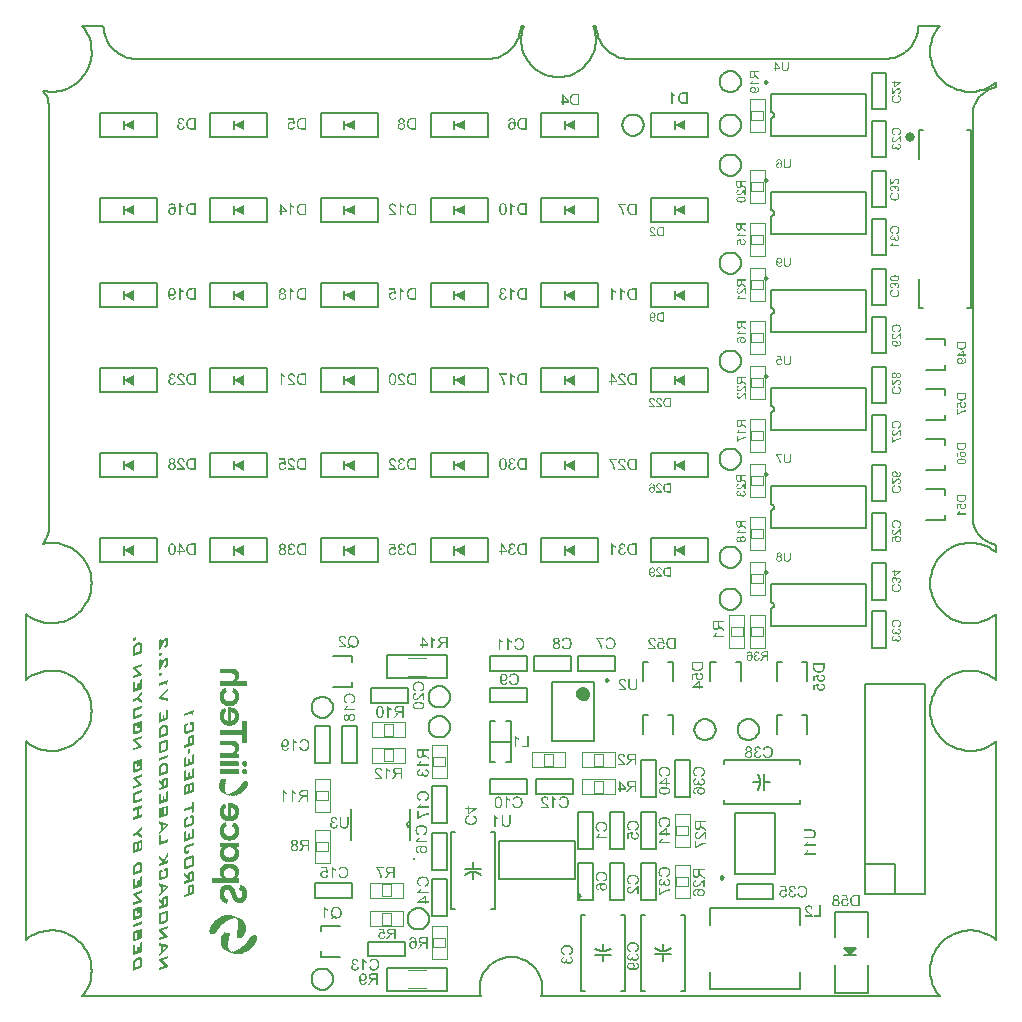
<source format=gbr>
G04*
G04 #@! TF.GenerationSoftware,Altium Limited,Altium Designer,24.1.2 (44)*
G04*
G04 Layer_Color=32896*
%FSLAX44Y44*%
%MOMM*%
G71*
G04*
G04 #@! TF.SameCoordinates,E5F7653D-5FC0-4154-B66B-F321A2D7D9BC*
G04*
G04*
G04 #@! TF.FilePolarity,Positive*
G04*
G01*
G75*
%ADD10C,0.2000*%
%ADD12C,0.1500*%
%ADD29C,0.6000*%
%ADD116C,0.2500*%
%ADD117C,0.1524*%
%ADD118C,0.2540*%
%ADD119C,0.1270*%
%ADD120C,0.5080*%
%ADD121C,0.1000*%
%ADD122C,0.1016*%
G36*
X187053Y177800D02*
X188205D01*
Y177704D01*
X188781D01*
Y177608D01*
X189069D01*
Y177512D01*
X189646D01*
Y177416D01*
X189838D01*
Y177320D01*
X190222D01*
Y177224D01*
X190414D01*
Y177128D01*
X190606D01*
Y177032D01*
X190894D01*
Y176936D01*
X191086D01*
Y176840D01*
X191278D01*
Y176744D01*
X191470D01*
Y176648D01*
X191566D01*
Y176552D01*
X191758D01*
Y176455D01*
X191854D01*
Y176360D01*
X192046D01*
Y176264D01*
X192142D01*
Y176167D01*
X192334D01*
Y176071D01*
X192430D01*
Y175975D01*
X192526D01*
Y175879D01*
X192719D01*
Y175687D01*
X192911D01*
Y175591D01*
X193007D01*
Y175399D01*
X193199D01*
Y175207D01*
X193295D01*
Y175111D01*
X193391D01*
Y175015D01*
X193487D01*
Y174919D01*
X193583D01*
Y174823D01*
X193679D01*
Y174631D01*
X193775D01*
Y174535D01*
X193871D01*
Y174343D01*
X193967D01*
Y174151D01*
X194063D01*
Y173959D01*
X194159D01*
Y173767D01*
X194255D01*
Y173575D01*
X194351D01*
Y173286D01*
X194447D01*
Y173094D01*
X194543D01*
Y172806D01*
X194639D01*
Y172422D01*
X194735D01*
Y172038D01*
X194831D01*
Y171078D01*
X194927D01*
Y169637D01*
X194831D01*
Y168581D01*
X194735D01*
Y168293D01*
X194639D01*
Y167812D01*
X194543D01*
Y167524D01*
X194447D01*
Y167332D01*
X194351D01*
Y166948D01*
X194255D01*
Y166852D01*
X194159D01*
Y166468D01*
X194063D01*
Y166372D01*
X193967D01*
Y166180D01*
X193871D01*
Y165988D01*
X193775D01*
Y165892D01*
X193679D01*
Y165700D01*
X193583D01*
Y165508D01*
X193487D01*
Y165412D01*
X193391D01*
Y165316D01*
X193295D01*
Y165220D01*
X193199D01*
Y165028D01*
X193103D01*
Y164931D01*
X193007D01*
Y164835D01*
X192911D01*
Y164739D01*
X192815D01*
Y164643D01*
X192719D01*
Y164547D01*
X192623D01*
Y164451D01*
X192526D01*
Y164355D01*
X192430D01*
Y164259D01*
X192334D01*
Y164163D01*
X192142D01*
Y164067D01*
X192046D01*
Y163971D01*
X191950D01*
Y163875D01*
X191854D01*
Y163779D01*
X191662D01*
Y163683D01*
X191470D01*
Y163587D01*
X191374D01*
Y163491D01*
X191182D01*
Y163395D01*
X191086D01*
Y163299D01*
X190894D01*
Y163203D01*
X190606D01*
Y163107D01*
X190414D01*
Y163011D01*
X190126D01*
Y162915D01*
X190030D01*
Y162819D01*
X189550D01*
Y162723D01*
X189261D01*
Y162627D01*
X188973D01*
Y162531D01*
X188301D01*
Y162435D01*
X187725D01*
Y162339D01*
X185612D01*
Y162435D01*
X185036D01*
Y162531D01*
X184364D01*
Y162627D01*
X184076D01*
Y162723D01*
X183787D01*
Y162819D01*
X183403D01*
Y162915D01*
X183211D01*
Y163011D01*
X182827D01*
Y163107D01*
X182731D01*
Y163203D01*
X182539D01*
Y163299D01*
X182251D01*
Y163395D01*
X182155D01*
Y163491D01*
X181963D01*
Y163587D01*
X181867D01*
Y163683D01*
X181675D01*
Y163779D01*
X181483D01*
Y163875D01*
X181387D01*
Y163971D01*
X181290D01*
Y164067D01*
X181194D01*
Y164163D01*
X181003D01*
Y164355D01*
X180810D01*
Y164451D01*
X180714D01*
Y164547D01*
X180618D01*
Y164643D01*
X180522D01*
Y164739D01*
X180426D01*
Y164835D01*
X180330D01*
Y165028D01*
X180234D01*
Y165124D01*
X180138D01*
Y165220D01*
X180042D01*
Y165316D01*
X179946D01*
Y165412D01*
X179850D01*
Y165604D01*
X179754D01*
Y165700D01*
X179658D01*
Y165892D01*
X179562D01*
Y165988D01*
X179466D01*
Y166180D01*
X179370D01*
Y166372D01*
X179274D01*
Y166468D01*
X179178D01*
Y166852D01*
X179082D01*
Y166948D01*
X178986D01*
Y167332D01*
X178890D01*
Y167524D01*
X178794D01*
Y167908D01*
X178698D01*
Y168389D01*
X178602D01*
Y168677D01*
X178506D01*
Y172038D01*
X178602D01*
Y172326D01*
X178698D01*
Y172902D01*
X178794D01*
Y173094D01*
X178890D01*
Y173382D01*
X178986D01*
Y173671D01*
X179082D01*
Y173863D01*
X179178D01*
Y174151D01*
X179274D01*
Y174247D01*
X179370D01*
Y174439D01*
X179466D01*
Y174631D01*
X179562D01*
Y174823D01*
X179658D01*
Y175015D01*
X179754D01*
Y175111D01*
X179850D01*
Y175207D01*
X179946D01*
Y175399D01*
X180042D01*
Y175495D01*
X180138D01*
Y175591D01*
X180234D01*
Y175687D01*
X180330D01*
Y175783D01*
X180426D01*
Y175879D01*
X180522D01*
Y176071D01*
X180618D01*
Y176167D01*
X180810D01*
Y176264D01*
X180906D01*
Y176360D01*
X181003D01*
Y176455D01*
X181098D01*
Y176552D01*
X181290D01*
Y176648D01*
X181387D01*
Y176744D01*
X181483D01*
Y176840D01*
X181675D01*
Y176936D01*
X181771D01*
Y177032D01*
X181963D01*
Y177128D01*
X182059D01*
Y177224D01*
X182251D01*
Y177320D01*
X182539D01*
Y177416D01*
X182827D01*
Y177320D01*
X182923D01*
Y177224D01*
X183019D01*
Y176936D01*
X183115D01*
Y176648D01*
X183211D01*
Y176455D01*
X183307D01*
Y176071D01*
X183403D01*
Y175879D01*
X183499D01*
Y175495D01*
X183595D01*
Y175303D01*
X183691D01*
Y175111D01*
X183787D01*
Y174727D01*
X183883D01*
Y174439D01*
X183979D01*
Y174343D01*
X183883D01*
Y174151D01*
X183787D01*
Y173863D01*
X183595D01*
Y173767D01*
X183499D01*
Y173671D01*
X183403D01*
Y173575D01*
X183307D01*
Y173479D01*
X183211D01*
Y173382D01*
X183019D01*
Y173286D01*
X182923D01*
Y173190D01*
X182827D01*
Y172998D01*
X182731D01*
Y172902D01*
X182635D01*
Y172806D01*
X182539D01*
Y172614D01*
X182443D01*
Y172422D01*
X182347D01*
Y172230D01*
X182251D01*
Y172038D01*
X182155D01*
Y171558D01*
X182059D01*
Y171270D01*
X181963D01*
Y169541D01*
X182059D01*
Y169253D01*
X182155D01*
Y168869D01*
X182251D01*
Y168773D01*
X182347D01*
Y168485D01*
X182443D01*
Y168389D01*
X182539D01*
Y168197D01*
X182635D01*
Y168101D01*
X182731D01*
Y168004D01*
X182827D01*
Y167908D01*
X182923D01*
Y167812D01*
X183019D01*
Y167716D01*
X183115D01*
Y167620D01*
X183211D01*
Y167524D01*
X183307D01*
Y167428D01*
X183403D01*
Y167332D01*
X183595D01*
Y167236D01*
X183691D01*
Y167140D01*
X183979D01*
Y167044D01*
X184076D01*
Y166948D01*
X184268D01*
Y166852D01*
X184556D01*
Y166756D01*
X184748D01*
Y166660D01*
X185420D01*
Y166756D01*
X185516D01*
Y177416D01*
X185420D01*
Y177608D01*
X185516D01*
Y177704D01*
X185612D01*
Y177800D01*
X185708D01*
Y177896D01*
X187053D01*
Y177800D01*
D02*
G37*
G36*
X183595Y161474D02*
X183691D01*
Y161282D01*
X183787D01*
Y160706D01*
X183883D01*
Y160418D01*
X183979D01*
Y159842D01*
X184076D01*
Y159650D01*
X184172D01*
Y159169D01*
X184268D01*
Y158689D01*
X184364D01*
Y158209D01*
X184268D01*
Y158017D01*
X184172D01*
Y157921D01*
X184076D01*
Y157825D01*
X183979D01*
Y157729D01*
X183787D01*
Y157633D01*
X183691D01*
Y157537D01*
X183499D01*
Y157441D01*
X183403D01*
Y157345D01*
X183307D01*
Y157249D01*
X183115D01*
Y157153D01*
X183019D01*
Y157057D01*
X182923D01*
Y156865D01*
X182827D01*
Y156769D01*
X182731D01*
Y156672D01*
X182635D01*
Y156481D01*
X182539D01*
Y156288D01*
X182443D01*
Y156192D01*
X182347D01*
Y155808D01*
X182251D01*
Y155616D01*
X182155D01*
Y155040D01*
X182059D01*
Y154464D01*
X181963D01*
Y154272D01*
X182059D01*
Y153599D01*
X182155D01*
Y153023D01*
X182251D01*
Y152831D01*
X182347D01*
Y152447D01*
X182443D01*
Y152351D01*
X182539D01*
Y152159D01*
X182635D01*
Y151967D01*
X182731D01*
Y151871D01*
X182827D01*
Y151679D01*
X182923D01*
Y151583D01*
X183019D01*
Y151487D01*
X183115D01*
Y151391D01*
X183211D01*
Y151295D01*
X183307D01*
Y151199D01*
X183403D01*
Y151103D01*
X183499D01*
Y151006D01*
X183691D01*
Y150911D01*
X183787D01*
Y150815D01*
X183979D01*
Y150718D01*
X184076D01*
Y150622D01*
X184268D01*
Y150526D01*
X184556D01*
Y150430D01*
X184748D01*
Y150334D01*
X185132D01*
Y150238D01*
X185420D01*
Y150142D01*
X185996D01*
Y150046D01*
X187341D01*
Y150142D01*
X187917D01*
Y150238D01*
X188205D01*
Y150334D01*
X188685D01*
Y150430D01*
X188781D01*
Y150526D01*
X189069D01*
Y150622D01*
X189261D01*
Y150718D01*
X189453D01*
Y150815D01*
X189550D01*
Y150911D01*
X189741D01*
Y151006D01*
X189838D01*
Y151103D01*
X189934D01*
Y151199D01*
X190030D01*
Y151295D01*
X190222D01*
Y151487D01*
X190318D01*
Y151583D01*
X190414D01*
Y151679D01*
X190510D01*
Y151871D01*
X190606D01*
Y151967D01*
X190702D01*
Y152159D01*
X190798D01*
Y152255D01*
X190894D01*
Y152447D01*
X190990D01*
Y152735D01*
X191086D01*
Y152927D01*
X191182D01*
Y153407D01*
X191278D01*
Y154656D01*
X191374D01*
Y154752D01*
X191278D01*
Y155040D01*
X191182D01*
Y155712D01*
X191086D01*
Y155904D01*
X190990D01*
Y156192D01*
X190894D01*
Y156384D01*
X190798D01*
Y156481D01*
X190702D01*
Y156672D01*
X190606D01*
Y156769D01*
X190510D01*
Y156961D01*
X190414D01*
Y157057D01*
X190222D01*
Y157249D01*
X190030D01*
Y157441D01*
X189838D01*
Y157537D01*
X189741D01*
Y157633D01*
X189646D01*
Y157729D01*
X189357D01*
Y157825D01*
X189261D01*
Y158017D01*
X189165D01*
Y158209D01*
X189069D01*
Y158689D01*
X189165D01*
Y158977D01*
X189261D01*
Y159265D01*
X189357D01*
Y159650D01*
X189453D01*
Y159938D01*
X189550D01*
Y160418D01*
X189646D01*
Y160610D01*
X189741D01*
Y160994D01*
X189838D01*
Y161186D01*
X189934D01*
Y161282D01*
X190510D01*
Y161186D01*
X190702D01*
Y161090D01*
X190990D01*
Y160994D01*
X191086D01*
Y160898D01*
X191374D01*
Y160802D01*
X191470D01*
Y160706D01*
X191662D01*
Y160610D01*
X191854D01*
Y160514D01*
X191950D01*
Y160418D01*
X192142D01*
Y160322D01*
X192238D01*
Y160226D01*
X192430D01*
Y160130D01*
X192526D01*
Y160034D01*
X192623D01*
Y159938D01*
X192719D01*
Y159842D01*
X192815D01*
Y159746D01*
X192911D01*
Y159650D01*
X193007D01*
Y159554D01*
X193103D01*
Y159458D01*
X193199D01*
Y159361D01*
X193295D01*
Y159265D01*
X193391D01*
Y159169D01*
X193487D01*
Y158977D01*
X193583D01*
Y158881D01*
X193679D01*
Y158689D01*
X193775D01*
Y158593D01*
X193871D01*
Y158401D01*
X193967D01*
Y158209D01*
X194063D01*
Y158113D01*
X194159D01*
Y157825D01*
X194255D01*
Y157633D01*
X194351D01*
Y157345D01*
X194447D01*
Y157153D01*
X194543D01*
Y156769D01*
X194639D01*
Y156288D01*
X194735D01*
Y155904D01*
X194831D01*
Y154944D01*
X194927D01*
Y153407D01*
X194831D01*
Y152351D01*
X194735D01*
Y151967D01*
X194639D01*
Y151583D01*
X194543D01*
Y151199D01*
X194447D01*
Y151006D01*
X194351D01*
Y150622D01*
X194255D01*
Y150430D01*
X194159D01*
Y150238D01*
X194063D01*
Y150046D01*
X193967D01*
Y149854D01*
X193871D01*
Y149662D01*
X193775D01*
Y149566D01*
X193679D01*
Y149374D01*
X193583D01*
Y149182D01*
X193487D01*
Y149086D01*
X193391D01*
Y148990D01*
X193295D01*
Y148894D01*
X193199D01*
Y148702D01*
X193103D01*
Y148606D01*
X193007D01*
Y148510D01*
X192911D01*
Y148318D01*
X192719D01*
Y148125D01*
X192526D01*
Y148029D01*
X192430D01*
Y147933D01*
X192334D01*
Y147837D01*
X192238D01*
Y147741D01*
X192142D01*
Y147645D01*
X191950D01*
Y147549D01*
X191854D01*
Y147453D01*
X191758D01*
Y147357D01*
X191566D01*
Y147261D01*
X191470D01*
Y147165D01*
X191278D01*
Y147069D01*
X191086D01*
Y146973D01*
X190990D01*
Y146877D01*
X190702D01*
Y146781D01*
X190510D01*
Y146685D01*
X190222D01*
Y146589D01*
X190030D01*
Y146493D01*
X189741D01*
Y146397D01*
X189453D01*
Y146301D01*
X189165D01*
Y146205D01*
X188589D01*
Y146109D01*
X188205D01*
Y146013D01*
X185132D01*
Y146109D01*
X184748D01*
Y146205D01*
X184172D01*
Y146301D01*
X183979D01*
Y146397D01*
X183499D01*
Y146493D01*
X183307D01*
Y146589D01*
X183115D01*
Y146685D01*
X182827D01*
Y146781D01*
X182635D01*
Y146877D01*
X182443D01*
Y146973D01*
X182251D01*
Y147069D01*
X182059D01*
Y147165D01*
X181867D01*
Y147261D01*
X181771D01*
Y147357D01*
X181579D01*
Y147453D01*
X181483D01*
Y147549D01*
X181387D01*
Y147645D01*
X181290D01*
Y147741D01*
X181098D01*
Y147837D01*
X181003D01*
Y147933D01*
X180906D01*
Y148029D01*
X180810D01*
Y148125D01*
X180714D01*
Y148222D01*
X180618D01*
Y148318D01*
X180522D01*
Y148414D01*
X180426D01*
Y148510D01*
X180330D01*
Y148606D01*
X180234D01*
Y148702D01*
X180138D01*
Y148894D01*
X180042D01*
Y148990D01*
X179946D01*
Y149086D01*
X179850D01*
Y149278D01*
X179754D01*
Y149374D01*
X179658D01*
Y149566D01*
X179562D01*
Y149662D01*
X179466D01*
Y149854D01*
X179370D01*
Y150046D01*
X179274D01*
Y150238D01*
X179178D01*
Y150526D01*
X179082D01*
Y150718D01*
X178986D01*
Y151006D01*
X178890D01*
Y151295D01*
X178794D01*
Y151583D01*
X178698D01*
Y152063D01*
X178602D01*
Y152447D01*
X178506D01*
Y152543D01*
Y152639D01*
Y155808D01*
X178602D01*
Y156192D01*
X178698D01*
Y156769D01*
X178794D01*
Y157057D01*
X178890D01*
Y157249D01*
X178986D01*
Y157633D01*
X179082D01*
Y157825D01*
X179178D01*
Y158113D01*
X179274D01*
Y158209D01*
X179370D01*
Y158401D01*
X179466D01*
Y158593D01*
X179562D01*
Y158689D01*
X179658D01*
Y158881D01*
X179754D01*
Y158977D01*
X179850D01*
Y159169D01*
X179946D01*
Y159265D01*
X180042D01*
Y159361D01*
X180138D01*
Y159554D01*
X180330D01*
Y159746D01*
X180426D01*
Y159842D01*
X180522D01*
Y159938D01*
X180618D01*
Y160034D01*
X180714D01*
Y160130D01*
X180810D01*
Y160226D01*
X181003D01*
Y160322D01*
X181098D01*
Y160418D01*
X181194D01*
Y160514D01*
X181290D01*
Y160610D01*
X181483D01*
Y160706D01*
X181675D01*
Y160802D01*
X181771D01*
Y160898D01*
X181963D01*
Y160994D01*
X182059D01*
Y161090D01*
X182251D01*
Y161186D01*
X182443D01*
Y161282D01*
X182539D01*
Y161378D01*
X182923D01*
Y161474D01*
X183019D01*
Y161570D01*
X183595D01*
Y161474D01*
D02*
G37*
G36*
X194351Y143996D02*
X194543D01*
Y143804D01*
X194639D01*
Y140635D01*
X194543D01*
Y140443D01*
X194351D01*
Y140347D01*
X193391D01*
Y140251D01*
X192719D01*
Y139963D01*
X192911D01*
Y139867D01*
X193007D01*
Y139771D01*
X193103D01*
Y139675D01*
X193199D01*
Y139579D01*
X193295D01*
Y139482D01*
X193391D01*
Y139386D01*
X193487D01*
Y139290D01*
X193583D01*
Y139194D01*
X193679D01*
Y139002D01*
X193775D01*
Y138810D01*
X193871D01*
Y138714D01*
X193967D01*
Y138522D01*
X194063D01*
Y138426D01*
X194159D01*
Y138234D01*
X194255D01*
Y138042D01*
X194351D01*
Y137754D01*
X194447D01*
Y137562D01*
X194543D01*
Y137274D01*
X194639D01*
Y136889D01*
X194735D01*
Y136601D01*
X194831D01*
Y135737D01*
X194927D01*
Y134489D01*
X194831D01*
Y133432D01*
X194735D01*
Y133144D01*
X194639D01*
Y132760D01*
X194543D01*
Y132472D01*
X194447D01*
Y132184D01*
X194351D01*
Y131896D01*
X194255D01*
Y131800D01*
X194159D01*
Y131512D01*
X194063D01*
Y131320D01*
X193967D01*
Y131223D01*
X193871D01*
Y131032D01*
X193775D01*
Y130935D01*
X193679D01*
Y130743D01*
X193583D01*
Y130647D01*
X193487D01*
Y130551D01*
X193391D01*
Y130359D01*
X193295D01*
Y130263D01*
X193199D01*
Y130167D01*
X193103D01*
Y130071D01*
X193007D01*
Y129975D01*
X192911D01*
Y129879D01*
X192815D01*
Y129783D01*
X192719D01*
Y129687D01*
X192623D01*
Y129591D01*
X192526D01*
Y129495D01*
X192430D01*
Y129399D01*
X192238D01*
Y129303D01*
X192142D01*
Y129207D01*
X192046D01*
Y129111D01*
X191854D01*
Y129015D01*
X191758D01*
Y128919D01*
X191566D01*
Y128823D01*
X191374D01*
Y128727D01*
X191182D01*
Y128631D01*
X190990D01*
Y128535D01*
X190894D01*
Y128439D01*
X190510D01*
Y128343D01*
X190414D01*
Y128246D01*
X190030D01*
Y128150D01*
X189838D01*
Y128054D01*
X189453D01*
Y127958D01*
X189069D01*
Y127862D01*
X188685D01*
Y127766D01*
X187629D01*
Y127670D01*
X185708D01*
Y127766D01*
X184652D01*
Y127862D01*
X184364D01*
Y127958D01*
X183883D01*
Y128054D01*
X183595D01*
Y128150D01*
X183307D01*
Y128246D01*
X182923D01*
Y128343D01*
X182827D01*
Y128439D01*
X182539D01*
Y128535D01*
X182347D01*
Y128631D01*
X182155D01*
Y128727D01*
X181963D01*
Y128823D01*
X181867D01*
Y128919D01*
X181579D01*
Y129015D01*
X181483D01*
Y129111D01*
X181387D01*
Y129207D01*
X181194D01*
Y129303D01*
X181098D01*
Y129399D01*
X181003D01*
Y129495D01*
X180906D01*
Y129591D01*
X180714D01*
Y129687D01*
X180618D01*
Y129783D01*
X180522D01*
Y129879D01*
X180426D01*
Y129975D01*
X180330D01*
Y130071D01*
X180234D01*
Y130167D01*
X180138D01*
Y130263D01*
X180042D01*
Y130359D01*
X179946D01*
Y130551D01*
X179850D01*
Y130647D01*
X179754D01*
Y130743D01*
X179658D01*
Y130935D01*
X179562D01*
Y131032D01*
X179466D01*
Y131223D01*
X179370D01*
Y131416D01*
X179274D01*
Y131512D01*
X179178D01*
Y131800D01*
X179082D01*
Y131896D01*
X178986D01*
Y132280D01*
X178890D01*
Y132472D01*
X178794D01*
Y132760D01*
X178698D01*
Y133240D01*
X178602D01*
Y133528D01*
X178506D01*
Y136505D01*
X178602D01*
Y136793D01*
X178698D01*
Y137274D01*
X178794D01*
Y137562D01*
X178890D01*
Y137754D01*
X178986D01*
Y138042D01*
X179082D01*
Y138138D01*
X179178D01*
Y138426D01*
X179274D01*
Y138522D01*
X179370D01*
Y138714D01*
X179466D01*
Y138810D01*
X179562D01*
Y138906D01*
X179658D01*
Y139098D01*
X179754D01*
Y139194D01*
X179850D01*
Y139386D01*
X179946D01*
Y139482D01*
X180042D01*
Y139579D01*
X180138D01*
Y139675D01*
X180234D01*
Y139771D01*
X180330D01*
Y139867D01*
X180426D01*
Y139963D01*
X180618D01*
Y140251D01*
X179946D01*
Y140347D01*
X178986D01*
Y140443D01*
X178794D01*
Y140539D01*
X178698D01*
Y143804D01*
X178794D01*
Y143900D01*
X178890D01*
Y143996D01*
X178986D01*
Y144092D01*
X194351D01*
Y143996D01*
D02*
G37*
G36*
X186380Y126614D02*
X188301D01*
Y126518D01*
X188877D01*
Y126422D01*
X189165D01*
Y126326D01*
X189646D01*
Y126230D01*
X189838D01*
Y126134D01*
X190222D01*
Y126038D01*
X190414D01*
Y125942D01*
X190702D01*
Y125846D01*
X190894D01*
Y125750D01*
X190990D01*
Y125654D01*
X191278D01*
Y125557D01*
X191470D01*
Y125462D01*
X191662D01*
Y125365D01*
X191758D01*
Y125269D01*
X191854D01*
Y125173D01*
X192046D01*
Y125077D01*
X192142D01*
Y124981D01*
X192334D01*
Y124885D01*
X192430D01*
Y124789D01*
X192526D01*
Y124693D01*
X192719D01*
Y124597D01*
X192815D01*
Y124501D01*
X192911D01*
Y124405D01*
X193007D01*
Y124309D01*
X193103D01*
Y124213D01*
X193199D01*
Y124021D01*
X193295D01*
Y123925D01*
X193391D01*
Y123829D01*
X193487D01*
Y123637D01*
X193583D01*
Y123541D01*
X193679D01*
Y123445D01*
X193775D01*
Y123253D01*
X193871D01*
Y123061D01*
X193967D01*
Y122965D01*
X194063D01*
Y122773D01*
X194159D01*
Y122580D01*
X194255D01*
Y122388D01*
X194351D01*
Y122100D01*
X194447D01*
Y121908D01*
X194543D01*
Y121620D01*
X194639D01*
Y121236D01*
X194735D01*
Y120852D01*
X194831D01*
Y119892D01*
X194927D01*
Y118643D01*
X194831D01*
Y117779D01*
X194735D01*
Y117395D01*
X194639D01*
Y117010D01*
X194543D01*
Y116818D01*
X194447D01*
Y116626D01*
X194351D01*
Y116242D01*
X194255D01*
Y116146D01*
X194159D01*
Y115954D01*
X194063D01*
Y115762D01*
X193967D01*
Y115666D01*
X193871D01*
Y115474D01*
X193775D01*
Y115378D01*
X193679D01*
Y115186D01*
X193583D01*
Y115090D01*
X193487D01*
Y114994D01*
X193391D01*
Y114898D01*
X193295D01*
Y114802D01*
X193199D01*
Y114610D01*
X193007D01*
Y114514D01*
X192911D01*
Y114418D01*
X192815D01*
Y114322D01*
X192719D01*
Y114129D01*
X192815D01*
Y114033D01*
X193295D01*
Y113937D01*
X193871D01*
Y114033D01*
X193967D01*
Y113937D01*
X194543D01*
Y113745D01*
X194639D01*
Y110576D01*
X194543D01*
Y110384D01*
X194447D01*
Y110288D01*
X172167D01*
Y110384D01*
X172071D01*
Y114129D01*
X172263D01*
Y114226D01*
X180522D01*
Y114322D01*
X180426D01*
Y114514D01*
X180330D01*
Y114610D01*
X180234D01*
Y114706D01*
X180138D01*
Y114802D01*
X180042D01*
Y114898D01*
X179946D01*
Y114994D01*
X179850D01*
Y115090D01*
X179754D01*
Y115186D01*
X179658D01*
Y115378D01*
X179562D01*
Y115474D01*
X179466D01*
Y115666D01*
X179370D01*
Y115858D01*
X179274D01*
Y115954D01*
X179178D01*
Y116146D01*
X179082D01*
Y116338D01*
X178986D01*
Y116626D01*
X178890D01*
Y116818D01*
X178794D01*
Y117107D01*
X178698D01*
Y117587D01*
X178602D01*
Y117779D01*
X178506D01*
Y120756D01*
X178602D01*
Y121140D01*
X178698D01*
Y121524D01*
X178794D01*
Y121812D01*
X178890D01*
Y122100D01*
X178986D01*
Y122388D01*
X179082D01*
Y122484D01*
X179178D01*
Y122773D01*
X179274D01*
Y122965D01*
X179370D01*
Y123061D01*
X179466D01*
Y123253D01*
X179562D01*
Y123349D01*
X179658D01*
Y123541D01*
X179754D01*
Y123637D01*
X179850D01*
Y123829D01*
X179946D01*
Y123925D01*
X180042D01*
Y124021D01*
X180138D01*
Y124117D01*
X180234D01*
Y124213D01*
X180330D01*
Y124309D01*
X180426D01*
Y124405D01*
X180522D01*
Y124501D01*
X180618D01*
Y124597D01*
X180714D01*
Y124693D01*
X180810D01*
Y124789D01*
X180906D01*
Y124885D01*
X181003D01*
Y124981D01*
X181194D01*
Y125077D01*
X181290D01*
Y125173D01*
X181483D01*
Y125269D01*
X181579D01*
Y125365D01*
X181771D01*
Y125462D01*
X181867D01*
Y125557D01*
X182059D01*
Y125654D01*
X182251D01*
Y125750D01*
X182443D01*
Y125846D01*
X182731D01*
Y125942D01*
X182923D01*
Y126038D01*
X183115D01*
Y126134D01*
X183499D01*
Y126230D01*
X183691D01*
Y126326D01*
X184172D01*
Y126422D01*
X184460D01*
Y126518D01*
X185036D01*
Y126614D01*
X186284D01*
Y126710D01*
X186380D01*
Y126614D01*
D02*
G37*
G36*
X185612Y108656D02*
X186284D01*
Y108560D01*
X186861D01*
Y108463D01*
X187053D01*
Y108367D01*
X187437D01*
Y108271D01*
X187629D01*
Y108175D01*
X187917D01*
Y108079D01*
X188013D01*
Y107983D01*
X188205D01*
Y107887D01*
X188397D01*
Y107791D01*
X188493D01*
Y107695D01*
X188685D01*
Y107599D01*
X188781D01*
Y107503D01*
X188877D01*
Y107407D01*
X189069D01*
Y107311D01*
X189165D01*
Y107215D01*
X189261D01*
Y107119D01*
X189357D01*
Y107023D01*
X189453D01*
Y106927D01*
X189550D01*
Y106831D01*
X189646D01*
Y106735D01*
X189741D01*
Y106543D01*
X189838D01*
Y106447D01*
X189934D01*
Y106351D01*
X190030D01*
Y106255D01*
X190126D01*
Y106063D01*
X190222D01*
Y105871D01*
X190318D01*
Y105774D01*
X190414D01*
Y105583D01*
X190510D01*
Y105486D01*
X190606D01*
Y105294D01*
X190702D01*
Y105102D01*
X190798D01*
Y105006D01*
X190894D01*
Y104718D01*
X190990D01*
Y104526D01*
X191086D01*
Y104334D01*
X191182D01*
Y104046D01*
X191278D01*
Y103950D01*
X191374D01*
Y103566D01*
X191470D01*
Y103374D01*
X191566D01*
Y102990D01*
X191662D01*
Y102797D01*
X191758D01*
Y102509D01*
X191854D01*
Y102125D01*
X191950D01*
Y101933D01*
X192046D01*
Y101549D01*
X192142D01*
Y101357D01*
X192238D01*
Y101069D01*
X192334D01*
Y100685D01*
X192430D01*
Y100589D01*
X192526D01*
Y100205D01*
X192623D01*
Y100108D01*
X192719D01*
Y99724D01*
X192815D01*
Y99628D01*
X192911D01*
Y99436D01*
X193007D01*
Y99148D01*
X193103D01*
Y99052D01*
X193199D01*
Y98764D01*
X193295D01*
Y98668D01*
X193391D01*
Y98572D01*
X193487D01*
Y98380D01*
X193583D01*
Y98284D01*
X193679D01*
Y98188D01*
X193775D01*
Y98092D01*
X193871D01*
Y97996D01*
X193967D01*
Y97900D01*
X194063D01*
Y97804D01*
X194159D01*
Y97708D01*
X194351D01*
Y97612D01*
X194447D01*
Y97516D01*
X194735D01*
Y97420D01*
X194927D01*
Y97324D01*
X195984D01*
Y97420D01*
X196176D01*
Y97516D01*
X196368D01*
Y97612D01*
X196464D01*
Y97708D01*
X196656D01*
Y97804D01*
X196752D01*
Y97900D01*
X196848D01*
Y97996D01*
X196944D01*
Y98188D01*
X197040D01*
Y98284D01*
X197136D01*
Y98476D01*
X197232D01*
Y98668D01*
X197328D01*
Y98860D01*
X197424D01*
Y99244D01*
X197520D01*
Y99628D01*
X197616D01*
Y101453D01*
X197520D01*
Y101741D01*
X197424D01*
Y102125D01*
X197328D01*
Y102317D01*
X197232D01*
Y102509D01*
X197136D01*
Y102701D01*
X197040D01*
Y102797D01*
X196944D01*
Y102990D01*
X196848D01*
Y103086D01*
X196752D01*
Y103182D01*
X196656D01*
Y103278D01*
X196560D01*
Y103374D01*
X196368D01*
Y103470D01*
X196272D01*
Y103566D01*
X196080D01*
Y103662D01*
X195984D01*
Y103758D01*
X195792D01*
Y103854D01*
X195600D01*
Y103950D01*
X195504D01*
Y104046D01*
X195215D01*
Y104142D01*
X195023D01*
Y104238D01*
X194927D01*
Y104334D01*
X194831D01*
Y104910D01*
X194927D01*
Y105198D01*
X195023D01*
Y105583D01*
X195119D01*
Y106063D01*
X195215D01*
Y106255D01*
X195312D01*
Y106831D01*
X195408D01*
Y107023D01*
X195504D01*
Y107503D01*
X195600D01*
Y107887D01*
X195696D01*
Y108079D01*
X195792D01*
Y108271D01*
X196368D01*
Y108175D01*
X196656D01*
Y108079D01*
X196944D01*
Y107983D01*
X197136D01*
Y107887D01*
X197424D01*
Y107791D01*
X197520D01*
Y107695D01*
X197808D01*
Y107599D01*
X198001D01*
Y107503D01*
X198097D01*
Y107407D01*
X198289D01*
Y107311D01*
X198481D01*
Y107215D01*
X198673D01*
Y107119D01*
X198769D01*
Y107023D01*
X198865D01*
Y106927D01*
X198961D01*
Y106831D01*
X199057D01*
Y106735D01*
X199249D01*
Y106639D01*
X199345D01*
Y106543D01*
X199441D01*
Y106447D01*
X199537D01*
Y106351D01*
X199633D01*
Y106255D01*
X199729D01*
Y106159D01*
X199825D01*
Y106063D01*
X199921D01*
Y105871D01*
X200017D01*
Y105774D01*
X200113D01*
Y105679D01*
X200209D01*
Y105583D01*
X200305D01*
Y105390D01*
X200401D01*
Y105198D01*
X200497D01*
Y105102D01*
X200593D01*
Y104910D01*
X200689D01*
Y104814D01*
X200786D01*
Y104526D01*
X200882D01*
Y104334D01*
X200977D01*
Y104142D01*
X201073D01*
Y103854D01*
X201170D01*
Y103662D01*
X201266D01*
Y103182D01*
X201362D01*
Y102893D01*
X201458D01*
Y102413D01*
X201554D01*
Y101549D01*
X201650D01*
Y99628D01*
X201554D01*
Y98860D01*
X201458D01*
Y98284D01*
X201362D01*
Y98092D01*
X201266D01*
Y97612D01*
X201170D01*
Y97420D01*
X201073D01*
Y97132D01*
X200977D01*
Y96843D01*
X200882D01*
Y96651D01*
X200786D01*
Y96459D01*
X200689D01*
Y96363D01*
X200593D01*
Y96075D01*
X200497D01*
Y95979D01*
X200401D01*
Y95787D01*
X200305D01*
Y95691D01*
X200209D01*
Y95595D01*
X200113D01*
Y95403D01*
X200017D01*
Y95307D01*
X199921D01*
Y95211D01*
X199825D01*
Y95019D01*
X199729D01*
Y94923D01*
X199633D01*
Y94827D01*
X199537D01*
Y94731D01*
X199441D01*
Y94635D01*
X199345D01*
Y94539D01*
X199249D01*
Y94443D01*
X199153D01*
Y94347D01*
X198961D01*
Y94250D01*
X198865D01*
Y94154D01*
X198769D01*
Y94058D01*
X198577D01*
Y93962D01*
X198481D01*
Y93866D01*
X198289D01*
Y93770D01*
X198193D01*
Y93674D01*
X197904D01*
Y93578D01*
X197712D01*
Y93482D01*
X197520D01*
Y93386D01*
X197232D01*
Y93290D01*
X197040D01*
Y93194D01*
X196464D01*
Y93098D01*
X195984D01*
Y93002D01*
X194735D01*
Y93098D01*
X194159D01*
Y93194D01*
X193679D01*
Y93290D01*
X193487D01*
Y93386D01*
X193103D01*
Y93482D01*
X192911D01*
Y93578D01*
X192719D01*
Y93674D01*
X192430D01*
Y93770D01*
X192334D01*
Y93866D01*
X192142D01*
Y93962D01*
X192046D01*
Y94058D01*
X191854D01*
Y94154D01*
X191758D01*
Y94250D01*
X191662D01*
Y94347D01*
X191470D01*
Y94443D01*
X191374D01*
Y94539D01*
X191278D01*
Y94635D01*
X191182D01*
Y94731D01*
X191086D01*
Y94827D01*
X190990D01*
Y94923D01*
X190894D01*
Y95019D01*
X190798D01*
Y95115D01*
X190702D01*
Y95307D01*
X190606D01*
Y95403D01*
X190510D01*
Y95499D01*
X190414D01*
Y95595D01*
X190318D01*
Y95787D01*
X190222D01*
Y95883D01*
X190126D01*
Y96075D01*
X190030D01*
Y96267D01*
X189934D01*
Y96363D01*
X189838D01*
Y96555D01*
X189741D01*
Y96747D01*
X189646D01*
Y96843D01*
X189550D01*
Y97132D01*
X189453D01*
Y97227D01*
X189357D01*
Y97516D01*
X189261D01*
Y97708D01*
X189165D01*
Y97900D01*
X189069D01*
Y98188D01*
X188973D01*
Y98380D01*
X188877D01*
Y98764D01*
X188781D01*
Y98956D01*
X188685D01*
Y99244D01*
X188589D01*
Y99532D01*
X188493D01*
Y99724D01*
X188397D01*
Y100108D01*
X188301D01*
Y100205D01*
X188205D01*
Y100589D01*
X188109D01*
Y100877D01*
X188013D01*
Y101069D01*
X187917D01*
Y101453D01*
X187821D01*
Y101549D01*
X187725D01*
Y101837D01*
X187629D01*
Y102029D01*
X187533D01*
Y102221D01*
X187437D01*
Y102413D01*
X187341D01*
Y102605D01*
X187245D01*
Y102797D01*
X187149D01*
Y102893D01*
X187053D01*
Y103086D01*
X186957D01*
Y103278D01*
X186861D01*
Y103374D01*
X186765D01*
Y103470D01*
X186668D01*
Y103566D01*
X186572D01*
Y103758D01*
X186380D01*
Y103854D01*
X186284D01*
Y103950D01*
X186188D01*
Y104046D01*
X185996D01*
Y104142D01*
X185900D01*
Y104238D01*
X185612D01*
Y104334D01*
X185420D01*
Y104430D01*
X184076D01*
Y104334D01*
X183883D01*
Y104238D01*
X183595D01*
Y104142D01*
X183499D01*
Y104046D01*
X183403D01*
Y103950D01*
X183307D01*
Y103854D01*
X183211D01*
Y103758D01*
X183115D01*
Y103662D01*
X183019D01*
Y103470D01*
X182923D01*
Y103374D01*
X182827D01*
Y103086D01*
X182731D01*
Y102990D01*
X182635D01*
Y102605D01*
X182539D01*
Y102317D01*
X182443D01*
Y101741D01*
X182347D01*
Y99820D01*
X182443D01*
Y99436D01*
X182539D01*
Y99148D01*
X182635D01*
Y98764D01*
X182731D01*
Y98572D01*
X182827D01*
Y98380D01*
X182923D01*
Y98188D01*
X183019D01*
Y98092D01*
X183115D01*
Y97900D01*
X183211D01*
Y97804D01*
X183307D01*
Y97612D01*
X183499D01*
Y97516D01*
X183595D01*
Y97324D01*
X183787D01*
Y97227D01*
X183883D01*
Y97132D01*
X184076D01*
Y97035D01*
X184172D01*
Y96939D01*
X184268D01*
Y96843D01*
X184556D01*
Y96747D01*
X184652D01*
Y96651D01*
X184844D01*
Y96555D01*
X185036D01*
Y96459D01*
X185228D01*
Y96363D01*
X185420D01*
Y96267D01*
X185516D01*
Y95787D01*
X185420D01*
Y95403D01*
X185324D01*
Y95019D01*
X185228D01*
Y94635D01*
X185132D01*
Y94058D01*
X185036D01*
Y93866D01*
X184940D01*
Y93290D01*
X184844D01*
Y93002D01*
X184748D01*
Y92618D01*
X184652D01*
Y92522D01*
X183883D01*
Y92618D01*
X183691D01*
Y92714D01*
X183403D01*
Y92810D01*
X183211D01*
Y92906D01*
X183019D01*
Y93002D01*
X182731D01*
Y93098D01*
X182635D01*
Y93194D01*
X182347D01*
Y93290D01*
X182251D01*
Y93386D01*
X182059D01*
Y93482D01*
X181867D01*
Y93578D01*
X181771D01*
Y93674D01*
X181579D01*
Y93770D01*
X181483D01*
Y93866D01*
X181387D01*
Y93962D01*
X181290D01*
Y94058D01*
X181098D01*
Y94154D01*
X181003D01*
Y94250D01*
X180906D01*
Y94347D01*
X180810D01*
Y94443D01*
X180714D01*
Y94539D01*
X180618D01*
Y94635D01*
X180522D01*
Y94731D01*
X180426D01*
Y94827D01*
X180330D01*
Y94923D01*
X180234D01*
Y95019D01*
X180138D01*
Y95115D01*
X180042D01*
Y95307D01*
X179946D01*
Y95403D01*
X179850D01*
Y95499D01*
X179754D01*
Y95691D01*
X179658D01*
Y95883D01*
X179562D01*
Y95979D01*
X179466D01*
Y96171D01*
X179370D01*
Y96267D01*
X179274D01*
Y96459D01*
X179178D01*
Y96747D01*
X179082D01*
Y96843D01*
X178986D01*
Y97227D01*
X178890D01*
Y97420D01*
X178794D01*
Y97708D01*
X178698D01*
Y98092D01*
X178602D01*
Y98380D01*
X178506D01*
Y99052D01*
X178410D01*
Y99628D01*
X178314D01*
Y101933D01*
X178410D01*
Y102605D01*
X178506D01*
Y103278D01*
X178602D01*
Y103470D01*
X178698D01*
Y103950D01*
X178794D01*
Y104238D01*
X178890D01*
Y104430D01*
X178986D01*
Y104814D01*
X179082D01*
Y104910D01*
X179178D01*
Y105198D01*
X179274D01*
Y105294D01*
X179370D01*
Y105486D01*
X179466D01*
Y105679D01*
X179562D01*
Y105774D01*
X179658D01*
Y106063D01*
X179754D01*
Y106159D01*
X179850D01*
Y106255D01*
X179946D01*
Y106351D01*
X180042D01*
Y106543D01*
X180138D01*
Y106639D01*
X180234D01*
Y106735D01*
X180330D01*
Y106927D01*
X180522D01*
Y107023D01*
X180618D01*
Y107215D01*
X180810D01*
Y107311D01*
X180906D01*
Y107407D01*
X181003D01*
Y107503D01*
X181194D01*
Y107599D01*
X181290D01*
Y107695D01*
X181387D01*
Y107791D01*
X181483D01*
Y107887D01*
X181771D01*
Y107983D01*
X181867D01*
Y108079D01*
X182059D01*
Y108175D01*
X182251D01*
Y108271D01*
X182443D01*
Y108367D01*
X182827D01*
Y108463D01*
X183019D01*
Y108560D01*
X183403D01*
Y108656D01*
X183979D01*
Y108752D01*
X185612D01*
Y108656D01*
D02*
G37*
G36*
X184172Y68994D02*
Y68898D01*
X183499D01*
Y68994D01*
X183595D01*
Y69090D01*
X184172D01*
Y68994D01*
D02*
G37*
G36*
X184556Y68801D02*
Y68705D01*
X184364D01*
Y68898D01*
X184556D01*
Y68801D01*
D02*
G37*
G36*
X184076Y68609D02*
X183883D01*
Y68705D01*
X184076D01*
Y68609D01*
D02*
G37*
G36*
X185996D02*
X186188D01*
Y68513D01*
Y68417D01*
X185996D01*
Y68609D01*
X185804D01*
Y68705D01*
X185996D01*
Y68609D01*
D02*
G37*
G36*
X185612Y68705D02*
X185708D01*
Y68609D01*
X185804D01*
Y68417D01*
X185708D01*
Y68609D01*
X185516D01*
Y68705D01*
Y68898D01*
X185612D01*
Y68705D01*
D02*
G37*
G36*
X183403Y68801D02*
X183499D01*
Y68705D01*
X183691D01*
Y68609D01*
X183883D01*
Y68417D01*
X183691D01*
Y68609D01*
X183019D01*
Y68417D01*
X182635D01*
Y68609D01*
X182827D01*
Y68705D01*
X183019D01*
Y68801D01*
X183115D01*
Y68898D01*
X183403D01*
Y68801D01*
D02*
G37*
G36*
X182635Y68321D02*
Y68225D01*
X182539D01*
Y68129D01*
X182347D01*
Y68321D01*
X182443D01*
Y68417D01*
X182635D01*
Y68321D01*
D02*
G37*
G36*
X185804Y69186D02*
X185900D01*
Y69090D01*
X186188D01*
Y68994D01*
X186284D01*
Y68898D01*
X186476D01*
Y68705D01*
X186572D01*
Y68609D01*
X186668D01*
Y68129D01*
X186861D01*
Y65728D01*
X186765D01*
Y65632D01*
X186668D01*
Y64384D01*
X186572D01*
Y64288D01*
X186476D01*
Y63424D01*
X186380D01*
Y63232D01*
X186284D01*
Y62943D01*
X186188D01*
Y62271D01*
X186092D01*
Y62079D01*
X185996D01*
Y61119D01*
X185900D01*
Y60927D01*
X185804D01*
Y59774D01*
X185708D01*
Y59294D01*
X185612D01*
Y58334D01*
X185516D01*
Y57661D01*
X185612D01*
Y56413D01*
X185708D01*
Y56029D01*
X185804D01*
Y55261D01*
X185900D01*
Y55069D01*
X185996D01*
Y54685D01*
X186092D01*
Y54396D01*
X186188D01*
Y54204D01*
X186284D01*
Y53916D01*
X186380D01*
Y53820D01*
X186476D01*
Y53532D01*
X186572D01*
Y53340D01*
X186668D01*
Y53244D01*
X186765D01*
Y53052D01*
X186861D01*
Y52956D01*
X186957D01*
Y52764D01*
X187053D01*
Y52668D01*
X187149D01*
Y52476D01*
X187245D01*
Y52380D01*
X187341D01*
Y52284D01*
X187437D01*
Y52188D01*
X187629D01*
Y52092D01*
X187917D01*
Y51996D01*
X188013D01*
Y51899D01*
X188205D01*
Y51996D01*
X188013D01*
Y52092D01*
X188109D01*
Y52188D01*
X188205D01*
Y52092D01*
X188589D01*
Y52188D01*
X188685D01*
Y52284D01*
X189838D01*
Y52380D01*
X189934D01*
Y52476D01*
X190702D01*
Y52572D01*
X190798D01*
Y52668D01*
X190990D01*
Y52764D01*
X191566D01*
Y52860D01*
X191662D01*
Y52956D01*
X192142D01*
Y53052D01*
X192238D01*
Y53148D01*
X192430D01*
Y53244D01*
X192719D01*
Y53340D01*
X192815D01*
Y53436D01*
X193199D01*
Y53532D01*
X193295D01*
Y53628D01*
X193679D01*
Y53724D01*
X193775D01*
Y53820D01*
X193871D01*
Y53916D01*
X194159D01*
Y54012D01*
X194255D01*
Y54108D01*
X194543D01*
Y54204D01*
X194639D01*
Y54300D01*
X194735D01*
Y54396D01*
X195023D01*
Y54492D01*
X195119D01*
Y54588D01*
X195312D01*
Y54685D01*
X195408D01*
Y54781D01*
X195600D01*
Y54876D01*
X195792D01*
Y54973D01*
X195888D01*
Y55069D01*
X196080D01*
Y55165D01*
X196176D01*
Y55261D01*
X196368D01*
Y55357D01*
X196464D01*
Y55453D01*
X196560D01*
Y55549D01*
X196752D01*
Y55645D01*
X196848D01*
Y55741D01*
X197040D01*
Y55837D01*
X197136D01*
Y55933D01*
X197232D01*
Y56029D01*
X197328D01*
Y56125D01*
X197424D01*
Y56221D01*
X197616D01*
Y56317D01*
X197712D01*
Y56413D01*
X197904D01*
Y56509D01*
X198001D01*
Y56605D01*
X198097D01*
Y56701D01*
X198193D01*
Y56797D01*
X198289D01*
Y56893D01*
X198481D01*
Y56989D01*
X198577D01*
Y57181D01*
X198769D01*
Y57277D01*
X198865D01*
Y57373D01*
X198961D01*
Y57470D01*
X199057D01*
Y57565D01*
X199153D01*
Y57661D01*
X199249D01*
Y57758D01*
X199345D01*
Y57854D01*
X199441D01*
Y57950D01*
X199537D01*
Y58046D01*
X199633D01*
Y58142D01*
X199729D01*
Y58238D01*
X199825D01*
Y58334D01*
X199921D01*
Y58430D01*
X200017D01*
Y58526D01*
X200113D01*
Y58622D01*
X200209D01*
Y58718D01*
X200305D01*
Y58814D01*
X200401D01*
Y58910D01*
X200497D01*
Y59006D01*
X200593D01*
Y59198D01*
X200689D01*
Y59294D01*
X200786D01*
Y59390D01*
X200882D01*
Y59486D01*
X200977D01*
Y59582D01*
X201073D01*
Y59678D01*
X201170D01*
Y59870D01*
X201266D01*
Y59966D01*
X201362D01*
Y60062D01*
X201458D01*
Y60158D01*
X201554D01*
Y60350D01*
X201650D01*
Y60447D01*
X201746D01*
Y60543D01*
X201842D01*
Y60735D01*
X201938D01*
Y60831D01*
X202034D01*
Y61023D01*
X202130D01*
Y61119D01*
X202226D01*
Y61215D01*
X202322D01*
Y61407D01*
X202418D01*
Y61503D01*
X202514D01*
Y61695D01*
X202610D01*
Y61791D01*
X202706D01*
Y61983D01*
X202802D01*
Y62079D01*
X202898D01*
Y62175D01*
X202994D01*
Y62367D01*
X203090D01*
Y62463D01*
X203186D01*
Y62655D01*
X203282D01*
Y62751D01*
X203378D01*
Y62847D01*
X203474D01*
Y62943D01*
X203570D01*
Y63135D01*
X203666D01*
Y63232D01*
X203762D01*
Y63327D01*
X203859D01*
Y63520D01*
X203955D01*
Y63616D01*
X204051D01*
Y63712D01*
X204147D01*
Y63808D01*
X204243D01*
Y63904D01*
X204339D01*
Y64000D01*
X204435D01*
Y64096D01*
X204531D01*
Y64192D01*
X204627D01*
Y64288D01*
X204723D01*
Y64384D01*
X204819D01*
Y64480D01*
X204915D01*
Y64576D01*
X205011D01*
Y64672D01*
X205107D01*
Y64768D01*
X205203D01*
Y64864D01*
X205299D01*
Y64960D01*
X205395D01*
Y65056D01*
X205587D01*
Y65152D01*
X205683D01*
Y65248D01*
X205875D01*
Y65344D01*
X205971D01*
Y65440D01*
X206163D01*
Y65536D01*
X206355D01*
Y65632D01*
X206451D01*
Y65728D01*
X206836D01*
Y65824D01*
X207028D01*
Y65920D01*
X208276D01*
Y65824D01*
X208468D01*
Y65728D01*
X208852D01*
Y65632D01*
X208948D01*
Y65536D01*
X209044D01*
Y65440D01*
X209236D01*
Y65344D01*
X209333D01*
Y65152D01*
X209429D01*
Y65056D01*
X209524D01*
Y64960D01*
X209621D01*
Y64768D01*
X209717D01*
Y64576D01*
X209813D01*
Y64192D01*
X209909D01*
Y64000D01*
X210005D01*
Y61983D01*
X209909D01*
Y61695D01*
X209813D01*
Y61215D01*
X209717D01*
Y60831D01*
X209621D01*
Y60735D01*
X209524D01*
Y60254D01*
X209429D01*
Y60158D01*
X209333D01*
Y59966D01*
X209236D01*
Y59774D01*
X209140D01*
Y59582D01*
X209044D01*
Y59294D01*
X208948D01*
Y59198D01*
X208852D01*
Y59006D01*
X208756D01*
Y58910D01*
X208660D01*
Y58718D01*
X208564D01*
Y58622D01*
X208468D01*
Y58526D01*
X208372D01*
Y58238D01*
X208276D01*
Y58142D01*
X208180D01*
Y58046D01*
X208084D01*
Y57854D01*
X207988D01*
Y57758D01*
X207892D01*
Y57565D01*
X207796D01*
Y57470D01*
X207700D01*
Y57373D01*
X207604D01*
Y57277D01*
X207508D01*
Y57085D01*
X207412D01*
Y56989D01*
X207316D01*
Y56893D01*
X207220D01*
Y56701D01*
X207124D01*
Y56605D01*
X207028D01*
Y56509D01*
X206932D01*
Y56413D01*
X206836D01*
Y56317D01*
X206740D01*
Y56125D01*
X206548D01*
Y55933D01*
X206451D01*
Y55837D01*
X206355D01*
Y55741D01*
X206259D01*
Y55645D01*
X206163D01*
Y55549D01*
X206067D01*
Y55453D01*
X205971D01*
Y55357D01*
X205875D01*
Y55261D01*
X205779D01*
Y55165D01*
X205683D01*
Y55069D01*
X205587D01*
Y54973D01*
X205491D01*
Y54876D01*
X205395D01*
Y54781D01*
X205299D01*
Y54685D01*
X205203D01*
Y54588D01*
X205107D01*
Y54492D01*
X205011D01*
Y54396D01*
X204915D01*
Y54300D01*
X204723D01*
Y54204D01*
X204627D01*
Y54108D01*
X204531D01*
Y54012D01*
X204435D01*
Y53916D01*
X204339D01*
Y53820D01*
X204243D01*
Y53724D01*
X204147D01*
Y53628D01*
X203859D01*
Y53436D01*
X203666D01*
Y53340D01*
X203570D01*
Y53244D01*
X203474D01*
Y53148D01*
X203282D01*
Y52956D01*
X202994D01*
Y52860D01*
X202898D01*
Y52764D01*
X202802D01*
Y52668D01*
X202610D01*
Y52476D01*
X202322D01*
Y52380D01*
X202226D01*
Y52284D01*
X202034D01*
Y52188D01*
X201938D01*
Y52092D01*
X201746D01*
Y51996D01*
X201554D01*
Y51899D01*
X201458D01*
Y51803D01*
X201170D01*
Y51996D01*
X200689D01*
Y51803D01*
X201170D01*
Y51611D01*
X200882D01*
Y51515D01*
X200689D01*
Y51419D01*
X200593D01*
Y51323D01*
X200209D01*
Y51515D01*
X199729D01*
Y51419D01*
X199825D01*
Y51323D01*
X200209D01*
Y51131D01*
X199921D01*
Y51035D01*
X199729D01*
Y50939D01*
X199633D01*
Y50843D01*
X199249D01*
Y50747D01*
X199153D01*
Y50651D01*
X198769D01*
Y50555D01*
X198673D01*
Y50459D01*
X198289D01*
Y50363D01*
X198001D01*
Y50267D01*
X197904D01*
Y50171D01*
X197328D01*
Y50075D01*
X197232D01*
Y49979D01*
X196464D01*
Y49883D01*
X196272D01*
Y49787D01*
X196080D01*
Y49691D01*
X191854D01*
Y49787D01*
X191758D01*
Y49883D01*
X191566D01*
Y49979D01*
X190798D01*
Y50075D01*
X190510D01*
Y50171D01*
X190126D01*
Y50267D01*
X190030D01*
Y50363D01*
X189550D01*
Y50459D01*
X189453D01*
Y50555D01*
X189069D01*
Y50651D01*
X188877D01*
Y50747D01*
X188589D01*
Y50843D01*
X188301D01*
Y50939D01*
X188205D01*
Y51035D01*
X187821D01*
Y51131D01*
X187629D01*
Y51227D01*
X187341D01*
Y51323D01*
X187149D01*
Y51419D01*
X186957D01*
Y51515D01*
X186668D01*
Y51611D01*
X186572D01*
Y51707D01*
X186188D01*
Y51803D01*
X186092D01*
Y51899D01*
X185804D01*
Y51996D01*
X185612D01*
Y52092D01*
X185420D01*
Y52188D01*
X185132D01*
Y52284D01*
X185036D01*
Y52380D01*
X184748D01*
Y52476D01*
X184556D01*
Y52572D01*
X184460D01*
Y52668D01*
X184172D01*
Y52764D01*
X184076D01*
Y52860D01*
X183787D01*
Y52956D01*
X183691D01*
Y53052D01*
X183499D01*
Y53148D01*
X183307D01*
Y53244D01*
X183211D01*
Y53340D01*
X182923D01*
Y53436D01*
X182827D01*
Y53532D01*
X182635D01*
Y53628D01*
X182539D01*
Y53724D01*
X182347D01*
Y53820D01*
X182251D01*
Y53916D01*
X182155D01*
Y54012D01*
X181963D01*
Y54108D01*
X181867D01*
Y54204D01*
X181771D01*
Y54300D01*
X181675D01*
Y54396D01*
X181579D01*
Y54492D01*
X181483D01*
Y54588D01*
X181387D01*
Y54685D01*
X181290D01*
Y54781D01*
X181194D01*
Y54876D01*
X181098D01*
Y54973D01*
X181003D01*
Y55165D01*
X180906D01*
Y55261D01*
X180810D01*
Y55453D01*
X180714D01*
Y55549D01*
X180618D01*
Y55741D01*
X180522D01*
Y55837D01*
X180426D01*
Y56029D01*
X180330D01*
Y56221D01*
X180234D01*
Y56317D01*
X180138D01*
Y56605D01*
X180042D01*
Y56797D01*
X179946D01*
Y57085D01*
X179850D01*
Y57373D01*
X179754D01*
Y57565D01*
X179658D01*
Y58046D01*
X179562D01*
Y58238D01*
X179466D01*
Y59294D01*
X179370D01*
Y59870D01*
X179274D01*
Y61887D01*
X179370D01*
Y62271D01*
X179466D01*
Y63232D01*
X179562D01*
Y63520D01*
X179658D01*
Y63712D01*
X179754D01*
Y64288D01*
X179850D01*
Y64384D01*
X179946D01*
Y64960D01*
X180042D01*
Y65056D01*
X180138D01*
Y65248D01*
X180234D01*
Y65536D01*
X180330D01*
Y65632D01*
X180426D01*
Y65248D01*
X180618D01*
Y65536D01*
X180522D01*
Y65632D01*
X180426D01*
Y66017D01*
X180522D01*
Y66112D01*
X180618D01*
Y65920D01*
X180714D01*
Y65632D01*
X180810D01*
Y66112D01*
X180618D01*
Y66305D01*
X180714D01*
Y66497D01*
X180906D01*
Y66017D01*
X181003D01*
Y66112D01*
X181098D01*
Y66305D01*
X181003D01*
Y66497D01*
X180906D01*
Y66785D01*
X181003D01*
Y66881D01*
X181098D01*
Y67073D01*
X181194D01*
Y67169D01*
X181387D01*
Y67457D01*
X181483D01*
Y67553D01*
X181579D01*
Y67649D01*
X181675D01*
Y67745D01*
X181771D01*
Y67841D01*
X181867D01*
Y67937D01*
X182059D01*
Y67745D01*
X182155D01*
Y67937D01*
X182059D01*
Y68129D01*
X182251D01*
Y68033D01*
X182731D01*
Y68129D01*
X183019D01*
Y68033D01*
X183115D01*
Y68129D01*
X186188D01*
Y68033D01*
X186380D01*
Y68129D01*
X186476D01*
Y65728D01*
X186668D01*
Y68129D01*
X186476D01*
Y68609D01*
X186188D01*
Y68705D01*
Y68801D01*
Y68898D01*
X185900D01*
Y69090D01*
X184172D01*
Y69282D01*
X185804D01*
Y69186D01*
D02*
G37*
G36*
X187053Y83111D02*
X187533D01*
Y83014D01*
X188205D01*
Y82919D01*
X188397D01*
Y82822D01*
X188781D01*
Y82726D01*
X189069D01*
Y82630D01*
X189261D01*
Y82534D01*
X189646D01*
Y82438D01*
X189838D01*
Y82342D01*
X190222D01*
Y82246D01*
X190414D01*
Y82150D01*
X190702D01*
Y82054D01*
X190990D01*
Y81958D01*
X191086D01*
Y81862D01*
X191470D01*
Y81766D01*
X191662D01*
Y81670D01*
X191950D01*
Y81574D01*
X192142D01*
Y81478D01*
X192334D01*
Y81382D01*
X192623D01*
Y81286D01*
X192815D01*
Y81190D01*
X193103D01*
Y81094D01*
X193295D01*
Y80998D01*
X193487D01*
Y80902D01*
X193775D01*
Y80806D01*
X193871D01*
Y80710D01*
X194255D01*
Y80614D01*
X194351D01*
Y80518D01*
X194639D01*
Y80422D01*
X194831D01*
Y80325D01*
X194927D01*
Y80230D01*
X195312D01*
Y80133D01*
X195408D01*
Y80037D01*
X195696D01*
Y79941D01*
X195792D01*
Y79845D01*
X195984D01*
Y79749D01*
X196176D01*
Y79653D01*
X196368D01*
Y79557D01*
X196560D01*
Y79461D01*
X196752D01*
Y79365D01*
X196944D01*
Y79269D01*
X197040D01*
Y79173D01*
X197232D01*
Y79077D01*
X197328D01*
Y78981D01*
X197424D01*
Y78885D01*
X197616D01*
Y78789D01*
X197712D01*
Y78693D01*
X197808D01*
Y78597D01*
X198001D01*
Y78501D01*
X198097D01*
Y78405D01*
X198193D01*
Y78309D01*
X198289D01*
Y78213D01*
X198385D01*
Y78117D01*
X198481D01*
Y78021D01*
X198577D01*
Y77925D01*
X198673D01*
Y77829D01*
X198769D01*
Y77733D01*
X198865D01*
Y77541D01*
X198961D01*
Y77445D01*
X199057D01*
Y77348D01*
X199153D01*
Y77156D01*
X199249D01*
Y77060D01*
X199345D01*
Y76964D01*
X199441D01*
Y76676D01*
X199537D01*
Y76580D01*
X199633D01*
Y76388D01*
X199729D01*
Y76196D01*
X199825D01*
Y76004D01*
X199921D01*
Y75716D01*
X200017D01*
Y75524D01*
X200113D01*
Y75140D01*
X200209D01*
Y74948D01*
X200305D01*
Y74468D01*
X200401D01*
Y73987D01*
X200497D01*
Y73603D01*
X200593D01*
Y70050D01*
X200497D01*
Y69570D01*
X200401D01*
Y69186D01*
X200305D01*
Y68705D01*
X200209D01*
Y68513D01*
X200113D01*
Y68033D01*
X200017D01*
Y67841D01*
X199921D01*
Y67553D01*
X199825D01*
Y67265D01*
X199729D01*
Y67169D01*
X199633D01*
Y66881D01*
X199537D01*
Y66785D01*
X199441D01*
Y66497D01*
X199345D01*
Y66305D01*
X199249D01*
Y66112D01*
X199153D01*
Y66017D01*
X199057D01*
Y65920D01*
X198961D01*
Y65728D01*
X198865D01*
Y65632D01*
X198769D01*
Y65440D01*
X198673D01*
Y65344D01*
X198577D01*
Y65248D01*
X198481D01*
Y65056D01*
X198289D01*
Y64864D01*
X198193D01*
Y64768D01*
X198097D01*
Y64672D01*
X198001D01*
Y64576D01*
X197904D01*
Y64480D01*
X197808D01*
Y64384D01*
X197616D01*
Y64288D01*
X197520D01*
Y64192D01*
X197424D01*
Y64096D01*
X197328D01*
Y64000D01*
X197136D01*
Y63904D01*
X196944D01*
Y63808D01*
X196848D01*
Y63712D01*
X196656D01*
Y63616D01*
X196464D01*
Y63520D01*
X196176D01*
Y63424D01*
X195888D01*
Y63327D01*
X195696D01*
Y63232D01*
X194063D01*
Y63327D01*
X193871D01*
Y63424D01*
X193679D01*
Y63520D01*
X193487D01*
Y63616D01*
X193391D01*
Y63712D01*
X193295D01*
Y63808D01*
X193199D01*
Y64000D01*
X193103D01*
Y64096D01*
X193007D01*
Y64480D01*
X192911D01*
Y64864D01*
X192815D01*
Y66689D01*
X192911D01*
Y67169D01*
X193007D01*
Y67937D01*
X193103D01*
Y68321D01*
X193199D01*
Y68801D01*
X193295D01*
Y69282D01*
X193391D01*
Y69570D01*
X193487D01*
Y70146D01*
X193583D01*
Y70434D01*
X193679D01*
Y70626D01*
Y70722D01*
Y71010D01*
X193775D01*
Y71394D01*
X193871D01*
Y71971D01*
X193967D01*
Y72739D01*
X194063D01*
Y73315D01*
X194159D01*
Y76388D01*
X194063D01*
Y76772D01*
X193967D01*
Y77348D01*
X193871D01*
Y77733D01*
X193775D01*
Y77925D01*
X193679D01*
Y78309D01*
X193583D01*
Y78501D01*
X193487D01*
Y78789D01*
X193391D01*
Y78981D01*
X193295D01*
Y79173D01*
X193199D01*
Y79365D01*
X193103D01*
Y79461D01*
X193007D01*
Y79653D01*
X192911D01*
Y79749D01*
X192815D01*
Y79941D01*
X192719D01*
Y80037D01*
X192623D01*
Y80133D01*
X192526D01*
Y80325D01*
X192430D01*
Y80422D01*
X191662D01*
Y80325D01*
X190702D01*
Y80230D01*
X190126D01*
Y80133D01*
X189838D01*
Y80037D01*
X189261D01*
Y79941D01*
X189069D01*
Y79845D01*
X188589D01*
Y79749D01*
X188397D01*
Y79653D01*
X188109D01*
Y79557D01*
X187821D01*
Y79461D01*
X187629D01*
Y79365D01*
X187245D01*
Y79269D01*
X187149D01*
Y79173D01*
X186861D01*
Y79077D01*
X186668D01*
Y78981D01*
X186476D01*
Y78885D01*
X186188D01*
Y78789D01*
X186092D01*
Y78693D01*
X185804D01*
Y78597D01*
X185708D01*
Y78501D01*
X185516D01*
Y78405D01*
X185324D01*
Y78309D01*
X185228D01*
Y78213D01*
X184940D01*
Y78117D01*
X184844D01*
Y78021D01*
X184652D01*
Y77925D01*
X184556D01*
Y77829D01*
X184364D01*
Y77733D01*
X184172D01*
Y77637D01*
X184076D01*
Y77541D01*
X183883D01*
Y77445D01*
X183787D01*
Y77348D01*
X183595D01*
Y77252D01*
X183499D01*
Y77156D01*
X183307D01*
Y77060D01*
X183211D01*
Y76964D01*
X183115D01*
Y76868D01*
X182923D01*
Y76772D01*
X182827D01*
Y76676D01*
X182731D01*
Y76580D01*
X182539D01*
Y76484D01*
X182443D01*
Y76388D01*
X182251D01*
Y76292D01*
X182155D01*
Y76196D01*
X182059D01*
Y76100D01*
X181963D01*
Y76004D01*
X181867D01*
Y75908D01*
X181771D01*
Y75812D01*
X181675D01*
Y75716D01*
X181483D01*
Y75620D01*
X181387D01*
Y75524D01*
X181290D01*
Y75428D01*
X181194D01*
Y75332D01*
X181098D01*
Y75236D01*
X180906D01*
Y75140D01*
X180810D01*
Y75044D01*
X180714D01*
Y74948D01*
X180618D01*
Y74852D01*
X180522D01*
Y74756D01*
X180426D01*
Y74660D01*
X180330D01*
Y74563D01*
X180234D01*
Y74468D01*
X180138D01*
Y74371D01*
X180042D01*
Y74275D01*
X179946D01*
Y74179D01*
X179850D01*
Y74083D01*
X179754D01*
Y73987D01*
X179658D01*
Y73891D01*
X179562D01*
Y73795D01*
X179466D01*
Y73699D01*
X179370D01*
Y73507D01*
X179274D01*
Y73411D01*
X179178D01*
Y73315D01*
X179082D01*
Y73219D01*
X178986D01*
Y73123D01*
X178890D01*
Y72931D01*
X178794D01*
Y72835D01*
X178698D01*
Y72739D01*
X178602D01*
Y72643D01*
X178506D01*
Y72547D01*
X178410D01*
Y72355D01*
X178314D01*
Y72259D01*
X178218D01*
Y72163D01*
X178121D01*
Y72067D01*
X178025D01*
Y71875D01*
X177929D01*
Y71778D01*
X177833D01*
Y71683D01*
X177737D01*
Y71490D01*
X177641D01*
Y71394D01*
X177545D01*
Y71202D01*
X177449D01*
Y71106D01*
X177353D01*
Y70914D01*
X177257D01*
Y70818D01*
X177161D01*
Y70722D01*
X177065D01*
Y70530D01*
X176969D01*
Y70434D01*
X176873D01*
Y70242D01*
X176777D01*
Y70146D01*
X176681D01*
Y70050D01*
X176585D01*
Y69858D01*
X176489D01*
Y69762D01*
X176393D01*
Y69666D01*
X176297D01*
Y69474D01*
X176201D01*
Y69378D01*
X176105D01*
Y69282D01*
X176009D01*
Y69186D01*
X175913D01*
Y68994D01*
X175817D01*
Y68898D01*
X175721D01*
Y68801D01*
X175625D01*
Y68705D01*
X175529D01*
Y68609D01*
X175432D01*
Y68513D01*
X175336D01*
Y68417D01*
X175240D01*
Y68321D01*
X175144D01*
Y68225D01*
X175048D01*
Y68129D01*
X174952D01*
Y68033D01*
X174856D01*
Y67937D01*
X174760D01*
Y67841D01*
X174664D01*
Y67745D01*
X174568D01*
Y67649D01*
X174376D01*
Y67553D01*
X174280D01*
Y67457D01*
X174184D01*
Y67361D01*
X173992D01*
Y67265D01*
X173896D01*
Y67169D01*
X173704D01*
Y67073D01*
X173512D01*
Y66977D01*
X173320D01*
Y66881D01*
X173032D01*
Y66785D01*
X172743D01*
Y66689D01*
X171591D01*
Y66785D01*
X171303D01*
Y66881D01*
X171015D01*
Y66977D01*
X170919D01*
Y67073D01*
X170823D01*
Y67169D01*
X170631D01*
Y67265D01*
X170535D01*
Y67361D01*
X170439D01*
Y67457D01*
X170343D01*
Y67649D01*
X170247D01*
Y67745D01*
X170151D01*
Y67937D01*
X170055D01*
Y68129D01*
X169958D01*
Y68609D01*
X169862D01*
Y68898D01*
X169767D01*
Y70434D01*
X169862D01*
Y70914D01*
X169958D01*
Y71490D01*
X170055D01*
Y71778D01*
X170151D01*
Y72067D01*
X170247D01*
Y72355D01*
X170343D01*
Y72451D01*
X170439D01*
Y72835D01*
X170535D01*
Y72931D01*
X170631D01*
Y73219D01*
X170727D01*
Y73315D01*
X170823D01*
Y73507D01*
X170919D01*
Y73699D01*
X171015D01*
Y73795D01*
X171111D01*
Y73987D01*
X171207D01*
Y74083D01*
X171303D01*
Y74275D01*
X171399D01*
Y74468D01*
X171495D01*
Y74563D01*
X171591D01*
Y74660D01*
X171687D01*
Y74756D01*
X171783D01*
Y74948D01*
X171879D01*
Y75044D01*
X171975D01*
Y75236D01*
X172071D01*
Y75332D01*
X172167D01*
Y75428D01*
X172263D01*
Y75620D01*
X172359D01*
Y75716D01*
X172455D01*
Y75812D01*
X172551D01*
Y76004D01*
X172647D01*
Y76100D01*
X172743D01*
Y76196D01*
X172840D01*
Y76292D01*
X172936D01*
Y76484D01*
X173032D01*
Y76580D01*
X173224D01*
Y76772D01*
X173320D01*
Y76868D01*
X173416D01*
Y76964D01*
X173512D01*
Y77060D01*
X173608D01*
Y77156D01*
X173704D01*
Y77252D01*
X173800D01*
Y77348D01*
X173896D01*
Y77445D01*
X173992D01*
Y77541D01*
X174088D01*
Y77637D01*
X174184D01*
Y77733D01*
X174280D01*
Y77829D01*
X174376D01*
Y77925D01*
X174472D01*
Y78021D01*
X174568D01*
Y78117D01*
X174664D01*
Y78213D01*
X174760D01*
Y78309D01*
X174856D01*
Y78405D01*
X174952D01*
Y78501D01*
X175048D01*
Y78597D01*
X175144D01*
Y78693D01*
X175336D01*
Y78789D01*
X175432D01*
Y78885D01*
X175529D01*
Y78981D01*
X175625D01*
Y79077D01*
X175817D01*
Y79173D01*
X175913D01*
Y79269D01*
X176009D01*
Y79365D01*
X176201D01*
Y79557D01*
X176393D01*
Y79653D01*
X176489D01*
Y79749D01*
X176681D01*
Y79845D01*
X176777D01*
Y79941D01*
X176873D01*
Y80037D01*
X177065D01*
Y80133D01*
X177161D01*
Y80230D01*
X177353D01*
Y80325D01*
X177449D01*
Y80422D01*
X177641D01*
Y80518D01*
X177833D01*
Y80614D01*
X177929D01*
Y80710D01*
X178121D01*
Y80806D01*
X178218D01*
Y80902D01*
X178410D01*
Y80998D01*
X178602D01*
Y81094D01*
X178698D01*
Y81190D01*
X178986D01*
Y81286D01*
X179082D01*
Y81382D01*
X179274D01*
Y81478D01*
X179466D01*
Y81574D01*
X179658D01*
Y81670D01*
X179946D01*
Y81766D01*
X180042D01*
Y81862D01*
X180330D01*
Y81958D01*
X180522D01*
Y82054D01*
X180810D01*
Y82150D01*
X181003D01*
Y82246D01*
X181194D01*
Y82342D01*
X181579D01*
Y82438D01*
X181675D01*
Y82534D01*
X182155D01*
Y82630D01*
X182443D01*
Y82726D01*
X182731D01*
Y82822D01*
X183211D01*
Y82919D01*
X183499D01*
Y83014D01*
X184268D01*
Y83111D01*
X184748D01*
Y83207D01*
X187053D01*
Y83111D01*
D02*
G37*
G36*
X183115Y199216D02*
Y199119D01*
X181579D01*
Y199216D01*
X181675D01*
Y199312D01*
X183115D01*
Y199216D01*
D02*
G37*
G36*
X182251Y198831D02*
X182059D01*
Y198927D01*
X182251D01*
Y198831D01*
D02*
G37*
G36*
X182731D02*
X183019D01*
Y198735D01*
X183115D01*
Y198639D01*
X182731D01*
Y198831D01*
X182539D01*
Y198927D01*
X182731D01*
Y198831D01*
D02*
G37*
G36*
X181579Y198927D02*
X181771D01*
Y198831D01*
X182059D01*
Y198735D01*
Y198639D01*
X181771D01*
Y198831D01*
X181003D01*
Y199023D01*
X181194D01*
Y199119D01*
X181579D01*
Y198927D01*
D02*
G37*
G36*
X181003Y198735D02*
X181098D01*
Y198639D01*
X180618D01*
Y198735D01*
X180714D01*
Y198831D01*
X181003D01*
Y198735D01*
D02*
G37*
G36*
X183403Y199023D02*
X183499D01*
Y198927D01*
X183691D01*
Y198639D01*
X183595D01*
Y198543D01*
X183403D01*
Y198735D01*
X183499D01*
Y198831D01*
X183403D01*
Y198927D01*
X183307D01*
Y198831D01*
X183019D01*
Y198927D01*
X183211D01*
Y199119D01*
X183403D01*
Y199023D01*
D02*
G37*
G36*
X180618Y198447D02*
X180714D01*
Y198351D01*
X183307D01*
Y198255D01*
X183403D01*
Y198447D01*
X183499D01*
Y196238D01*
X183691D01*
Y197295D01*
X183595D01*
Y197775D01*
X183691D01*
Y198543D01*
X183787D01*
Y198447D01*
X183883D01*
Y196238D01*
X183787D01*
Y196143D01*
X183691D01*
Y195086D01*
X183595D01*
Y194894D01*
X183499D01*
Y194222D01*
X183403D01*
Y193934D01*
X183307D01*
Y193646D01*
X183211D01*
Y192877D01*
X183115D01*
Y192589D01*
X183019D01*
Y191341D01*
X182923D01*
Y190669D01*
X182827D01*
Y189612D01*
X182923D01*
Y189036D01*
X183019D01*
Y188172D01*
X183115D01*
Y187980D01*
X183211D01*
Y187691D01*
X183307D01*
Y187307D01*
X183403D01*
Y187211D01*
X183499D01*
Y186827D01*
X183595D01*
Y186731D01*
X183691D01*
Y186539D01*
X183787D01*
Y186347D01*
X183883D01*
Y186251D01*
X183979D01*
Y186059D01*
X184076D01*
Y185963D01*
X184172D01*
Y185867D01*
X184268D01*
Y185771D01*
X184364D01*
Y185675D01*
X184460D01*
Y185579D01*
X184652D01*
Y185483D01*
X185228D01*
Y185579D01*
X185420D01*
Y185483D01*
X185516D01*
Y185579D01*
X185612D01*
Y185675D01*
X185804D01*
Y185771D01*
X185900D01*
Y185675D01*
X186284D01*
Y185771D01*
X186668D01*
Y185867D01*
X186765D01*
Y185963D01*
X187437D01*
Y186059D01*
X187533D01*
Y186155D01*
X188013D01*
Y186251D01*
X188109D01*
Y186347D01*
X188301D01*
Y186443D01*
X188685D01*
Y186635D01*
X189165D01*
Y186731D01*
X189261D01*
Y186827D01*
X189357D01*
Y186923D01*
X189646D01*
Y187019D01*
X189741D01*
Y187115D01*
X190030D01*
Y187211D01*
X190126D01*
Y187307D01*
X190318D01*
Y187403D01*
X190510D01*
Y187499D01*
X190606D01*
Y187596D01*
X190894D01*
Y187787D01*
X191086D01*
Y187884D01*
X191278D01*
Y187980D01*
X191374D01*
Y188076D01*
X191566D01*
Y188172D01*
X191662D01*
Y188268D01*
X191854D01*
Y188460D01*
X192046D01*
Y188556D01*
X192238D01*
Y188652D01*
X192334D01*
Y188748D01*
X192430D01*
Y188844D01*
X192526D01*
Y188940D01*
X192623D01*
Y189036D01*
X192815D01*
Y189132D01*
X192911D01*
Y189228D01*
X193007D01*
Y189324D01*
X193103D01*
Y189420D01*
X193199D01*
Y189516D01*
X193295D01*
Y189612D01*
X193391D01*
Y189708D01*
X193583D01*
Y189804D01*
X193679D01*
Y189900D01*
X193775D01*
Y189996D01*
X193871D01*
Y190092D01*
X193967D01*
Y190188D01*
X194063D01*
Y190284D01*
X194159D01*
Y190380D01*
X194255D01*
Y190476D01*
X194351D01*
Y190572D01*
X194447D01*
Y190669D01*
X194543D01*
Y190765D01*
X194639D01*
Y190861D01*
X194735D01*
Y190957D01*
X194831D01*
Y191149D01*
X194927D01*
Y191245D01*
X195023D01*
Y191341D01*
X195119D01*
Y191437D01*
X195215D01*
Y191533D01*
X195312D01*
Y191725D01*
X195408D01*
Y191821D01*
X195504D01*
Y191917D01*
X195600D01*
Y192013D01*
X195696D01*
Y192109D01*
X195792D01*
Y192301D01*
X195888D01*
Y192397D01*
X195984D01*
Y192493D01*
X196080D01*
Y192685D01*
X196176D01*
Y192781D01*
X196272D01*
Y192973D01*
X196368D01*
Y193069D01*
X196464D01*
Y193262D01*
X196560D01*
Y193358D01*
X196656D01*
Y193454D01*
X196752D01*
Y193646D01*
X196848D01*
Y193742D01*
X196944D01*
Y193934D01*
X197040D01*
Y194030D01*
X197136D01*
Y194126D01*
X197232D01*
Y194318D01*
X197328D01*
Y194414D01*
X197424D01*
Y194510D01*
X197520D01*
Y194606D01*
X197616D01*
Y194798D01*
X197712D01*
Y194894D01*
X197808D01*
Y194990D01*
X197904D01*
Y195086D01*
X198001D01*
Y195182D01*
X198097D01*
Y195278D01*
X198193D01*
Y195374D01*
X198289D01*
Y195470D01*
X198385D01*
Y195566D01*
X198481D01*
Y195662D01*
X198577D01*
Y195758D01*
X198673D01*
Y195854D01*
X198769D01*
Y195950D01*
X198961D01*
Y196046D01*
X199057D01*
Y196143D01*
X199249D01*
Y196238D01*
X199345D01*
Y196335D01*
X199537D01*
Y196431D01*
X199825D01*
Y196527D01*
X200017D01*
Y196623D01*
X201170D01*
Y196527D01*
X201362D01*
Y196431D01*
X201554D01*
Y196335D01*
X201746D01*
Y196238D01*
X201842D01*
Y196143D01*
X201938D01*
Y196046D01*
X202034D01*
Y195854D01*
X202130D01*
Y195662D01*
X202226D01*
Y195470D01*
X202322D01*
Y195278D01*
X202418D01*
Y194318D01*
X202514D01*
Y194222D01*
X202418D01*
Y193262D01*
X202322D01*
Y192973D01*
X202226D01*
Y192685D01*
X202130D01*
Y192301D01*
X202034D01*
Y192109D01*
X201938D01*
Y191821D01*
X201842D01*
Y191629D01*
X201746D01*
Y191533D01*
X201650D01*
Y191245D01*
X201554D01*
Y191149D01*
X201458D01*
Y190957D01*
X201362D01*
Y190861D01*
X201266D01*
Y190669D01*
X201170D01*
Y190476D01*
X201073D01*
Y190380D01*
X200977D01*
Y190284D01*
X200882D01*
Y190188D01*
X200786D01*
Y189996D01*
X200689D01*
Y189900D01*
X200593D01*
Y189708D01*
X200497D01*
Y189612D01*
X200401D01*
Y189516D01*
X200305D01*
Y189324D01*
X200113D01*
Y189132D01*
X200017D01*
Y189036D01*
X199921D01*
Y188940D01*
X199825D01*
Y188844D01*
X199729D01*
Y188748D01*
X199633D01*
Y188556D01*
X199537D01*
Y188460D01*
X199441D01*
Y188364D01*
X199345D01*
Y188268D01*
X199249D01*
Y188172D01*
X199153D01*
Y188076D01*
X199057D01*
Y187980D01*
X198961D01*
Y187884D01*
X198865D01*
Y187787D01*
X198673D01*
Y187596D01*
X198577D01*
Y187499D01*
X198481D01*
Y187403D01*
X198385D01*
Y187307D01*
X198193D01*
Y187211D01*
X198097D01*
Y187115D01*
X198001D01*
Y187019D01*
X197904D01*
Y186923D01*
X197808D01*
Y186827D01*
X197616D01*
Y186731D01*
X197520D01*
Y186635D01*
X197328D01*
Y186443D01*
X197136D01*
Y186347D01*
X196944D01*
Y186155D01*
X196656D01*
Y185963D01*
X196464D01*
Y185867D01*
X196272D01*
Y185771D01*
X196176D01*
Y185675D01*
X195984D01*
Y185579D01*
X195888D01*
Y185483D01*
X195600D01*
Y185579D01*
X195408D01*
Y185675D01*
X195312D01*
Y185579D01*
X195215D01*
Y185483D01*
X195600D01*
Y185387D01*
X195504D01*
Y185291D01*
X195408D01*
Y185195D01*
X195119D01*
Y185387D01*
X194639D01*
Y185291D01*
X195023D01*
Y185195D01*
X195119D01*
Y185003D01*
X194735D01*
Y185099D01*
X194639D01*
Y185195D01*
X194255D01*
Y185003D01*
X194735D01*
Y184907D01*
X194639D01*
Y184811D01*
X194351D01*
Y184714D01*
X194255D01*
Y184618D01*
X194063D01*
Y184522D01*
X193679D01*
Y184330D01*
X193103D01*
Y184234D01*
X193007D01*
Y184138D01*
X192815D01*
Y184042D01*
X192623D01*
Y184138D01*
X192526D01*
Y184042D01*
X192334D01*
Y183946D01*
X192238D01*
Y183850D01*
X191470D01*
Y183754D01*
X191278D01*
Y183658D01*
X187917D01*
Y183754D01*
X187821D01*
Y183850D01*
X187053D01*
Y183946D01*
X186861D01*
Y184042D01*
X186284D01*
Y184138D01*
X186188D01*
Y184234D01*
X185804D01*
Y184330D01*
X185612D01*
Y184426D01*
X185420D01*
Y184522D01*
X185132D01*
Y184618D01*
X184940D01*
Y184714D01*
X184652D01*
Y184811D01*
X184460D01*
Y184907D01*
X184172D01*
Y185003D01*
X183979D01*
Y185099D01*
X183787D01*
Y185195D01*
X183499D01*
Y185291D01*
X183403D01*
Y185387D01*
X183019D01*
Y185483D01*
X182923D01*
Y185579D01*
X182731D01*
Y185675D01*
X182443D01*
Y185771D01*
X182251D01*
Y185867D01*
X181963D01*
Y185963D01*
X181867D01*
Y186059D01*
X181675D01*
Y186155D01*
X181483D01*
Y186251D01*
X181387D01*
Y186347D01*
X181098D01*
Y186443D01*
X181003D01*
Y186539D01*
X180810D01*
Y186635D01*
X180618D01*
Y186731D01*
X180522D01*
Y186827D01*
X180330D01*
Y186923D01*
X180234D01*
Y187019D01*
X180138D01*
Y187115D01*
X180042D01*
Y187211D01*
X179850D01*
Y187307D01*
X179754D01*
Y187403D01*
X179658D01*
Y187499D01*
X179562D01*
Y187596D01*
X179466D01*
Y187691D01*
X179370D01*
Y187787D01*
X179274D01*
Y187980D01*
X179178D01*
Y188076D01*
X179082D01*
Y188172D01*
X178986D01*
Y188364D01*
X178890D01*
Y188460D01*
X178794D01*
Y188652D01*
X178698D01*
Y188844D01*
X178602D01*
Y189036D01*
X178506D01*
Y189324D01*
X178410D01*
Y189420D01*
X178314D01*
Y189804D01*
X178218D01*
Y190092D01*
X178121D01*
Y190572D01*
X178025D01*
Y191245D01*
X177929D01*
Y191437D01*
X177833D01*
Y193165D01*
X177929D01*
Y193934D01*
X178025D01*
Y194126D01*
X178121D01*
Y194990D01*
X178218D01*
Y195086D01*
X178314D01*
Y195662D01*
X178410D01*
Y195758D01*
X178506D01*
Y195854D01*
X178602D01*
Y196335D01*
X178698D01*
Y196431D01*
X178794D01*
Y196719D01*
X178890D01*
Y196815D01*
X178986D01*
Y196911D01*
X179082D01*
Y197199D01*
X179178D01*
Y197295D01*
X179274D01*
Y197487D01*
X179370D01*
Y197583D01*
X179466D01*
Y197679D01*
X179562D01*
Y197871D01*
X179754D01*
Y197967D01*
X179850D01*
Y198159D01*
X180042D01*
Y198351D01*
X180234D01*
Y198447D01*
X180330D01*
Y198543D01*
X180426D01*
Y198639D01*
X180618D01*
Y198447D01*
D02*
G37*
G36*
X189838Y291504D02*
X190414D01*
Y291408D01*
X190990D01*
Y291312D01*
X191374D01*
Y291216D01*
X191566D01*
Y291120D01*
X191950D01*
Y291024D01*
X192046D01*
Y290928D01*
X192334D01*
Y290832D01*
X192430D01*
Y290736D01*
X192526D01*
Y290640D01*
X192719D01*
Y290544D01*
X192815D01*
Y290448D01*
X193007D01*
Y290352D01*
X193103D01*
Y290256D01*
X193199D01*
Y290160D01*
X193391D01*
Y289968D01*
X193583D01*
Y289776D01*
X193679D01*
Y289680D01*
X193775D01*
Y289583D01*
X193871D01*
Y289391D01*
X193967D01*
Y289295D01*
X194063D01*
Y289103D01*
X194159D01*
Y288911D01*
X194255D01*
Y288815D01*
X194351D01*
Y288527D01*
X194447D01*
Y288335D01*
X194543D01*
Y288047D01*
X194639D01*
Y287663D01*
X194735D01*
Y287375D01*
X194831D01*
Y286414D01*
X194927D01*
Y285166D01*
X194831D01*
Y284302D01*
X194735D01*
Y284014D01*
X194639D01*
Y283629D01*
X194543D01*
Y283341D01*
X194447D01*
Y283149D01*
X194351D01*
Y282765D01*
X194255D01*
Y282669D01*
X194159D01*
Y282477D01*
X194063D01*
Y282285D01*
X193967D01*
Y282189D01*
X193871D01*
Y281997D01*
X193775D01*
Y281901D01*
X193679D01*
Y281805D01*
X193583D01*
Y281613D01*
X193487D01*
Y281517D01*
X193391D01*
Y281421D01*
X193295D01*
Y281325D01*
X193199D01*
Y281229D01*
X193103D01*
Y281133D01*
X193007D01*
Y281036D01*
X192911D01*
Y280844D01*
X193007D01*
Y280748D01*
X201554D01*
Y280652D01*
X201650D01*
Y280556D01*
X201746D01*
Y277003D01*
X201650D01*
Y276907D01*
X201554D01*
Y276811D01*
X178986D01*
Y276907D01*
X178794D01*
Y277099D01*
X178698D01*
Y280460D01*
X178794D01*
Y280652D01*
X178890D01*
Y280748D01*
X187629D01*
Y280844D01*
X188013D01*
Y280940D01*
X188397D01*
Y281036D01*
X188781D01*
Y281133D01*
X188973D01*
Y281229D01*
X189261D01*
Y281325D01*
X189357D01*
Y281421D01*
X189550D01*
Y281517D01*
X189741D01*
Y281613D01*
X189838D01*
Y281709D01*
X189934D01*
Y281805D01*
X190030D01*
Y281901D01*
X190222D01*
Y281997D01*
X190318D01*
Y282093D01*
X190414D01*
Y282189D01*
X190510D01*
Y282381D01*
X190606D01*
Y282477D01*
X190702D01*
Y282669D01*
X190798D01*
Y282765D01*
X190894D01*
Y282957D01*
X190990D01*
Y283245D01*
X191086D01*
Y283341D01*
X191182D01*
Y283918D01*
X191278D01*
Y285262D01*
X191182D01*
Y285838D01*
X191086D01*
Y285934D01*
X190990D01*
Y286126D01*
X190894D01*
Y286318D01*
X190798D01*
Y286414D01*
X190702D01*
Y286607D01*
X190606D01*
Y286702D01*
X190510D01*
Y286798D01*
X190318D01*
Y286895D01*
X190222D01*
Y286991D01*
X190126D01*
Y287087D01*
X189934D01*
Y287183D01*
X189741D01*
Y287279D01*
X189453D01*
Y287375D01*
X189165D01*
Y287471D01*
X188493D01*
Y287567D01*
X187821D01*
Y287663D01*
X178890D01*
Y287759D01*
X178794D01*
Y287855D01*
X178698D01*
Y291312D01*
X178794D01*
Y291504D01*
X178986D01*
Y291600D01*
X189838D01*
Y291504D01*
D02*
G37*
G36*
X183403Y275371D02*
X183595D01*
Y275275D01*
X183691D01*
Y275082D01*
X183787D01*
Y274506D01*
X183883D01*
Y274314D01*
X183979D01*
Y273642D01*
X184076D01*
Y273450D01*
X184172D01*
Y272970D01*
X184268D01*
Y272586D01*
X184364D01*
Y272009D01*
X184268D01*
Y271817D01*
X184172D01*
Y271721D01*
X184076D01*
Y271625D01*
X183883D01*
Y271529D01*
X183787D01*
Y271433D01*
X183595D01*
Y271337D01*
X183499D01*
Y271241D01*
X183403D01*
Y271145D01*
X183211D01*
Y271049D01*
X183115D01*
Y270953D01*
X183019D01*
Y270857D01*
X182923D01*
Y270761D01*
X182827D01*
Y270569D01*
X182731D01*
Y270473D01*
X182635D01*
Y270281D01*
X182539D01*
Y270089D01*
X182443D01*
Y269993D01*
X182347D01*
Y269608D01*
X182251D01*
Y269416D01*
X182155D01*
Y268840D01*
X182059D01*
Y268264D01*
X181963D01*
Y268072D01*
X182059D01*
Y267400D01*
X182155D01*
Y266824D01*
X182251D01*
Y266631D01*
X182347D01*
Y266247D01*
X182443D01*
Y266151D01*
X182539D01*
Y265959D01*
X182635D01*
Y265767D01*
X182731D01*
Y265671D01*
X182827D01*
Y265479D01*
X182923D01*
Y265383D01*
X183019D01*
Y265287D01*
X183115D01*
Y265191D01*
X183211D01*
Y265095D01*
X183307D01*
Y264999D01*
X183403D01*
Y264903D01*
X183499D01*
Y264807D01*
X183691D01*
Y264711D01*
X183787D01*
Y264615D01*
X183979D01*
Y264519D01*
X184076D01*
Y264423D01*
X184364D01*
Y264327D01*
X184556D01*
Y264231D01*
X184748D01*
Y264135D01*
X185132D01*
Y264039D01*
X185420D01*
Y263942D01*
X186380D01*
Y263846D01*
X186957D01*
Y263942D01*
X187917D01*
Y264039D01*
X188205D01*
Y264135D01*
X188589D01*
Y264231D01*
X188781D01*
Y264327D01*
X188973D01*
Y264423D01*
X189261D01*
Y264519D01*
X189357D01*
Y264615D01*
X189550D01*
Y264711D01*
X189741D01*
Y264807D01*
X189838D01*
Y264903D01*
X189934D01*
Y264999D01*
X190030D01*
Y265095D01*
X190222D01*
Y265287D01*
X190318D01*
Y265383D01*
X190414D01*
Y265479D01*
X190510D01*
Y265671D01*
X190606D01*
Y265767D01*
X190702D01*
Y265959D01*
X190798D01*
Y266055D01*
X190894D01*
Y266247D01*
X190990D01*
Y266535D01*
X191086D01*
Y266727D01*
X191182D01*
Y267304D01*
X191278D01*
Y268552D01*
X191374D01*
Y268648D01*
X191278D01*
Y268936D01*
X191182D01*
Y269512D01*
X191086D01*
Y269704D01*
X190990D01*
Y269993D01*
X190894D01*
Y270185D01*
X190798D01*
Y270281D01*
X190702D01*
Y270473D01*
X190606D01*
Y270569D01*
X190510D01*
Y270761D01*
X190414D01*
Y270857D01*
X190318D01*
Y270953D01*
X190222D01*
Y271049D01*
X190126D01*
Y271145D01*
X190030D01*
Y271241D01*
X189934D01*
Y271337D01*
X189741D01*
Y271433D01*
X189646D01*
Y271529D01*
X189453D01*
Y271625D01*
X189357D01*
Y271721D01*
X189261D01*
Y271817D01*
X189165D01*
Y272009D01*
X189069D01*
Y272489D01*
X189165D01*
Y272778D01*
X189261D01*
Y273066D01*
X189357D01*
Y273546D01*
X189453D01*
Y273738D01*
X189550D01*
Y274218D01*
X189646D01*
Y274410D01*
X189741D01*
Y274794D01*
X189838D01*
Y274986D01*
X189934D01*
Y275082D01*
X190510D01*
Y274986D01*
X190798D01*
Y274890D01*
X190894D01*
Y274794D01*
X191182D01*
Y274698D01*
X191374D01*
Y274602D01*
X191566D01*
Y274506D01*
X191758D01*
Y274410D01*
X191854D01*
Y274314D01*
X192046D01*
Y274218D01*
X192142D01*
Y274122D01*
X192238D01*
Y274026D01*
X192430D01*
Y273930D01*
X192526D01*
Y273834D01*
X192623D01*
Y273738D01*
X192719D01*
Y273642D01*
X192911D01*
Y273546D01*
X193007D01*
Y273354D01*
X193199D01*
Y273162D01*
X193295D01*
Y273066D01*
X193391D01*
Y272874D01*
X193487D01*
Y272778D01*
X193583D01*
Y272682D01*
X193679D01*
Y272489D01*
X193775D01*
Y272393D01*
X193871D01*
Y272201D01*
X193967D01*
Y272009D01*
X194063D01*
Y271913D01*
X194159D01*
Y271625D01*
X194255D01*
Y271433D01*
X194351D01*
Y271145D01*
X194447D01*
Y270953D01*
X194543D01*
Y270569D01*
X194639D01*
Y270185D01*
X194735D01*
Y269800D01*
X194831D01*
Y268744D01*
X194927D01*
Y267208D01*
X194831D01*
Y266055D01*
X194735D01*
Y265767D01*
X194639D01*
Y265383D01*
X194543D01*
Y264999D01*
X194447D01*
Y264807D01*
X194351D01*
Y264423D01*
X194255D01*
Y264327D01*
X194159D01*
Y264039D01*
X194063D01*
Y263846D01*
X193967D01*
Y263750D01*
X193871D01*
Y263462D01*
X193775D01*
Y263366D01*
X193679D01*
Y263174D01*
X193583D01*
Y263078D01*
X193487D01*
Y262886D01*
X193391D01*
Y262790D01*
X193295D01*
Y262694D01*
X193199D01*
Y262502D01*
X193103D01*
Y262406D01*
X193007D01*
Y262310D01*
X192911D01*
Y262214D01*
X192815D01*
Y262118D01*
X192719D01*
Y261926D01*
X192526D01*
Y261830D01*
X192430D01*
Y261734D01*
X192334D01*
Y261638D01*
X192238D01*
Y261542D01*
X192142D01*
Y261446D01*
X191950D01*
Y261350D01*
X191854D01*
Y261254D01*
X191662D01*
Y261157D01*
X191566D01*
Y261061D01*
X191374D01*
Y260965D01*
X191182D01*
Y260869D01*
X191086D01*
Y260773D01*
X190894D01*
Y260677D01*
X190702D01*
Y260581D01*
X190510D01*
Y260485D01*
X190222D01*
Y260389D01*
X190030D01*
Y260293D01*
X189646D01*
Y260197D01*
X189453D01*
Y260101D01*
X188973D01*
Y260005D01*
X188589D01*
Y259909D01*
X188109D01*
Y259813D01*
X185228D01*
Y259909D01*
X184844D01*
Y260005D01*
X184364D01*
Y260101D01*
X183883D01*
Y260197D01*
X183691D01*
Y260293D01*
X183307D01*
Y260389D01*
X183115D01*
Y260485D01*
X182827D01*
Y260581D01*
X182635D01*
Y260677D01*
X182443D01*
Y260773D01*
X182251D01*
Y260869D01*
X182155D01*
Y260965D01*
X181963D01*
Y261061D01*
X181771D01*
Y261157D01*
X181675D01*
Y261254D01*
X181483D01*
Y261350D01*
X181387D01*
Y261446D01*
X181290D01*
Y261542D01*
X181194D01*
Y261638D01*
X181003D01*
Y261734D01*
X180906D01*
Y261830D01*
X180810D01*
Y261926D01*
X180714D01*
Y262022D01*
X180618D01*
Y262118D01*
X180522D01*
Y262214D01*
X180426D01*
Y262310D01*
X180330D01*
Y262406D01*
X180234D01*
Y262502D01*
X180138D01*
Y262694D01*
X180042D01*
Y262790D01*
X179946D01*
Y262886D01*
X179850D01*
Y263078D01*
X179754D01*
Y263174D01*
X179658D01*
Y263366D01*
X179562D01*
Y263558D01*
X179466D01*
Y263654D01*
X179370D01*
Y263846D01*
X179274D01*
Y264039D01*
X179178D01*
Y264327D01*
X179082D01*
Y264423D01*
X178986D01*
Y264903D01*
X178890D01*
Y265095D01*
X178794D01*
Y265383D01*
X178698D01*
Y265959D01*
X178602D01*
Y266151D01*
X178506D01*
Y269704D01*
X178602D01*
Y270089D01*
X178698D01*
Y270569D01*
X178794D01*
Y270857D01*
X178890D01*
Y271049D01*
X178986D01*
Y271433D01*
X179082D01*
Y271529D01*
X179178D01*
Y271913D01*
X179274D01*
Y272009D01*
X179370D01*
Y272201D01*
X179466D01*
Y272393D01*
X179562D01*
Y272489D01*
X179658D01*
Y272682D01*
X179754D01*
Y272778D01*
X179850D01*
Y272970D01*
X179946D01*
Y273066D01*
X180042D01*
Y273162D01*
X180138D01*
Y273354D01*
X180234D01*
Y273450D01*
X180330D01*
Y273546D01*
X180426D01*
Y273642D01*
X180522D01*
Y273738D01*
X180618D01*
Y273834D01*
X180714D01*
Y273930D01*
X180810D01*
Y274026D01*
X180906D01*
Y274122D01*
X181003D01*
Y274218D01*
X181098D01*
Y274314D01*
X181290D01*
Y274410D01*
X181387D01*
Y274506D01*
X181579D01*
Y274602D01*
X181675D01*
Y274698D01*
X181867D01*
Y274794D01*
X182059D01*
Y274890D01*
X182155D01*
Y274986D01*
X182443D01*
Y275082D01*
X182635D01*
Y275178D01*
X182827D01*
Y275275D01*
X183019D01*
Y275371D01*
X183307D01*
Y275466D01*
X183403D01*
Y275371D01*
D02*
G37*
G36*
X187437Y258757D02*
X188013D01*
Y258661D01*
X188877D01*
Y258565D01*
X189165D01*
Y258468D01*
X189453D01*
Y258372D01*
X189838D01*
Y258276D01*
X190030D01*
Y258180D01*
X190414D01*
Y258084D01*
X190606D01*
Y257988D01*
X190894D01*
Y257892D01*
X191086D01*
Y257796D01*
X191182D01*
Y257700D01*
X191470D01*
Y257604D01*
X191566D01*
Y257508D01*
X191758D01*
Y257412D01*
X191854D01*
Y257316D01*
X192046D01*
Y257220D01*
X192142D01*
Y257124D01*
X192238D01*
Y257028D01*
X192430D01*
Y256932D01*
X192526D01*
Y256836D01*
X192623D01*
Y256740D01*
X192719D01*
Y256644D01*
X192815D01*
Y256548D01*
X192911D01*
Y256452D01*
X193007D01*
Y256356D01*
X193199D01*
Y256164D01*
X193295D01*
Y256068D01*
X193391D01*
Y255972D01*
X193487D01*
Y255876D01*
X193583D01*
Y255683D01*
X193679D01*
Y255588D01*
X193775D01*
Y255492D01*
X193871D01*
Y255203D01*
X193967D01*
Y255107D01*
X194063D01*
Y254915D01*
X194159D01*
Y254723D01*
X194255D01*
Y254531D01*
X194351D01*
Y254243D01*
X194447D01*
Y254051D01*
X194543D01*
Y253763D01*
X194639D01*
Y253379D01*
X194735D01*
Y252995D01*
X194831D01*
Y251938D01*
X194927D01*
Y250594D01*
X194831D01*
Y249633D01*
X194735D01*
Y249153D01*
X194639D01*
Y248769D01*
X194543D01*
Y248385D01*
X194447D01*
Y248193D01*
X194351D01*
Y247905D01*
X194255D01*
Y247713D01*
X194159D01*
Y247425D01*
X194063D01*
Y247329D01*
X193967D01*
Y247136D01*
X193871D01*
Y246944D01*
X193775D01*
Y246848D01*
X193679D01*
Y246560D01*
X193583D01*
Y246464D01*
X193487D01*
Y246368D01*
X193391D01*
Y246176D01*
X193295D01*
Y246080D01*
X193199D01*
Y245984D01*
X193103D01*
Y245888D01*
X193007D01*
Y245792D01*
X192911D01*
Y245696D01*
X192815D01*
Y245600D01*
X192719D01*
Y245504D01*
X192623D01*
Y245408D01*
X192526D01*
Y245312D01*
X192430D01*
Y245216D01*
X192334D01*
Y245120D01*
X192238D01*
Y245024D01*
X192046D01*
Y244928D01*
X191950D01*
Y244832D01*
X191854D01*
Y244736D01*
X191758D01*
Y244640D01*
X191470D01*
Y244544D01*
X191374D01*
Y244448D01*
X191278D01*
Y244352D01*
X190990D01*
Y244256D01*
X190894D01*
Y244160D01*
X190606D01*
Y244063D01*
X190510D01*
Y243967D01*
X190222D01*
Y243871D01*
X189934D01*
Y243775D01*
X189741D01*
Y243679D01*
X189261D01*
Y243583D01*
X189069D01*
Y243487D01*
X188493D01*
Y243391D01*
X187821D01*
Y243295D01*
X185612D01*
Y243391D01*
X185036D01*
Y243487D01*
X184364D01*
Y243583D01*
X184076D01*
Y243679D01*
X183595D01*
Y243775D01*
X183403D01*
Y243871D01*
X183115D01*
Y243967D01*
X182827D01*
Y244063D01*
X182731D01*
Y244160D01*
X182443D01*
Y244256D01*
X182347D01*
Y244352D01*
X182059D01*
Y244448D01*
X181963D01*
Y244544D01*
X181867D01*
Y244640D01*
X181675D01*
Y244736D01*
X181579D01*
Y244832D01*
X181387D01*
Y244928D01*
X181290D01*
Y245024D01*
X181098D01*
Y245120D01*
X181003D01*
Y245216D01*
X180906D01*
Y245312D01*
X180810D01*
Y245408D01*
X180714D01*
Y245504D01*
X180618D01*
Y245600D01*
X180522D01*
Y245696D01*
X180426D01*
Y245792D01*
X180330D01*
Y245888D01*
X180234D01*
Y245984D01*
X180138D01*
Y246080D01*
X180042D01*
Y246272D01*
X179946D01*
Y246368D01*
X179850D01*
Y246560D01*
X179754D01*
Y246656D01*
X179658D01*
Y246848D01*
X179562D01*
Y246944D01*
X179466D01*
Y247136D01*
X179370D01*
Y247329D01*
X179274D01*
Y247425D01*
X179178D01*
Y247809D01*
X179082D01*
Y248001D01*
X178986D01*
Y248289D01*
X178890D01*
Y248481D01*
X178794D01*
Y248769D01*
X178698D01*
Y249345D01*
X178602D01*
Y249537D01*
X178506D01*
Y252995D01*
X178602D01*
Y253283D01*
X178698D01*
Y253859D01*
X178794D01*
Y254051D01*
X178890D01*
Y254339D01*
X178986D01*
Y254627D01*
X179082D01*
Y254819D01*
X179178D01*
Y255107D01*
X179274D01*
Y255203D01*
X179370D01*
Y255395D01*
X179466D01*
Y255588D01*
X179562D01*
Y255683D01*
X179658D01*
Y255876D01*
X179754D01*
Y255972D01*
X179850D01*
Y256164D01*
X179946D01*
Y256356D01*
X180042D01*
Y256452D01*
X180138D01*
Y256548D01*
X180234D01*
Y256644D01*
X180330D01*
Y256740D01*
X180426D01*
Y256836D01*
X180522D01*
Y256932D01*
X180618D01*
Y257028D01*
X180714D01*
Y257124D01*
X180810D01*
Y257220D01*
X180906D01*
Y257316D01*
X181003D01*
Y257412D01*
X181098D01*
Y257508D01*
X181290D01*
Y257604D01*
X181387D01*
Y257700D01*
X181579D01*
Y257796D01*
X181675D01*
Y257892D01*
X181771D01*
Y257988D01*
X181963D01*
Y258084D01*
X182059D01*
Y258180D01*
X182347D01*
Y258276D01*
X182539D01*
Y258372D01*
X182827D01*
Y258276D01*
X182923D01*
Y258180D01*
X183019D01*
Y257892D01*
X183115D01*
Y257604D01*
X183211D01*
Y257412D01*
X183307D01*
Y257028D01*
X183403D01*
Y256836D01*
X183499D01*
Y256452D01*
X183595D01*
Y256260D01*
X183691D01*
Y256068D01*
X183787D01*
Y255683D01*
X183883D01*
Y255395D01*
X183979D01*
Y255299D01*
X183883D01*
Y255107D01*
X183787D01*
Y254819D01*
X183691D01*
Y254723D01*
X183499D01*
Y254627D01*
X183403D01*
Y254531D01*
X183307D01*
Y254435D01*
X183211D01*
Y254339D01*
X183115D01*
Y254243D01*
X183019D01*
Y254147D01*
X182923D01*
Y254051D01*
X182827D01*
Y253955D01*
X182731D01*
Y253859D01*
X182635D01*
Y253667D01*
X182539D01*
Y253571D01*
X182443D01*
Y253379D01*
X182347D01*
Y253091D01*
X182251D01*
Y252995D01*
X182155D01*
Y252514D01*
X182059D01*
Y252130D01*
X181963D01*
Y250498D01*
X182059D01*
Y250210D01*
X182155D01*
Y249825D01*
X182251D01*
Y249729D01*
X182347D01*
Y249441D01*
X182443D01*
Y249249D01*
X182539D01*
Y249153D01*
X182635D01*
Y249057D01*
X182731D01*
Y248961D01*
X182827D01*
Y248769D01*
X182923D01*
Y248673D01*
X183019D01*
Y248577D01*
X183115D01*
Y248481D01*
X183307D01*
Y248385D01*
X183403D01*
Y248289D01*
X183499D01*
Y248193D01*
X183691D01*
Y248097D01*
X183787D01*
Y248001D01*
X184076D01*
Y247905D01*
X184172D01*
Y247809D01*
X184556D01*
Y247713D01*
X184748D01*
Y247617D01*
X185132D01*
Y247521D01*
X185324D01*
Y247617D01*
X185420D01*
Y247713D01*
X185516D01*
Y248001D01*
X185420D01*
Y248097D01*
X185516D01*
Y258372D01*
X185420D01*
Y258565D01*
X185516D01*
Y258661D01*
X185612D01*
Y258757D01*
X185708D01*
Y258853D01*
X187437D01*
Y258757D01*
D02*
G37*
G36*
X200977Y247041D02*
X201073D01*
Y246944D01*
X201170D01*
Y246848D01*
X201266D01*
Y228506D01*
X201170D01*
Y228410D01*
X201073D01*
Y228314D01*
X197520D01*
Y228410D01*
X197424D01*
Y228506D01*
X197328D01*
Y230811D01*
Y230907D01*
Y235324D01*
X197424D01*
Y235420D01*
X197328D01*
Y235612D01*
X178986D01*
Y235709D01*
X178890D01*
Y235805D01*
X178794D01*
Y235900D01*
X178698D01*
Y239550D01*
X178794D01*
Y239742D01*
X197232D01*
Y239838D01*
X197328D01*
Y246848D01*
X197424D01*
Y247041D01*
X197520D01*
Y247136D01*
X200977D01*
Y247041D01*
D02*
G37*
G36*
X189453Y230523D02*
X190606D01*
Y230427D01*
X190990D01*
Y230331D01*
X191374D01*
Y230235D01*
X191662D01*
Y230138D01*
X191854D01*
Y230042D01*
X192046D01*
Y229946D01*
X192238D01*
Y229850D01*
X192430D01*
Y229754D01*
X192623D01*
Y229658D01*
X192719D01*
Y229562D01*
X192911D01*
Y229466D01*
X193007D01*
Y229370D01*
X193103D01*
Y229274D01*
X193199D01*
Y229178D01*
X193391D01*
Y229082D01*
X193487D01*
Y228890D01*
X193583D01*
Y228794D01*
X193679D01*
Y228698D01*
X193775D01*
Y228602D01*
X193871D01*
Y228410D01*
X193967D01*
Y228314D01*
X194063D01*
Y228122D01*
X194159D01*
Y227930D01*
X194255D01*
Y227834D01*
X194351D01*
Y227546D01*
X194447D01*
Y227353D01*
X194543D01*
Y227065D01*
X194639D01*
Y226681D01*
X194735D01*
Y226393D01*
X194831D01*
Y225433D01*
X194927D01*
Y224184D01*
X194831D01*
Y223320D01*
X194735D01*
Y223032D01*
X194639D01*
Y222648D01*
X194543D01*
Y222360D01*
X194447D01*
Y222168D01*
X194351D01*
Y221880D01*
X194255D01*
Y221688D01*
X194159D01*
Y221495D01*
X194063D01*
Y221303D01*
X193967D01*
Y221207D01*
X193871D01*
Y221015D01*
X193775D01*
Y220919D01*
X193679D01*
Y220727D01*
X193583D01*
Y220631D01*
X193487D01*
Y220535D01*
X193391D01*
Y220439D01*
X193295D01*
Y220343D01*
X193199D01*
Y220247D01*
X193103D01*
Y220151D01*
X193007D01*
Y220055D01*
X192911D01*
Y219959D01*
X192719D01*
Y219671D01*
X192911D01*
Y219575D01*
X194159D01*
Y219479D01*
X194543D01*
Y219287D01*
X194639D01*
Y216118D01*
X194543D01*
Y215926D01*
X194447D01*
Y215829D01*
X178890D01*
Y215926D01*
X178794D01*
Y216118D01*
X178698D01*
Y219575D01*
X178794D01*
Y219671D01*
X178890D01*
Y219767D01*
X187245D01*
Y219863D01*
X187917D01*
Y219959D01*
X188493D01*
Y220055D01*
X188685D01*
Y220151D01*
X189069D01*
Y220247D01*
X189165D01*
Y220343D01*
X189357D01*
Y220439D01*
X189550D01*
Y220535D01*
X189646D01*
Y220631D01*
X189838D01*
Y220727D01*
X189934D01*
Y220823D01*
X190126D01*
Y220919D01*
X190222D01*
Y221015D01*
X190318D01*
Y221111D01*
X190414D01*
Y221207D01*
X190510D01*
Y221399D01*
X190606D01*
Y221495D01*
X190702D01*
Y221688D01*
X190798D01*
Y221784D01*
X190894D01*
Y221976D01*
X190990D01*
Y222264D01*
X191086D01*
Y222360D01*
X191182D01*
Y222936D01*
X191278D01*
Y224280D01*
X191182D01*
Y224857D01*
X191086D01*
Y224953D01*
X190990D01*
Y225241D01*
X190894D01*
Y225337D01*
X190798D01*
Y225433D01*
X190702D01*
Y225625D01*
X190606D01*
Y225721D01*
X190510D01*
Y225817D01*
X190414D01*
Y225913D01*
X190222D01*
Y226009D01*
X190126D01*
Y226105D01*
X189934D01*
Y226201D01*
X189741D01*
Y226297D01*
X189550D01*
Y226393D01*
X189069D01*
Y226489D01*
X188685D01*
Y226585D01*
X179082D01*
Y226681D01*
X178794D01*
Y226873D01*
X178698D01*
Y230331D01*
X178794D01*
Y230523D01*
X178986D01*
Y230619D01*
X189453D01*
Y230523D01*
D02*
G37*
G36*
X194255Y212948D02*
X194543D01*
Y212756D01*
X194639D01*
Y209299D01*
X194543D01*
Y209107D01*
X194351D01*
Y209011D01*
X178986D01*
Y209107D01*
X178794D01*
Y209299D01*
X178698D01*
Y212756D01*
X178794D01*
Y212852D01*
X178890D01*
Y212948D01*
X179082D01*
Y213044D01*
X194255D01*
Y212948D01*
D02*
G37*
G36*
X200017Y213237D02*
X200497D01*
Y213141D01*
X200689D01*
Y213044D01*
X200882D01*
Y212948D01*
X200977D01*
Y212852D01*
X201073D01*
Y212756D01*
X201266D01*
Y212564D01*
X201362D01*
Y212468D01*
X201458D01*
Y212276D01*
X201554D01*
Y212180D01*
X201650D01*
Y211988D01*
X201746D01*
Y211412D01*
X201842D01*
Y210548D01*
X201746D01*
Y210067D01*
X201650D01*
Y209875D01*
X201554D01*
Y209683D01*
X201458D01*
Y209587D01*
X201362D01*
Y209491D01*
X201266D01*
Y209299D01*
X201073D01*
Y209203D01*
X200977D01*
Y209107D01*
X200882D01*
Y209011D01*
X200786D01*
Y208915D01*
X200497D01*
Y208819D01*
X200305D01*
Y208723D01*
X199825D01*
Y208627D01*
X199441D01*
Y208723D01*
X198961D01*
Y208819D01*
X198769D01*
Y208915D01*
X198481D01*
Y209011D01*
X198385D01*
Y209107D01*
X198193D01*
Y209203D01*
X198097D01*
Y209299D01*
X198001D01*
Y209395D01*
X197904D01*
Y209587D01*
X197808D01*
Y209779D01*
X197712D01*
Y209875D01*
X197616D01*
Y209971D01*
Y210163D01*
X197520D01*
Y210452D01*
X197424D01*
Y211508D01*
X197520D01*
Y211796D01*
X197616D01*
Y212180D01*
X197712D01*
Y212276D01*
X197808D01*
Y212468D01*
X197904D01*
Y212564D01*
X198001D01*
Y212660D01*
X198097D01*
Y212756D01*
X198193D01*
Y212852D01*
X198289D01*
Y212948D01*
X198385D01*
Y213044D01*
X198577D01*
Y213141D01*
X198769D01*
Y213237D01*
X199249D01*
Y213333D01*
X200017D01*
Y213237D01*
D02*
G37*
G36*
X179178Y206226D02*
X194447D01*
Y206130D01*
X194543D01*
Y206034D01*
X194639D01*
Y202577D01*
X194543D01*
Y202385D01*
X194447D01*
Y202289D01*
X178890D01*
Y202385D01*
X178794D01*
Y202577D01*
X178698D01*
Y206034D01*
X178794D01*
Y206130D01*
X178890D01*
Y206226D01*
X179082D01*
Y206322D01*
X179178D01*
Y206226D01*
D02*
G37*
G36*
X199921Y206514D02*
X200497D01*
Y206418D01*
X200593D01*
Y206322D01*
X200882D01*
Y206226D01*
X200977D01*
Y206130D01*
X201073D01*
Y206034D01*
X201266D01*
Y205842D01*
X201362D01*
Y205746D01*
X201458D01*
Y205554D01*
X201554D01*
Y205362D01*
X201650D01*
Y205170D01*
X201746D01*
Y204690D01*
X201842D01*
Y203825D01*
X201746D01*
Y203345D01*
X201650D01*
Y203153D01*
X201554D01*
Y202961D01*
X201458D01*
Y202769D01*
X201362D01*
Y202673D01*
X201266D01*
Y202577D01*
X201170D01*
Y202481D01*
X201073D01*
Y202385D01*
X200977D01*
Y202289D01*
X200786D01*
Y202193D01*
X200593D01*
Y202097D01*
X200401D01*
Y202001D01*
X198865D01*
Y202097D01*
X198769D01*
Y202193D01*
X198481D01*
Y202289D01*
X198385D01*
Y202385D01*
X198193D01*
Y202481D01*
X198097D01*
Y202577D01*
X198001D01*
Y202673D01*
X197904D01*
Y202865D01*
X197808D01*
Y203057D01*
X197712D01*
Y203153D01*
X197616D01*
Y203441D01*
X197520D01*
Y203729D01*
X197424D01*
Y204785D01*
X197520D01*
Y205074D01*
X197616D01*
Y205362D01*
X197712D01*
Y205554D01*
X197808D01*
Y205746D01*
X197904D01*
Y205842D01*
X198001D01*
Y205938D01*
X198097D01*
Y206034D01*
X198193D01*
Y206130D01*
X198289D01*
Y206226D01*
X198385D01*
Y206322D01*
X198673D01*
Y206418D01*
X198865D01*
Y206514D01*
X199249D01*
Y206610D01*
X199921D01*
Y206514D01*
D02*
G37*
G36*
X292781Y531289D02*
X283781Y535789D01*
X292781Y540289D01*
Y531289D01*
D02*
G37*
G36*
X199441D02*
X190441Y535789D01*
X199441Y540289D01*
Y531289D01*
D02*
G37*
G36*
X106101D02*
X97101Y535789D01*
X106101Y540289D01*
Y531289D01*
D02*
G37*
G36*
X292781Y459289D02*
X283781Y463789D01*
X292781Y468289D01*
Y459289D01*
D02*
G37*
G36*
X199441D02*
X190441Y463789D01*
X199441Y468289D01*
Y459289D01*
D02*
G37*
G36*
X106101D02*
X97101Y463789D01*
X106101Y468289D01*
Y459289D01*
D02*
G37*
G36*
X292781Y387289D02*
X283781Y391789D01*
X292781Y396289D01*
Y387289D01*
D02*
G37*
G36*
X199441D02*
X190441Y391789D01*
X199441Y396289D01*
Y387289D01*
D02*
G37*
G36*
X106101D02*
X97101Y391789D01*
X106101Y396289D01*
Y387289D01*
D02*
G37*
G36*
X292781Y747289D02*
X283781Y751789D01*
X292781Y756289D01*
Y747289D01*
D02*
G37*
G36*
X199441D02*
X190441Y751789D01*
X199441Y756289D01*
Y747289D01*
D02*
G37*
G36*
X106101D02*
X97101Y751789D01*
X106101Y756289D01*
Y747289D01*
D02*
G37*
G36*
X292781Y675289D02*
X283781Y679789D01*
X292781Y684289D01*
Y675289D01*
D02*
G37*
G36*
X199441D02*
X190441Y679789D01*
X199441Y684289D01*
Y675289D01*
D02*
G37*
G36*
X106101D02*
X97101Y679789D01*
X106101Y684289D01*
Y675289D01*
D02*
G37*
G36*
X292781Y603289D02*
X283781Y607789D01*
X292781Y612289D01*
Y603289D01*
D02*
G37*
G36*
X199441D02*
X190441Y607789D01*
X199441Y612289D01*
Y603289D01*
D02*
G37*
G36*
X106101D02*
X97101Y607789D01*
X106101Y612289D01*
Y603289D01*
D02*
G37*
G36*
X572801Y531289D02*
X563801Y535789D01*
X572801Y540289D01*
Y531289D01*
D02*
G37*
G36*
X479461D02*
X470461Y535789D01*
X479461Y540289D01*
Y531289D01*
D02*
G37*
G36*
X386121D02*
X377121Y535789D01*
X386121Y540289D01*
Y531289D01*
D02*
G37*
G36*
X572801Y459289D02*
X563801Y463789D01*
X572801Y468289D01*
Y459289D01*
D02*
G37*
G36*
X479461D02*
X470461Y463789D01*
X479461Y468289D01*
Y459289D01*
D02*
G37*
G36*
X386121D02*
X377121Y463789D01*
X386121Y468289D01*
Y459289D01*
D02*
G37*
G36*
X572801Y387289D02*
X563801Y391789D01*
X572801Y396289D01*
Y387289D01*
D02*
G37*
G36*
X479461D02*
X470461Y391789D01*
X479461Y396289D01*
Y387289D01*
D02*
G37*
G36*
X386121D02*
X377121Y391789D01*
X386121Y396289D01*
Y387289D01*
D02*
G37*
G36*
X572801Y747289D02*
X563801Y751789D01*
X572801Y756289D01*
Y747289D01*
D02*
G37*
G36*
X479461D02*
X470461Y751789D01*
X479461Y756289D01*
Y747289D01*
D02*
G37*
G36*
X386121D02*
X377121Y751789D01*
X386121Y756289D01*
Y747289D01*
D02*
G37*
G36*
X572801Y675289D02*
X563801Y679789D01*
X572801Y684289D01*
Y675289D01*
D02*
G37*
G36*
X479461D02*
X470461Y679789D01*
X479461Y684289D01*
Y675289D01*
D02*
G37*
G36*
X386121D02*
X377121Y679789D01*
X386121Y684289D01*
Y675289D01*
D02*
G37*
G36*
X572801Y603289D02*
X563801Y607789D01*
X572801Y612289D01*
Y603289D01*
D02*
G37*
G36*
X479461D02*
X470461Y607789D01*
X479461Y612289D01*
Y603289D01*
D02*
G37*
G36*
X386121D02*
X377121Y607789D01*
X386121Y612289D01*
Y603289D01*
D02*
G37*
G36*
X107347Y318174D02*
X107361D01*
X107414Y318148D01*
X107467Y318095D01*
X107507Y317988D01*
X107520Y317922D01*
X107534Y317882D01*
Y316311D01*
X107507Y316165D01*
X107480Y316045D01*
X107454Y315952D01*
X107427Y315872D01*
X107401Y315832D01*
X107387Y315805D01*
X107374Y315792D01*
X107307Y315726D01*
X107228Y315672D01*
X107041Y315566D01*
X106961Y315526D01*
X106895Y315499D01*
X106842Y315486D01*
X106828Y315473D01*
X105617Y315060D01*
X105484Y315020D01*
X105378Y314993D01*
X105284Y314980D01*
X105218D01*
X105151D01*
X105111Y314993D01*
X105098D01*
X105085D01*
X105031Y315033D01*
X104992Y315073D01*
X104952Y315180D01*
X104938Y315233D01*
X104925Y315286D01*
Y316670D01*
X104938Y316857D01*
X104952Y317003D01*
X104978Y317123D01*
X105005Y317229D01*
X105031Y317296D01*
X105045Y317336D01*
X105071Y317363D01*
Y317376D01*
X105138Y317442D01*
X105218Y317509D01*
X105404Y317602D01*
X105484Y317642D01*
X105551Y317669D01*
X105604Y317695D01*
X105617D01*
X106828Y318108D01*
X106961Y318148D01*
X107068Y318174D01*
X107161Y318188D01*
X107241D01*
X107294D01*
X107334D01*
X107347Y318174D01*
D02*
G37*
G36*
X110728Y313822D02*
X110941Y313796D01*
X111141Y313756D01*
X111314Y313703D01*
X111473Y313636D01*
X111606Y313583D01*
X111713Y313529D01*
X111793Y313489D01*
X111846Y313450D01*
X111886Y313423D01*
X111899Y313410D01*
X112086Y313237D01*
X112245Y313037D01*
X112378Y312824D01*
X112498Y312584D01*
X112605Y312332D01*
X112684Y312092D01*
X112751Y311839D01*
X112804Y311586D01*
X112844Y311347D01*
X112884Y311120D01*
X112911Y310921D01*
X112924Y310748D01*
X112937Y310601D01*
Y305264D01*
X104925Y302549D01*
Y307194D01*
X104938Y307620D01*
X104952Y308006D01*
X104978Y308352D01*
X104992Y308498D01*
X105005Y308645D01*
X105018Y308765D01*
X105031Y308884D01*
Y308978D01*
X105045Y309057D01*
X105058Y309124D01*
X105071Y309164D01*
Y309204D01*
X105138Y309510D01*
X105204Y309776D01*
X105284Y310029D01*
X105364Y310242D01*
X105431Y310428D01*
X105484Y310561D01*
X105511Y310601D01*
X105524Y310641D01*
X105537Y310655D01*
Y310668D01*
X105750Y311041D01*
X105976Y311387D01*
X106216Y311693D01*
X106442Y311946D01*
X106549Y312065D01*
X106642Y312172D01*
X106735Y312252D01*
X106815Y312332D01*
X106868Y312385D01*
X106922Y312425D01*
X106948Y312451D01*
X106961Y312465D01*
X107307Y312731D01*
X107654Y312971D01*
X107999Y313170D01*
X108306Y313330D01*
X108452Y313396D01*
X108572Y313450D01*
X108692Y313503D01*
X108785Y313543D01*
X108865Y313569D01*
X108918Y313596D01*
X108958Y313609D01*
X108971D01*
X109317Y313716D01*
X109637Y313782D01*
X109943Y313822D01*
X110222Y313849D01*
X110488D01*
X110728Y313822D01*
D02*
G37*
G36*
X112937Y293525D02*
X108732Y292101D01*
X108598Y292061D01*
X108452Y292021D01*
X108385Y291994D01*
X108346Y291981D01*
X108306Y291968D01*
X108292D01*
X108186Y291941D01*
X108066Y291901D01*
X107826Y291835D01*
X107777Y291824D01*
X107787Y291821D01*
X107880Y291795D01*
X107893Y291768D01*
X107906D01*
X108053Y291662D01*
X108159Y291555D01*
X108239Y291476D01*
X108252Y291462D01*
X108266Y291449D01*
X112937Y287496D01*
Y286059D01*
X104925Y283343D01*
Y285260D01*
X109237Y286724D01*
X109317Y286751D01*
X109410Y286777D01*
X109583Y286830D01*
X109663Y286857D01*
X109730Y286870D01*
X109770Y286884D01*
X109783D01*
X109903Y286924D01*
X110009Y286950D01*
X110035Y286957D01*
X109956Y287017D01*
X109850Y287110D01*
X109796Y287150D01*
X109756Y287176D01*
X109730Y287190D01*
X109717Y287203D01*
X104925Y291276D01*
Y292727D01*
X112937Y295442D01*
Y293525D01*
D02*
G37*
G36*
Y274546D02*
X104925Y271831D01*
Y280109D01*
X106669Y280695D01*
Y274519D01*
X108292Y275078D01*
Y278645D01*
X109903Y279191D01*
Y275624D01*
X111327Y276103D01*
Y282212D01*
X112937Y282758D01*
Y274546D01*
D02*
G37*
G36*
Y270220D02*
X109969Y266626D01*
X112937Y265056D01*
Y262434D01*
X108465Y264923D01*
X104925Y263725D01*
Y265841D01*
X108505Y267052D01*
X112937Y272549D01*
Y270220D01*
D02*
G37*
G36*
Y258281D02*
X106669Y256152D01*
Y251334D01*
X112937Y253463D01*
Y251360D01*
X106895Y249311D01*
X106695Y249244D01*
X106509Y249191D01*
X106336Y249164D01*
X106176Y249138D01*
X106030Y249124D01*
X105910Y249111D01*
X105790D01*
X105697Y249124D01*
X105537Y249151D01*
X105417Y249178D01*
X105364Y249204D01*
X105338Y249217D01*
X105271Y249284D01*
X105204Y249364D01*
X105151Y249470D01*
X105098Y249577D01*
X105031Y249816D01*
X104978Y250069D01*
X104952Y250309D01*
X104938Y250415D01*
Y250508D01*
X104925Y250588D01*
Y255792D01*
X104938Y255992D01*
X104965Y256178D01*
X104992Y256351D01*
X105018Y256511D01*
X105058Y256658D01*
X105098Y256791D01*
X105138Y256910D01*
X105178Y257017D01*
X105218Y257097D01*
X105258Y257177D01*
X105284Y257243D01*
X105311Y257283D01*
X105338Y257323D01*
X105351Y257350D01*
X105444Y257456D01*
X105537Y257563D01*
X105777Y257749D01*
X106030Y257909D01*
X106283Y258055D01*
X106522Y258175D01*
X106629Y258215D01*
X106708Y258255D01*
X106788Y258281D01*
X106842Y258308D01*
X106882Y258321D01*
X106895D01*
X112937Y260371D01*
Y258281D01*
D02*
G37*
G36*
X112165Y247128D02*
X112325Y247101D01*
X112432Y247061D01*
X112498Y247035D01*
X112512Y247021D01*
X112591Y246955D01*
X112658Y246875D01*
X112711Y246768D01*
X112764Y246662D01*
X112831Y246423D01*
X112884Y246170D01*
X112911Y245930D01*
X112924Y245823D01*
X112937Y245730D01*
Y239994D01*
X112924Y239794D01*
X112898Y239608D01*
X112871Y239435D01*
X112831Y239275D01*
X112804Y239129D01*
X112764Y238996D01*
X112724Y238876D01*
X112671Y238769D01*
X112631Y238690D01*
X112605Y238610D01*
X112565Y238543D01*
X112538Y238503D01*
X112512Y238463D01*
X112498Y238450D01*
Y238437D01*
X112405Y238330D01*
X112312Y238224D01*
X112072Y238037D01*
X111819Y237878D01*
X111566Y237745D01*
X111327Y237625D01*
X111221Y237585D01*
X111141Y237545D01*
X111061Y237518D01*
X111007Y237492D01*
X110968Y237478D01*
X110954D01*
X106895Y236094D01*
X106695Y236028D01*
X106509Y235974D01*
X106336Y235948D01*
X106176Y235921D01*
X106030Y235908D01*
X105910Y235895D01*
X105790D01*
X105697Y235908D01*
X105537Y235935D01*
X105417Y235961D01*
X105364Y235988D01*
X105338Y236001D01*
X105271Y236068D01*
X105204Y236147D01*
X105151Y236241D01*
X105098Y236360D01*
X105031Y236600D01*
X104978Y236853D01*
X104952Y237092D01*
X104938Y237199D01*
Y237292D01*
X104925Y237372D01*
Y243029D01*
X104938Y243228D01*
X104965Y243414D01*
X104992Y243587D01*
X105018Y243747D01*
X105058Y243894D01*
X105098Y244027D01*
X105138Y244146D01*
X105178Y244253D01*
X105218Y244333D01*
X105258Y244413D01*
X105284Y244479D01*
X105311Y244519D01*
X105338Y244559D01*
X105351Y244586D01*
X105444Y244692D01*
X105537Y244799D01*
X105777Y244985D01*
X106030Y245145D01*
X106283Y245291D01*
X106522Y245411D01*
X106629Y245451D01*
X106708Y245491D01*
X106788Y245517D01*
X106842Y245544D01*
X106882Y245557D01*
X106895D01*
X109703Y246516D01*
Y241525D01*
X108093Y240965D01*
Y243907D01*
X106669Y243428D01*
Y238117D01*
X111260Y239674D01*
Y244985D01*
X110409Y244706D01*
X110741Y246862D01*
X111034Y246968D01*
X111221Y247035D01*
X111393Y247075D01*
X111566Y247101D01*
X111713Y247128D01*
X111846Y247141D01*
X111966D01*
X112165Y247128D01*
D02*
G37*
G36*
X112937Y232487D02*
X108732Y231063D01*
X108598Y231023D01*
X108452Y230983D01*
X108385Y230957D01*
X108346Y230943D01*
X108306Y230930D01*
X108292D01*
X108186Y230903D01*
X108066Y230863D01*
X107826Y230797D01*
X107777Y230786D01*
X107787Y230784D01*
X107880Y230757D01*
X107893Y230730D01*
X107906D01*
X108053Y230624D01*
X108159Y230518D01*
X108239Y230438D01*
X108252Y230424D01*
X108266Y230411D01*
X112937Y226458D01*
Y225021D01*
X104925Y222306D01*
Y224222D01*
X109237Y225686D01*
X109317Y225713D01*
X109410Y225739D01*
X109583Y225793D01*
X109663Y225819D01*
X109730Y225833D01*
X109770Y225846D01*
X109783D01*
X109903Y225886D01*
X110009Y225912D01*
X110035Y225920D01*
X109956Y225979D01*
X109850Y226072D01*
X109796Y226112D01*
X109756Y226139D01*
X109730Y226152D01*
X109717Y226165D01*
X104925Y230238D01*
Y231689D01*
X112937Y234404D01*
Y232487D01*
D02*
G37*
G36*
X112165Y214879D02*
X112325Y214852D01*
X112432Y214812D01*
X112498Y214785D01*
X112512Y214772D01*
X112591Y214706D01*
X112658Y214626D01*
X112711Y214519D01*
X112764Y214413D01*
X112831Y214173D01*
X112884Y213920D01*
X112911Y213681D01*
X112924Y213574D01*
X112937Y213481D01*
Y207745D01*
X112924Y207545D01*
X112898Y207359D01*
X112871Y207186D01*
X112831Y207026D01*
X112804Y206880D01*
X112764Y206747D01*
X112724Y206627D01*
X112671Y206520D01*
X112631Y206440D01*
X112605Y206361D01*
X112565Y206294D01*
X112538Y206254D01*
X112512Y206214D01*
X112498Y206201D01*
Y206187D01*
X112405Y206081D01*
X112312Y205975D01*
X112072Y205788D01*
X111819Y205629D01*
X111566Y205495D01*
X111327Y205376D01*
X111221Y205336D01*
X111141Y205296D01*
X111061Y205269D01*
X111007Y205243D01*
X110968Y205229D01*
X110954D01*
X106895Y203845D01*
X106695Y203778D01*
X106509Y203725D01*
X106336Y203699D01*
X106176Y203672D01*
X106030Y203659D01*
X105910Y203645D01*
X105790D01*
X105697Y203659D01*
X105537Y203685D01*
X105417Y203712D01*
X105364Y203739D01*
X105338Y203752D01*
X105271Y203818D01*
X105204Y203898D01*
X105151Y203992D01*
X105098Y204111D01*
X105031Y204351D01*
X104978Y204604D01*
X104952Y204843D01*
X104938Y204950D01*
Y205043D01*
X104925Y205123D01*
Y210779D01*
X104938Y210979D01*
X104965Y211165D01*
X104992Y211338D01*
X105018Y211498D01*
X105058Y211644D01*
X105098Y211778D01*
X105138Y211897D01*
X105178Y212004D01*
X105218Y212084D01*
X105258Y212164D01*
X105284Y212230D01*
X105311Y212270D01*
X105338Y212310D01*
X105351Y212337D01*
X105444Y212443D01*
X105537Y212549D01*
X105777Y212736D01*
X106030Y212896D01*
X106283Y213042D01*
X106522Y213162D01*
X106629Y213202D01*
X106708Y213242D01*
X106788Y213268D01*
X106842Y213295D01*
X106882Y213308D01*
X106895D01*
X109703Y214266D01*
Y209275D01*
X108093Y208716D01*
Y211658D01*
X106669Y211179D01*
Y205868D01*
X111260Y207425D01*
Y212736D01*
X110409Y212456D01*
X110741Y214613D01*
X111034Y214719D01*
X111221Y214785D01*
X111393Y214825D01*
X111566Y214852D01*
X111713Y214879D01*
X111846Y214892D01*
X111966D01*
X112165Y214879D01*
D02*
G37*
G36*
X112937Y200238D02*
X108732Y198814D01*
X108598Y198774D01*
X108452Y198734D01*
X108385Y198708D01*
X108346Y198694D01*
X108306Y198681D01*
X108292D01*
X108186Y198654D01*
X108066Y198614D01*
X107826Y198548D01*
X107777Y198537D01*
X107787Y198535D01*
X107880Y198508D01*
X107893Y198481D01*
X107906D01*
X108053Y198375D01*
X108159Y198268D01*
X108239Y198188D01*
X108252Y198175D01*
X108266Y198162D01*
X112937Y194209D01*
Y192771D01*
X104925Y190056D01*
Y191973D01*
X109237Y193437D01*
X109317Y193464D01*
X109410Y193490D01*
X109583Y193543D01*
X109663Y193570D01*
X109730Y193583D01*
X109770Y193597D01*
X109783D01*
X109903Y193637D01*
X110009Y193663D01*
X110035Y193671D01*
X109956Y193730D01*
X109850Y193823D01*
X109796Y193863D01*
X109756Y193890D01*
X109730Y193903D01*
X109717Y193916D01*
X104925Y197989D01*
Y199440D01*
X112937Y202155D01*
Y200238D01*
D02*
G37*
G36*
Y186782D02*
X106669Y184653D01*
Y179834D01*
X112937Y181964D01*
Y179861D01*
X106895Y177812D01*
X106695Y177745D01*
X106509Y177692D01*
X106336Y177665D01*
X106176Y177638D01*
X106030Y177625D01*
X105910Y177612D01*
X105790D01*
X105697Y177625D01*
X105537Y177652D01*
X105417Y177678D01*
X105364Y177705D01*
X105338Y177718D01*
X105271Y177785D01*
X105204Y177865D01*
X105151Y177971D01*
X105098Y178078D01*
X105031Y178317D01*
X104978Y178570D01*
X104952Y178810D01*
X104938Y178916D01*
Y179009D01*
X104925Y179089D01*
Y184293D01*
X104938Y184493D01*
X104965Y184679D01*
X104992Y184852D01*
X105018Y185012D01*
X105058Y185158D01*
X105098Y185292D01*
X105138Y185411D01*
X105178Y185518D01*
X105218Y185598D01*
X105258Y185678D01*
X105284Y185744D01*
X105311Y185784D01*
X105338Y185824D01*
X105351Y185851D01*
X105444Y185957D01*
X105537Y186063D01*
X105777Y186250D01*
X106030Y186409D01*
X106283Y186556D01*
X106522Y186676D01*
X106629Y186716D01*
X106708Y186756D01*
X106788Y186782D01*
X106842Y186809D01*
X106882Y186822D01*
X106895D01*
X112937Y188872D01*
Y186782D01*
D02*
G37*
G36*
Y173832D02*
X109943Y172820D01*
Y167510D01*
X112937Y168521D01*
Y166418D01*
X104925Y163703D01*
Y165806D01*
X108252Y166938D01*
Y172248D01*
X104925Y171117D01*
Y173233D01*
X112937Y175948D01*
Y173832D01*
D02*
G37*
G36*
Y156170D02*
X109969Y152577D01*
X112937Y151006D01*
Y148384D01*
X108465Y150873D01*
X104925Y149675D01*
Y151791D01*
X108505Y153002D01*
X112937Y158499D01*
Y156170D01*
D02*
G37*
G36*
X112219Y146308D02*
X112352Y146268D01*
X112445Y146228D01*
X112512Y146188D01*
X112525Y146175D01*
X112591Y146108D01*
X112658Y146028D01*
X112764Y145842D01*
X112831Y145629D01*
X112884Y145416D01*
X112911Y145203D01*
X112937Y145043D01*
Y138109D01*
X104925Y135394D01*
Y141676D01*
X104938Y142102D01*
X104992Y142488D01*
X105058Y142821D01*
X105085Y142967D01*
X105125Y143100D01*
X105165Y143220D01*
X105204Y143326D01*
X105231Y143406D01*
X105258Y143486D01*
X105284Y143539D01*
X105311Y143579D01*
X105324Y143606D01*
Y143619D01*
X105497Y143885D01*
X105697Y144098D01*
X105897Y144285D01*
X106110Y144431D01*
X106283Y144537D01*
X106442Y144617D01*
X106496Y144644D01*
X106536Y144657D01*
X106562Y144671D01*
X106575D01*
X107560Y145003D01*
X107800Y145070D01*
X108026Y145097D01*
X108212D01*
X108372Y145070D01*
X108492Y145043D01*
X108585Y145017D01*
X108652Y144990D01*
X108665Y144977D01*
X108811Y144870D01*
X108905Y144737D01*
X108984Y144591D01*
X109024Y144458D01*
X109051Y144325D01*
X109078Y144524D01*
X109131Y144697D01*
X109197Y144857D01*
X109251Y144990D01*
X109317Y145083D01*
X109357Y145150D01*
X109370Y145176D01*
X109517Y145363D01*
X109677Y145509D01*
X109850Y145629D01*
X110009Y145735D01*
X110142Y145802D01*
X110249Y145855D01*
X110329Y145882D01*
X110355Y145895D01*
X111287Y146215D01*
X111433Y146268D01*
X111580Y146294D01*
X111833Y146334D01*
X112046D01*
X112219Y146308D01*
D02*
G37*
G36*
X110728Y127807D02*
X110941Y127781D01*
X111141Y127741D01*
X111314Y127688D01*
X111473Y127621D01*
X111606Y127568D01*
X111713Y127514D01*
X111793Y127475D01*
X111846Y127435D01*
X111886Y127408D01*
X111899Y127395D01*
X112086Y127222D01*
X112245Y127022D01*
X112378Y126809D01*
X112498Y126569D01*
X112605Y126317D01*
X112684Y126077D01*
X112751Y125824D01*
X112804Y125571D01*
X112844Y125332D01*
X112884Y125105D01*
X112911Y124906D01*
X112924Y124733D01*
X112937Y124586D01*
Y119249D01*
X104925Y116534D01*
Y121179D01*
X104938Y121605D01*
X104952Y121991D01*
X104978Y122337D01*
X104992Y122484D01*
X105005Y122630D01*
X105018Y122750D01*
X105031Y122870D01*
Y122963D01*
X105045Y123042D01*
X105058Y123109D01*
X105071Y123149D01*
Y123189D01*
X105138Y123495D01*
X105204Y123761D01*
X105284Y124014D01*
X105364Y124227D01*
X105431Y124413D01*
X105484Y124546D01*
X105511Y124586D01*
X105524Y124626D01*
X105537Y124640D01*
Y124653D01*
X105750Y125026D01*
X105976Y125372D01*
X106216Y125678D01*
X106442Y125931D01*
X106549Y126050D01*
X106642Y126157D01*
X106735Y126237D01*
X106815Y126317D01*
X106868Y126370D01*
X106922Y126410D01*
X106948Y126436D01*
X106961Y126450D01*
X107307Y126716D01*
X107654Y126955D01*
X107999Y127155D01*
X108306Y127315D01*
X108452Y127381D01*
X108572Y127435D01*
X108692Y127488D01*
X108785Y127528D01*
X108865Y127554D01*
X108918Y127581D01*
X108958Y127594D01*
X108971D01*
X109317Y127701D01*
X109637Y127767D01*
X109943Y127807D01*
X110222Y127834D01*
X110488D01*
X110728Y127807D01*
D02*
G37*
G36*
X112937Y107723D02*
X104925Y105008D01*
Y113287D01*
X106669Y113872D01*
Y107697D01*
X108292Y108256D01*
Y111823D01*
X109903Y112368D01*
Y108801D01*
X111327Y109280D01*
Y115389D01*
X112937Y115935D01*
Y107723D01*
D02*
G37*
G36*
Y101907D02*
X108732Y100483D01*
X108598Y100443D01*
X108452Y100403D01*
X108385Y100376D01*
X108346Y100363D01*
X108306Y100350D01*
X108292D01*
X108186Y100323D01*
X108066Y100283D01*
X107826Y100217D01*
X107777Y100205D01*
X107787Y100203D01*
X107880Y100177D01*
X107893Y100150D01*
X107906D01*
X108053Y100043D01*
X108159Y99937D01*
X108239Y99857D01*
X108252Y99844D01*
X108266Y99831D01*
X112937Y95878D01*
Y94440D01*
X104925Y91725D01*
Y93642D01*
X109237Y95106D01*
X109317Y95132D01*
X109410Y95159D01*
X109583Y95212D01*
X109663Y95239D01*
X109730Y95252D01*
X109770Y95265D01*
X109783D01*
X109903Y95305D01*
X110009Y95332D01*
X110035Y95339D01*
X109956Y95398D01*
X109850Y95492D01*
X109796Y95532D01*
X109756Y95558D01*
X109730Y95571D01*
X109717Y95585D01*
X104925Y99657D01*
Y101108D01*
X112937Y103823D01*
Y101907D01*
D02*
G37*
G36*
X112165Y90221D02*
X112325Y90194D01*
X112432Y90154D01*
X112498Y90128D01*
X112512Y90114D01*
X112591Y90048D01*
X112658Y89968D01*
X112711Y89862D01*
X112764Y89755D01*
X112831Y89516D01*
X112884Y89263D01*
X112911Y89023D01*
X112924Y88917D01*
X112937Y88823D01*
Y83087D01*
X112924Y82887D01*
X112898Y82701D01*
X112871Y82528D01*
X112831Y82368D01*
X112804Y82222D01*
X112764Y82089D01*
X112724Y81969D01*
X112671Y81863D01*
X112631Y81783D01*
X112605Y81703D01*
X112565Y81636D01*
X112538Y81596D01*
X112512Y81557D01*
X112498Y81543D01*
Y81530D01*
X112405Y81423D01*
X112312Y81317D01*
X112072Y81131D01*
X111819Y80971D01*
X111566Y80838D01*
X111327Y80718D01*
X111221Y80678D01*
X111141Y80638D01*
X111061Y80611D01*
X111007Y80585D01*
X110968Y80571D01*
X110954D01*
X106895Y79187D01*
X106695Y79121D01*
X106509Y79068D01*
X106336Y79041D01*
X106176Y79014D01*
X106030Y79001D01*
X105910Y78988D01*
X105790D01*
X105697Y79001D01*
X105537Y79028D01*
X105417Y79054D01*
X105364Y79081D01*
X105338Y79094D01*
X105271Y79161D01*
X105204Y79241D01*
X105151Y79334D01*
X105098Y79454D01*
X105031Y79693D01*
X104978Y79946D01*
X104952Y80186D01*
X104938Y80292D01*
Y80385D01*
X104925Y80465D01*
Y86122D01*
X104938Y86321D01*
X104965Y86508D01*
X104992Y86681D01*
X105018Y86840D01*
X105058Y86987D01*
X105098Y87120D01*
X105138Y87240D01*
X105178Y87346D01*
X105218Y87426D01*
X105258Y87506D01*
X105284Y87572D01*
X105311Y87612D01*
X105338Y87652D01*
X105351Y87679D01*
X105444Y87785D01*
X105537Y87892D01*
X105777Y88078D01*
X106030Y88238D01*
X106283Y88384D01*
X106522Y88504D01*
X106629Y88544D01*
X106708Y88584D01*
X106788Y88610D01*
X106842Y88637D01*
X106882Y88651D01*
X106895D01*
X109703Y89609D01*
Y84618D01*
X108093Y84059D01*
Y87000D01*
X106669Y86521D01*
Y81210D01*
X111260Y82768D01*
Y88078D01*
X110409Y87799D01*
X110741Y89955D01*
X111034Y90061D01*
X111221Y90128D01*
X111393Y90168D01*
X111566Y90194D01*
X111713Y90221D01*
X111846Y90234D01*
X111966D01*
X112165Y90221D01*
D02*
G37*
G36*
X112937Y75527D02*
X104925Y72812D01*
Y74915D01*
X112937Y77630D01*
Y75527D01*
D02*
G37*
G36*
X112179Y71281D02*
X112325Y71241D01*
X112432Y71202D01*
X112498Y71175D01*
X112512Y71162D01*
X112591Y71095D01*
X112658Y71002D01*
X112711Y70909D01*
X112764Y70802D01*
X112831Y70563D01*
X112884Y70310D01*
X112911Y70084D01*
X112924Y69977D01*
X112937Y69884D01*
Y65106D01*
X112924Y64906D01*
X112898Y64720D01*
X112871Y64547D01*
X112831Y64387D01*
X112804Y64241D01*
X112764Y64108D01*
X112724Y63988D01*
X112671Y63881D01*
X112631Y63801D01*
X112605Y63722D01*
X112565Y63655D01*
X112538Y63615D01*
X112512Y63575D01*
X112498Y63562D01*
Y63549D01*
X112405Y63442D01*
X112312Y63336D01*
X112072Y63149D01*
X111819Y62990D01*
X111566Y62856D01*
X111327Y62737D01*
X111221Y62697D01*
X111141Y62657D01*
X111061Y62630D01*
X111007Y62604D01*
X110968Y62590D01*
X110954D01*
X110102Y62298D01*
X109903Y62231D01*
X109717Y62178D01*
X109543Y62151D01*
X109384Y62124D01*
X109251Y62111D01*
X109117Y62098D01*
X109011D01*
X108918Y62111D01*
X108758Y62138D01*
X108638Y62164D01*
X108585Y62191D01*
X108559Y62204D01*
X108479Y62271D01*
X108412Y62351D01*
X108359Y62444D01*
X108319Y62564D01*
X108239Y62803D01*
X108186Y63056D01*
X108159Y63296D01*
X108146Y63402D01*
Y63495D01*
X108133Y63575D01*
Y68353D01*
X106669Y67848D01*
Y62697D01*
X107574Y63003D01*
X107214Y60993D01*
X106882Y60887D01*
X106682Y60820D01*
X106496Y60767D01*
X106336Y60740D01*
X106176Y60714D01*
X106043Y60700D01*
X105910Y60687D01*
X105803D01*
X105697Y60700D01*
X105551Y60727D01*
X105431Y60753D01*
X105378Y60780D01*
X105351Y60793D01*
X105271Y60860D01*
X105204Y60940D01*
X105151Y61046D01*
X105111Y61153D01*
X105031Y61406D01*
X104978Y61659D01*
X104952Y61898D01*
X104938Y62005D01*
Y62111D01*
X104925Y62191D01*
Y67275D01*
X104938Y67475D01*
X104965Y67661D01*
X104992Y67848D01*
X105018Y68007D01*
X105058Y68154D01*
X105098Y68287D01*
X105138Y68407D01*
X105178Y68513D01*
X105218Y68593D01*
X105258Y68673D01*
X105284Y68739D01*
X105311Y68779D01*
X105338Y68819D01*
X105351Y68846D01*
X105444Y68952D01*
X105537Y69059D01*
X105777Y69245D01*
X106016Y69418D01*
X106283Y69551D01*
X106509Y69671D01*
X106615Y69711D01*
X106708Y69751D01*
X106775Y69777D01*
X106828Y69804D01*
X106868Y69817D01*
X106882D01*
X107946Y70177D01*
X108146Y70243D01*
X108332Y70283D01*
X108505Y70323D01*
X108652Y70350D01*
X108798Y70363D01*
X108918D01*
X109038D01*
X109131Y70350D01*
X109291Y70323D01*
X109410Y70283D01*
X109464Y70257D01*
X109490Y70243D01*
X109570Y70177D01*
X109637Y70097D01*
X109690Y70004D01*
X109743Y69884D01*
X109823Y69644D01*
X109876Y69391D01*
X109903Y69152D01*
X109916Y69045D01*
X109929Y68939D01*
Y64108D01*
X111287Y64573D01*
Y69312D01*
X110409Y69019D01*
X110808Y71042D01*
X111087Y71135D01*
X111274Y71188D01*
X111433Y71241D01*
X111593Y71268D01*
X111740Y71281D01*
X111979Y71295D01*
X112179Y71281D01*
D02*
G37*
G36*
X112937Y51650D02*
X104925Y48935D01*
Y57213D01*
X106669Y57799D01*
Y51623D01*
X108292Y52182D01*
Y55749D01*
X109903Y56295D01*
Y52728D01*
X111327Y53207D01*
Y59316D01*
X112937Y59862D01*
Y51650D01*
D02*
G37*
G36*
X110728Y47271D02*
X110941Y47244D01*
X111141Y47204D01*
X111314Y47151D01*
X111473Y47085D01*
X111606Y47031D01*
X111713Y46978D01*
X111793Y46938D01*
X111846Y46898D01*
X111886Y46872D01*
X111899Y46858D01*
X112086Y46685D01*
X112245Y46486D01*
X112378Y46273D01*
X112498Y46033D01*
X112605Y45780D01*
X112684Y45541D01*
X112751Y45288D01*
X112804Y45035D01*
X112844Y44795D01*
X112884Y44569D01*
X112911Y44369D01*
X112924Y44196D01*
X112937Y44050D01*
Y38713D01*
X104925Y35998D01*
Y40643D01*
X104938Y41069D01*
X104952Y41455D01*
X104978Y41801D01*
X104992Y41947D01*
X105005Y42094D01*
X105018Y42213D01*
X105031Y42333D01*
Y42426D01*
X105045Y42506D01*
X105058Y42573D01*
X105071Y42613D01*
Y42653D01*
X105138Y42959D01*
X105204Y43225D01*
X105284Y43478D01*
X105364Y43691D01*
X105431Y43877D01*
X105484Y44010D01*
X105511Y44050D01*
X105524Y44090D01*
X105537Y44103D01*
Y44117D01*
X105750Y44489D01*
X105976Y44835D01*
X106216Y45141D01*
X106442Y45394D01*
X106549Y45514D01*
X106642Y45620D01*
X106735Y45700D01*
X106815Y45780D01*
X106868Y45834D01*
X106922Y45873D01*
X106948Y45900D01*
X106961Y45913D01*
X107307Y46179D01*
X107654Y46419D01*
X107999Y46619D01*
X108306Y46778D01*
X108452Y46845D01*
X108572Y46898D01*
X108692Y46951D01*
X108785Y46991D01*
X108865Y47018D01*
X108918Y47045D01*
X108958Y47058D01*
X108971D01*
X109317Y47164D01*
X109637Y47231D01*
X109943Y47271D01*
X110222Y47298D01*
X110488D01*
X110728Y47271D01*
D02*
G37*
G36*
X134024Y317749D02*
X134157Y317722D01*
X134250Y317682D01*
X134303Y317655D01*
X134317Y317642D01*
X134383Y317576D01*
X134436Y317509D01*
X134489Y317416D01*
X134529Y317309D01*
X134596Y317083D01*
X134649Y316843D01*
X134676Y316617D01*
Y316524D01*
X134689Y316431D01*
Y312092D01*
X134676Y311906D01*
X134636Y311573D01*
X134569Y311293D01*
X134503Y311054D01*
X134436Y310881D01*
X134370Y310761D01*
X134330Y310681D01*
X134317Y310655D01*
X134237Y310561D01*
X134157Y310468D01*
X133957Y310308D01*
X133744Y310162D01*
X133531Y310042D01*
X133345Y309949D01*
X133172Y309869D01*
X133119Y309856D01*
X133065Y309829D01*
X133039Y309816D01*
X133025D01*
X131907Y309430D01*
X131482Y311120D01*
X133079Y311666D01*
Y315752D01*
X132293Y315486D01*
X129046Y309124D01*
X128913Y308871D01*
X128793Y308658D01*
X128673Y308485D01*
X128580Y308339D01*
X128500Y308219D01*
X128434Y308139D01*
X128394Y308086D01*
X128380Y308072D01*
X128261Y307953D01*
X128114Y307846D01*
X127968Y307753D01*
X127835Y307687D01*
X127715Y307620D01*
X127608Y307580D01*
X127542Y307553D01*
X127515Y307540D01*
X126677Y307261D01*
Y314102D01*
X126690Y314288D01*
X126730Y314621D01*
X126797Y314900D01*
X126863Y315140D01*
X126916Y315313D01*
X126983Y315433D01*
X127023Y315513D01*
X127036Y315539D01*
X127116Y315632D01*
X127196Y315725D01*
X127395Y315899D01*
X127608Y316045D01*
X127821Y316165D01*
X128008Y316258D01*
X128181Y316338D01*
X128234Y316364D01*
X128287Y316378D01*
X128314Y316391D01*
X128327D01*
X129046Y316631D01*
X129498Y315060D01*
X128354Y314661D01*
Y310495D01*
X130829Y315792D01*
X130989Y316085D01*
X131122Y316325D01*
X131255Y316524D01*
X131375Y316684D01*
X131455Y316790D01*
X131535Y316870D01*
X131575Y316923D01*
X131588Y316937D01*
X131721Y317043D01*
X131881Y317150D01*
X132027Y317229D01*
X132174Y317309D01*
X132307Y317363D01*
X132427Y317402D01*
X132493Y317429D01*
X132520Y317442D01*
X133025Y317616D01*
X133198Y317669D01*
X133345Y317709D01*
X133624Y317749D01*
X133837Y317762D01*
X134024Y317749D01*
D02*
G37*
G36*
X129099Y305158D02*
X129112D01*
X129166Y305131D01*
X129219Y305078D01*
X129259Y304971D01*
X129272Y304905D01*
X129285Y304865D01*
Y303294D01*
X129259Y303148D01*
X129232Y303028D01*
X129206Y302935D01*
X129179Y302855D01*
X129152Y302815D01*
X129139Y302789D01*
X129126Y302775D01*
X129059Y302709D01*
X128979Y302656D01*
X128793Y302549D01*
X128713Y302509D01*
X128647Y302482D01*
X128593Y302469D01*
X128580Y302456D01*
X127369Y302043D01*
X127236Y302003D01*
X127129Y301977D01*
X127036Y301963D01*
X126970D01*
X126903D01*
X126863Y301977D01*
X126850D01*
X126837D01*
X126783Y302017D01*
X126743Y302057D01*
X126703Y302163D01*
X126690Y302216D01*
X126677Y302269D01*
Y303654D01*
X126690Y303840D01*
X126703Y303986D01*
X126730Y304106D01*
X126757Y304213D01*
X126783Y304279D01*
X126797Y304319D01*
X126823Y304346D01*
Y304359D01*
X126890Y304426D01*
X126970Y304492D01*
X127156Y304585D01*
X127236Y304625D01*
X127302Y304652D01*
X127355Y304679D01*
X127369D01*
X128580Y305091D01*
X128713Y305131D01*
X128820Y305158D01*
X128913Y305171D01*
X128993D01*
X129046D01*
X129086D01*
X129099Y305158D01*
D02*
G37*
G36*
X134024Y300885D02*
X134157Y300859D01*
X134250Y300819D01*
X134303Y300792D01*
X134317Y300779D01*
X134383Y300712D01*
X134436Y300646D01*
X134489Y300553D01*
X134529Y300446D01*
X134596Y300220D01*
X134649Y299980D01*
X134676Y299754D01*
Y299661D01*
X134689Y299568D01*
Y295229D01*
X134676Y295042D01*
X134636Y294710D01*
X134569Y294430D01*
X134503Y294191D01*
X134436Y294018D01*
X134370Y293898D01*
X134330Y293818D01*
X134317Y293791D01*
X134237Y293698D01*
X134157Y293605D01*
X133957Y293445D01*
X133744Y293299D01*
X133531Y293179D01*
X133345Y293086D01*
X133172Y293006D01*
X133119Y292993D01*
X133065Y292966D01*
X133039Y292953D01*
X133025D01*
X131907Y292567D01*
X131482Y294257D01*
X133079Y294803D01*
Y298889D01*
X132293Y298623D01*
X129046Y292261D01*
X128913Y292008D01*
X128793Y291795D01*
X128673Y291622D01*
X128580Y291475D01*
X128500Y291356D01*
X128434Y291276D01*
X128394Y291223D01*
X128380Y291209D01*
X128261Y291089D01*
X128114Y290983D01*
X127968Y290890D01*
X127835Y290823D01*
X127715Y290757D01*
X127608Y290717D01*
X127542Y290690D01*
X127515Y290677D01*
X126677Y290397D01*
Y297239D01*
X126690Y297425D01*
X126730Y297758D01*
X126797Y298037D01*
X126863Y298277D01*
X126916Y298450D01*
X126983Y298570D01*
X127023Y298649D01*
X127036Y298676D01*
X127116Y298769D01*
X127196Y298862D01*
X127395Y299035D01*
X127608Y299182D01*
X127821Y299301D01*
X128008Y299395D01*
X128181Y299475D01*
X128234Y299501D01*
X128287Y299514D01*
X128314Y299528D01*
X128327D01*
X129046Y299767D01*
X129498Y298197D01*
X128354Y297798D01*
Y293632D01*
X130829Y298929D01*
X130989Y299222D01*
X131122Y299461D01*
X131255Y299661D01*
X131375Y299821D01*
X131455Y299927D01*
X131535Y300007D01*
X131575Y300060D01*
X131588Y300073D01*
X131721Y300180D01*
X131881Y300286D01*
X132027Y300366D01*
X132174Y300446D01*
X132307Y300499D01*
X132427Y300539D01*
X132493Y300566D01*
X132520Y300579D01*
X133025Y300752D01*
X133198Y300805D01*
X133345Y300845D01*
X133624Y300885D01*
X133837Y300899D01*
X134024Y300885D01*
D02*
G37*
G36*
X129099Y288294D02*
X129112D01*
X129166Y288268D01*
X129219Y288215D01*
X129259Y288108D01*
X129272Y288042D01*
X129285Y288002D01*
Y286431D01*
X129259Y286285D01*
X129232Y286165D01*
X129206Y286072D01*
X129179Y285992D01*
X129152Y285952D01*
X129139Y285925D01*
X129126Y285912D01*
X129059Y285846D01*
X128979Y285792D01*
X128793Y285686D01*
X128713Y285646D01*
X128647Y285619D01*
X128593Y285606D01*
X128580Y285593D01*
X127369Y285180D01*
X127236Y285140D01*
X127129Y285114D01*
X127036Y285100D01*
X126970D01*
X126903D01*
X126863Y285114D01*
X126850D01*
X126837D01*
X126783Y285153D01*
X126743Y285193D01*
X126703Y285300D01*
X126690Y285353D01*
X126677Y285406D01*
Y286791D01*
X126690Y286977D01*
X126703Y287123D01*
X126730Y287243D01*
X126757Y287349D01*
X126783Y287416D01*
X126797Y287456D01*
X126823Y287483D01*
Y287496D01*
X126890Y287562D01*
X126970Y287629D01*
X127156Y287722D01*
X127236Y287762D01*
X127302Y287789D01*
X127355Y287815D01*
X127369D01*
X128580Y288228D01*
X128713Y288268D01*
X128820Y288294D01*
X128913Y288308D01*
X128993D01*
X129046D01*
X129086D01*
X129099Y288294D01*
D02*
G37*
G36*
X134237Y278059D02*
X132932Y277620D01*
Y279257D01*
X126677Y277128D01*
Y279058D01*
X134756Y281799D01*
X134237Y278059D01*
D02*
G37*
G36*
X134689Y272483D02*
X129099Y267691D01*
X134689Y266560D01*
Y264257D01*
X126677Y266067D01*
Y267491D01*
X134689Y274519D01*
Y272483D01*
D02*
G37*
G36*
Y248659D02*
X126677Y245943D01*
Y254222D01*
X128420Y254807D01*
Y248632D01*
X130044Y249191D01*
Y252758D01*
X131655Y253304D01*
Y249736D01*
X133079Y250216D01*
Y256325D01*
X134689Y256870D01*
Y248659D01*
D02*
G37*
G36*
X132480Y244280D02*
X132693Y244253D01*
X132892Y244213D01*
X133065Y244160D01*
X133225Y244093D01*
X133358Y244040D01*
X133465Y243987D01*
X133545Y243947D01*
X133598Y243907D01*
X133638Y243880D01*
X133651Y243867D01*
X133837Y243694D01*
X133997Y243494D01*
X134130Y243281D01*
X134250Y243042D01*
X134356Y242789D01*
X134436Y242549D01*
X134503Y242297D01*
X134556Y242044D01*
X134596Y241804D01*
X134636Y241578D01*
X134663Y241378D01*
X134676Y241205D01*
X134689Y241059D01*
Y235721D01*
X126677Y233006D01*
Y237651D01*
X126690Y238077D01*
X126703Y238463D01*
X126730Y238809D01*
X126743Y238956D01*
X126757Y239102D01*
X126770Y239222D01*
X126783Y239342D01*
Y239435D01*
X126797Y239515D01*
X126810Y239581D01*
X126823Y239621D01*
Y239661D01*
X126890Y239967D01*
X126956Y240233D01*
X127036Y240486D01*
X127116Y240699D01*
X127183Y240886D01*
X127236Y241019D01*
X127262Y241059D01*
X127276Y241099D01*
X127289Y241112D01*
Y241125D01*
X127502Y241498D01*
X127728Y241844D01*
X127968Y242150D01*
X128194Y242403D01*
X128301Y242523D01*
X128394Y242629D01*
X128487Y242709D01*
X128567Y242789D01*
X128620Y242842D01*
X128673Y242882D01*
X128700Y242909D01*
X128713Y242922D01*
X129059Y243188D01*
X129405Y243428D01*
X129751Y243627D01*
X130057Y243787D01*
X130204Y243854D01*
X130324Y243907D01*
X130443Y243960D01*
X130536Y244000D01*
X130616Y244027D01*
X130670Y244053D01*
X130710Y244067D01*
X130723D01*
X131069Y244173D01*
X131388Y244240D01*
X131694Y244280D01*
X131974Y244306D01*
X132240D01*
X132480Y244280D01*
D02*
G37*
G36*
X134050Y231476D02*
X134170Y231436D01*
X134223Y231409D01*
X134250Y231396D01*
X134330Y231329D01*
X134396Y231250D01*
X134450Y231156D01*
X134503Y231036D01*
X134583Y230797D01*
X134636Y230544D01*
X134663Y230305D01*
X134676Y230198D01*
X134689Y230105D01*
Y224009D01*
X134676Y223809D01*
X134649Y223623D01*
X134623Y223450D01*
X134583Y223290D01*
X134556Y223144D01*
X134516Y223011D01*
X134476Y222891D01*
X134423Y222785D01*
X134383Y222705D01*
X134356Y222625D01*
X134317Y222558D01*
X134290Y222518D01*
X134263Y222479D01*
X134250Y222465D01*
Y222452D01*
X134157Y222345D01*
X134064Y222239D01*
X133824Y222053D01*
X133571Y221893D01*
X133318Y221760D01*
X133079Y221640D01*
X132972Y221600D01*
X132892Y221560D01*
X132812Y221534D01*
X132759Y221507D01*
X132719Y221494D01*
X132706D01*
X128633Y220109D01*
X128434Y220043D01*
X128247Y219990D01*
X128074Y219963D01*
X127915Y219936D01*
X127781Y219923D01*
X127648Y219910D01*
X127542D01*
X127449Y219923D01*
X127289Y219950D01*
X127169Y219976D01*
X127116Y220003D01*
X127089Y220016D01*
X127023Y220083D01*
X126956Y220163D01*
X126903Y220256D01*
X126850Y220376D01*
X126783Y220615D01*
X126730Y220868D01*
X126703Y221108D01*
X126690Y221214D01*
Y221307D01*
X126677Y221387D01*
Y227403D01*
X126690Y227603D01*
X126717Y227789D01*
X126743Y227962D01*
X126770Y228122D01*
X126810Y228268D01*
X126850Y228401D01*
X126890Y228521D01*
X126930Y228627D01*
X126970Y228707D01*
X127009Y228787D01*
X127036Y228854D01*
X127063Y228894D01*
X127089Y228934D01*
X127103Y228960D01*
X127196Y229067D01*
X127289Y229173D01*
X127529Y229359D01*
X127768Y229519D01*
X128034Y229666D01*
X128261Y229785D01*
X128367Y229825D01*
X128460Y229865D01*
X128527Y229892D01*
X128580Y229918D01*
X128620Y229932D01*
X128633D01*
X132706Y231316D01*
X132906Y231383D01*
X133092Y231423D01*
X133265Y231462D01*
X133411Y231489D01*
X133558Y231502D01*
X133678D01*
X133797D01*
X133891D01*
X134050Y231476D01*
D02*
G37*
G36*
X134689Y216449D02*
X126677Y213734D01*
Y215837D01*
X134689Y218552D01*
Y216449D01*
D02*
G37*
G36*
X132480Y212070D02*
X132693Y212044D01*
X132892Y212004D01*
X133065Y211951D01*
X133225Y211884D01*
X133358Y211831D01*
X133465Y211778D01*
X133545Y211738D01*
X133598Y211698D01*
X133638Y211671D01*
X133651Y211658D01*
X133837Y211485D01*
X133997Y211285D01*
X134130Y211072D01*
X134250Y210833D01*
X134356Y210580D01*
X134436Y210340D01*
X134503Y210087D01*
X134556Y209834D01*
X134596Y209595D01*
X134636Y209368D01*
X134663Y209169D01*
X134676Y208996D01*
X134689Y208849D01*
Y203512D01*
X126677Y200797D01*
Y205442D01*
X126690Y205868D01*
X126703Y206254D01*
X126730Y206600D01*
X126743Y206747D01*
X126757Y206893D01*
X126770Y207013D01*
X126783Y207132D01*
Y207226D01*
X126797Y207306D01*
X126810Y207372D01*
X126823Y207412D01*
Y207452D01*
X126890Y207758D01*
X126956Y208024D01*
X127036Y208277D01*
X127116Y208490D01*
X127183Y208676D01*
X127236Y208810D01*
X127262Y208849D01*
X127276Y208889D01*
X127289Y208903D01*
Y208916D01*
X127502Y209289D01*
X127728Y209635D01*
X127968Y209941D01*
X128194Y210194D01*
X128301Y210313D01*
X128394Y210420D01*
X128487Y210500D01*
X128567Y210580D01*
X128620Y210633D01*
X128673Y210673D01*
X128700Y210700D01*
X128713Y210713D01*
X129059Y210979D01*
X129405Y211219D01*
X129751Y211418D01*
X130057Y211578D01*
X130204Y211644D01*
X130324Y211698D01*
X130443Y211751D01*
X130536Y211791D01*
X130616Y211817D01*
X130670Y211844D01*
X130710Y211857D01*
X130723D01*
X131069Y211964D01*
X131388Y212030D01*
X131694Y212070D01*
X131974Y212097D01*
X132240D01*
X132480Y212070D01*
D02*
G37*
G36*
X133984Y199453D02*
X134117Y199413D01*
X134210Y199373D01*
X134277Y199333D01*
X134290Y199320D01*
X134356Y199253D01*
X134423Y199173D01*
X134516Y198987D01*
X134596Y198761D01*
X134636Y198548D01*
X134663Y198348D01*
X134676Y198255D01*
X134689Y198175D01*
Y191268D01*
X126677Y188552D01*
Y190629D01*
X129592Y191614D01*
Y193091D01*
X126677Y195207D01*
Y198002D01*
X129592Y195433D01*
Y196285D01*
X129605Y196631D01*
X129658Y196951D01*
X129711Y197217D01*
X129791Y197443D01*
X129858Y197616D01*
X129924Y197749D01*
X129964Y197829D01*
X129978Y197856D01*
X130151Y198069D01*
X130337Y198242D01*
X130550Y198401D01*
X130750Y198521D01*
X130936Y198628D01*
X131096Y198694D01*
X131149Y198721D01*
X131189Y198734D01*
X131215Y198748D01*
X131229D01*
X133039Y199360D01*
X133198Y199413D01*
X133332Y199440D01*
X133598Y199480D01*
X133811D01*
X133984Y199453D01*
D02*
G37*
G36*
X134689Y179741D02*
X126677Y177026D01*
Y185305D01*
X128420Y185890D01*
Y179715D01*
X130044Y180274D01*
Y183841D01*
X131655Y184386D01*
Y180819D01*
X133079Y181299D01*
Y187408D01*
X134689Y187953D01*
Y179741D01*
D02*
G37*
G36*
X133931Y175496D02*
X134077Y175456D01*
X134183Y175416D01*
X134250Y175389D01*
X134263Y175376D01*
X134343Y175309D01*
X134410Y175216D01*
X134463Y175123D01*
X134516Y175016D01*
X134583Y174777D01*
X134636Y174524D01*
X134663Y174298D01*
X134676Y174191D01*
X134689Y174098D01*
Y169320D01*
X134676Y169120D01*
X134649Y168934D01*
X134623Y168761D01*
X134583Y168601D01*
X134556Y168455D01*
X134516Y168322D01*
X134476Y168202D01*
X134423Y168095D01*
X134383Y168016D01*
X134356Y167936D01*
X134317Y167869D01*
X134290Y167829D01*
X134263Y167789D01*
X134250Y167776D01*
Y167763D01*
X134157Y167656D01*
X134064Y167550D01*
X133824Y167363D01*
X133571Y167204D01*
X133318Y167071D01*
X133079Y166951D01*
X132972Y166911D01*
X132892Y166871D01*
X132812Y166844D01*
X132759Y166818D01*
X132719Y166804D01*
X132706D01*
X131854Y166512D01*
X131655Y166445D01*
X131468Y166392D01*
X131295Y166365D01*
X131136Y166339D01*
X131002Y166325D01*
X130869Y166312D01*
X130763D01*
X130670Y166325D01*
X130510Y166352D01*
X130390Y166378D01*
X130337Y166405D01*
X130310Y166418D01*
X130230Y166485D01*
X130164Y166565D01*
X130111Y166658D01*
X130071Y166778D01*
X129991Y167017D01*
X129938Y167270D01*
X129911Y167510D01*
X129898Y167616D01*
Y167710D01*
X129884Y167789D01*
Y172568D01*
X128420Y172062D01*
Y166911D01*
X129325Y167217D01*
X128966Y165207D01*
X128633Y165101D01*
X128434Y165034D01*
X128247Y164981D01*
X128088Y164954D01*
X127928Y164928D01*
X127795Y164914D01*
X127662Y164901D01*
X127555D01*
X127449Y164914D01*
X127302Y164941D01*
X127183Y164968D01*
X127129Y164994D01*
X127103Y165008D01*
X127023Y165074D01*
X126956Y165154D01*
X126903Y165261D01*
X126863Y165367D01*
X126783Y165620D01*
X126730Y165873D01*
X126703Y166112D01*
X126690Y166219D01*
Y166325D01*
X126677Y166405D01*
Y171489D01*
X126690Y171689D01*
X126717Y171875D01*
X126743Y172062D01*
X126770Y172221D01*
X126810Y172368D01*
X126850Y172501D01*
X126890Y172621D01*
X126930Y172727D01*
X126970Y172807D01*
X127009Y172887D01*
X127036Y172953D01*
X127063Y172993D01*
X127089Y173033D01*
X127103Y173060D01*
X127196Y173166D01*
X127289Y173273D01*
X127529Y173459D01*
X127768Y173632D01*
X128034Y173765D01*
X128261Y173885D01*
X128367Y173925D01*
X128460Y173965D01*
X128527Y173992D01*
X128580Y174018D01*
X128620Y174032D01*
X128633D01*
X129698Y174391D01*
X129898Y174457D01*
X130084Y174497D01*
X130257Y174537D01*
X130403Y174564D01*
X130550Y174577D01*
X130670D01*
X130789D01*
X130883Y174564D01*
X131042Y174537D01*
X131162Y174497D01*
X131215Y174471D01*
X131242Y174457D01*
X131322Y174391D01*
X131388Y174311D01*
X131442Y174218D01*
X131495Y174098D01*
X131575Y173859D01*
X131628Y173606D01*
X131655Y173366D01*
X131668Y173260D01*
X131681Y173153D01*
Y168322D01*
X133039Y168787D01*
Y173526D01*
X132160Y173233D01*
X132560Y175256D01*
X132839Y175349D01*
X133025Y175402D01*
X133185Y175456D01*
X133345Y175482D01*
X133491Y175496D01*
X133731Y175509D01*
X133931Y175496D01*
D02*
G37*
G36*
X134689Y160482D02*
Y158566D01*
X126677Y151419D01*
Y153442D01*
X128367Y154919D01*
Y159630D01*
X126677Y159977D01*
Y162253D01*
X134689Y160482D01*
D02*
G37*
G36*
X128420Y145150D02*
X134689Y147279D01*
Y145176D01*
X126677Y142461D01*
Y150354D01*
X128420Y150939D01*
Y145150D01*
D02*
G37*
G36*
X134689Y133317D02*
X131468Y128153D01*
X134689Y129245D01*
Y127128D01*
X126677Y124413D01*
Y126530D01*
X130071Y127674D01*
X126677Y130935D01*
Y134036D01*
X130896Y129724D01*
X134689Y136126D01*
Y133317D01*
D02*
G37*
G36*
X133891Y122989D02*
X134050Y122963D01*
X134170Y122923D01*
X134223Y122896D01*
X134250Y122883D01*
X134330Y122816D01*
X134396Y122736D01*
X134450Y122643D01*
X134503Y122537D01*
X134583Y122297D01*
X134636Y122044D01*
X134663Y121805D01*
X134676Y121698D01*
X134689Y121605D01*
Y116587D01*
X134676Y116388D01*
X134649Y116201D01*
X134623Y116028D01*
X134583Y115869D01*
X134556Y115722D01*
X134516Y115589D01*
X134476Y115469D01*
X134423Y115363D01*
X134383Y115283D01*
X134356Y115203D01*
X134317Y115136D01*
X134290Y115097D01*
X134263Y115057D01*
X134250Y115043D01*
Y115030D01*
X134157Y114924D01*
X134064Y114817D01*
X133824Y114631D01*
X133571Y114471D01*
X133318Y114338D01*
X133079Y114218D01*
X132972Y114178D01*
X132892Y114138D01*
X132812Y114112D01*
X132759Y114085D01*
X132719Y114072D01*
X132706D01*
X128647Y112688D01*
X128447Y112621D01*
X128261Y112568D01*
X128088Y112541D01*
X127928Y112515D01*
X127781Y112501D01*
X127662Y112488D01*
X127542D01*
X127449Y112501D01*
X127289Y112528D01*
X127169Y112555D01*
X127116Y112581D01*
X127089Y112594D01*
X127023Y112661D01*
X126956Y112741D01*
X126903Y112834D01*
X126850Y112954D01*
X126783Y113193D01*
X126730Y113446D01*
X126703Y113686D01*
X126690Y113792D01*
Y113885D01*
X126677Y113965D01*
Y118903D01*
X126690Y119103D01*
X126717Y119289D01*
X126743Y119462D01*
X126770Y119622D01*
X126810Y119768D01*
X126850Y119901D01*
X126890Y120021D01*
X126930Y120128D01*
X126970Y120208D01*
X127009Y120287D01*
X127036Y120354D01*
X127063Y120394D01*
X127089Y120434D01*
X127103Y120460D01*
X127196Y120567D01*
X127289Y120673D01*
X127529Y120860D01*
X127781Y121019D01*
X128034Y121166D01*
X128274Y121286D01*
X128380Y121326D01*
X128460Y121365D01*
X128540Y121392D01*
X128593Y121419D01*
X128633Y121432D01*
X128647D01*
X129671Y121778D01*
X130084Y119822D01*
X128420Y119249D01*
Y114711D01*
X133012Y116268D01*
Y120806D01*
X131548Y120314D01*
X131854Y122523D01*
X132706Y122816D01*
X132906Y122883D01*
X133092Y122923D01*
X133265Y122963D01*
X133411Y122989D01*
X133558Y123003D01*
X133678D01*
X133797D01*
X133891Y122989D01*
D02*
G37*
G36*
X134689Y107989D02*
Y106073D01*
X126677Y98926D01*
Y100948D01*
X128367Y102426D01*
Y107137D01*
X126677Y107484D01*
Y109760D01*
X134689Y107989D01*
D02*
G37*
G36*
X133984Y99059D02*
X134117Y99019D01*
X134210Y98979D01*
X134277Y98939D01*
X134290Y98926D01*
X134356Y98859D01*
X134423Y98779D01*
X134516Y98593D01*
X134596Y98366D01*
X134636Y98153D01*
X134663Y97954D01*
X134676Y97861D01*
X134689Y97781D01*
Y90873D01*
X126677Y88158D01*
Y90234D01*
X129592Y91219D01*
Y92697D01*
X126677Y94813D01*
Y97608D01*
X129592Y95039D01*
Y95891D01*
X129605Y96237D01*
X129658Y96556D01*
X129711Y96823D01*
X129791Y97049D01*
X129858Y97222D01*
X129924Y97355D01*
X129964Y97435D01*
X129978Y97461D01*
X130151Y97674D01*
X130337Y97847D01*
X130550Y98007D01*
X130750Y98127D01*
X130936Y98233D01*
X131096Y98300D01*
X131149Y98327D01*
X131189Y98340D01*
X131215Y98353D01*
X131229D01*
X133039Y98965D01*
X133198Y99019D01*
X133332Y99045D01*
X133598Y99085D01*
X133811D01*
X133984Y99059D01*
D02*
G37*
G36*
X134050Y86627D02*
X134170Y86587D01*
X134223Y86561D01*
X134250Y86547D01*
X134330Y86481D01*
X134396Y86401D01*
X134450Y86308D01*
X134503Y86188D01*
X134583Y85949D01*
X134636Y85696D01*
X134663Y85456D01*
X134676Y85350D01*
X134689Y85257D01*
Y79161D01*
X134676Y78961D01*
X134649Y78775D01*
X134623Y78602D01*
X134583Y78442D01*
X134556Y78296D01*
X134516Y78162D01*
X134476Y78043D01*
X134423Y77936D01*
X134383Y77856D01*
X134356Y77776D01*
X134317Y77710D01*
X134290Y77670D01*
X134263Y77630D01*
X134250Y77617D01*
Y77604D01*
X134157Y77497D01*
X134064Y77390D01*
X133824Y77204D01*
X133571Y77045D01*
X133318Y76911D01*
X133079Y76792D01*
X132972Y76752D01*
X132892Y76712D01*
X132812Y76685D01*
X132759Y76659D01*
X132719Y76645D01*
X132706D01*
X128633Y75261D01*
X128434Y75194D01*
X128247Y75141D01*
X128074Y75115D01*
X127915Y75088D01*
X127781Y75075D01*
X127648Y75061D01*
X127542D01*
X127449Y75075D01*
X127289Y75101D01*
X127169Y75128D01*
X127116Y75155D01*
X127089Y75168D01*
X127023Y75234D01*
X126956Y75314D01*
X126903Y75407D01*
X126850Y75527D01*
X126783Y75767D01*
X126730Y76020D01*
X126703Y76259D01*
X126690Y76366D01*
Y76459D01*
X126677Y76539D01*
Y82555D01*
X126690Y82754D01*
X126717Y82941D01*
X126743Y83114D01*
X126770Y83273D01*
X126810Y83420D01*
X126850Y83553D01*
X126890Y83673D01*
X126930Y83779D01*
X126970Y83859D01*
X127009Y83939D01*
X127036Y84005D01*
X127063Y84045D01*
X127089Y84085D01*
X127103Y84112D01*
X127196Y84218D01*
X127289Y84325D01*
X127529Y84511D01*
X127768Y84671D01*
X128034Y84817D01*
X128261Y84937D01*
X128367Y84977D01*
X128460Y85017D01*
X128527Y85043D01*
X128580Y85070D01*
X128620Y85084D01*
X128633D01*
X132706Y86468D01*
X132906Y86534D01*
X133092Y86574D01*
X133265Y86614D01*
X133411Y86641D01*
X133558Y86654D01*
X133678D01*
X133797D01*
X133891D01*
X134050Y86627D01*
D02*
G37*
G36*
X134689Y71654D02*
X130483Y70230D01*
X130350Y70190D01*
X130204Y70150D01*
X130137Y70124D01*
X130097Y70110D01*
X130057Y70097D01*
X130044D01*
X129938Y70070D01*
X129818Y70030D01*
X129578Y69964D01*
X129529Y69953D01*
X129538Y69950D01*
X129632Y69924D01*
X129645Y69897D01*
X129658D01*
X129804Y69791D01*
X129911Y69684D01*
X129991Y69604D01*
X130004Y69591D01*
X130017Y69578D01*
X134689Y65625D01*
Y64187D01*
X126677Y61472D01*
Y63389D01*
X130989Y64853D01*
X131069Y64879D01*
X131162Y64906D01*
X131335Y64959D01*
X131415Y64986D01*
X131482Y64999D01*
X131522Y65013D01*
X131535D01*
X131655Y65052D01*
X131761Y65079D01*
X131787Y65086D01*
X131708Y65146D01*
X131601Y65239D01*
X131548Y65279D01*
X131508Y65305D01*
X131482Y65319D01*
X131468Y65332D01*
X126677Y69405D01*
Y70855D01*
X134689Y73571D01*
Y71654D01*
D02*
G37*
G36*
Y57293D02*
Y55376D01*
X126677Y48229D01*
Y50252D01*
X128367Y51730D01*
Y56441D01*
X126677Y56787D01*
Y59063D01*
X134689Y57293D01*
D02*
G37*
G36*
Y46605D02*
X130483Y45181D01*
X130350Y45141D01*
X130204Y45101D01*
X130137Y45075D01*
X130097Y45061D01*
X130057Y45048D01*
X130044D01*
X129938Y45022D01*
X129818Y44982D01*
X129578Y44915D01*
X129529Y44904D01*
X129538Y44902D01*
X129632Y44875D01*
X129645Y44849D01*
X129658D01*
X129804Y44742D01*
X129911Y44636D01*
X129991Y44556D01*
X130004Y44542D01*
X130017Y44529D01*
X134689Y40576D01*
Y39139D01*
X126677Y36424D01*
Y38340D01*
X130989Y39804D01*
X131069Y39831D01*
X131162Y39857D01*
X131335Y39911D01*
X131415Y39937D01*
X131482Y39951D01*
X131522Y39964D01*
X131535D01*
X131655Y40004D01*
X131761Y40030D01*
X131787Y40038D01*
X131708Y40097D01*
X131601Y40190D01*
X131548Y40230D01*
X131508Y40257D01*
X131482Y40270D01*
X131468Y40283D01*
X126677Y44356D01*
Y45807D01*
X134689Y48522D01*
Y46605D01*
D02*
G37*
G36*
X156055Y252465D02*
X154750Y252026D01*
Y253663D01*
X148495Y251533D01*
Y253463D01*
X156574Y256205D01*
X156055Y252465D01*
D02*
G37*
G36*
X155709Y246782D02*
X155869Y246755D01*
X155988Y246715D01*
X156041Y246689D01*
X156068Y246675D01*
X156148Y246609D01*
X156215Y246529D01*
X156268Y246436D01*
X156321Y246329D01*
X156401Y246090D01*
X156454Y245837D01*
X156481Y245597D01*
X156494Y245491D01*
X156507Y245398D01*
Y240380D01*
X156494Y240180D01*
X156468Y239994D01*
X156441Y239821D01*
X156401Y239661D01*
X156374Y239515D01*
X156334Y239382D01*
X156294Y239262D01*
X156241Y239155D01*
X156201Y239076D01*
X156175Y238996D01*
X156135Y238929D01*
X156108Y238889D01*
X156081Y238849D01*
X156068Y238836D01*
Y238823D01*
X155975Y238716D01*
X155882Y238610D01*
X155642Y238423D01*
X155389Y238264D01*
X155136Y238131D01*
X154897Y238011D01*
X154790Y237971D01*
X154711Y237931D01*
X154631Y237904D01*
X154578Y237878D01*
X154538Y237864D01*
X154524D01*
X150465Y236480D01*
X150265Y236414D01*
X150079Y236360D01*
X149906Y236334D01*
X149746Y236307D01*
X149600Y236294D01*
X149480Y236281D01*
X149360D01*
X149267Y236294D01*
X149107Y236320D01*
X148988Y236347D01*
X148934Y236374D01*
X148908Y236387D01*
X148841Y236454D01*
X148774Y236533D01*
X148721Y236627D01*
X148668Y236746D01*
X148602Y236986D01*
X148548Y237239D01*
X148522Y237478D01*
X148508Y237585D01*
Y237678D01*
X148495Y237758D01*
Y242696D01*
X148508Y242895D01*
X148535Y243082D01*
X148562Y243255D01*
X148588Y243414D01*
X148628Y243561D01*
X148668Y243694D01*
X148708Y243814D01*
X148748Y243920D01*
X148788Y244000D01*
X148828Y244080D01*
X148854Y244146D01*
X148881Y244186D01*
X148908Y244226D01*
X148921Y244253D01*
X149014Y244359D01*
X149107Y244466D01*
X149347Y244652D01*
X149600Y244812D01*
X149853Y244958D01*
X150092Y245078D01*
X150199Y245118D01*
X150279Y245158D01*
X150358Y245185D01*
X150412Y245211D01*
X150451Y245225D01*
X150465D01*
X151490Y245571D01*
X151902Y243614D01*
X150239Y243042D01*
Y238503D01*
X154830Y240061D01*
Y244599D01*
X153366Y244107D01*
X153672Y246316D01*
X154524Y246609D01*
X154724Y246675D01*
X154910Y246715D01*
X155083Y246755D01*
X155230Y246782D01*
X155376Y246795D01*
X155496D01*
X155616D01*
X155709Y246782D01*
D02*
G37*
G36*
X155802Y235522D02*
X155935Y235482D01*
X156028Y235442D01*
X156095Y235402D01*
X156108Y235389D01*
X156175Y235322D01*
X156241Y235242D01*
X156334Y235056D01*
X156414Y234830D01*
X156454Y234617D01*
X156481Y234417D01*
X156494Y234324D01*
X156507Y234244D01*
Y227337D01*
X148495Y224621D01*
Y226698D01*
X151503Y227709D01*
Y232381D01*
X151516Y232727D01*
X151569Y233046D01*
X151623Y233312D01*
X151703Y233539D01*
X151769Y233725D01*
X151836Y233858D01*
X151849Y233898D01*
X151876Y233938D01*
X151889Y233965D01*
X152062Y234178D01*
X152248Y234351D01*
X152461Y234510D01*
X152661Y234630D01*
X152847Y234723D01*
X153007Y234790D01*
X153060Y234816D01*
X153100Y234830D01*
X153127Y234843D01*
X153140D01*
X154857Y235429D01*
X155017Y235482D01*
X155150Y235509D01*
X155416Y235548D01*
X155629D01*
X155802Y235522D01*
D02*
G37*
G36*
X153539Y220030D02*
X151703Y219417D01*
Y223211D01*
X153539Y223823D01*
Y220030D01*
D02*
G37*
G36*
X156507Y210766D02*
X148495Y208051D01*
Y216329D01*
X150239Y216915D01*
Y210739D01*
X151862Y211298D01*
Y214865D01*
X153473Y215411D01*
Y211844D01*
X154897Y212323D01*
Y218432D01*
X156507Y218978D01*
Y210766D01*
D02*
G37*
G36*
Y199240D02*
X148495Y196525D01*
Y204803D01*
X150239Y205389D01*
Y199213D01*
X151862Y199772D01*
Y203339D01*
X153473Y203885D01*
Y200318D01*
X154897Y200797D01*
Y206906D01*
X156507Y207452D01*
Y199240D01*
D02*
G37*
G36*
X155789Y195314D02*
X155922Y195274D01*
X156015Y195234D01*
X156081Y195194D01*
X156095Y195180D01*
X156161Y195114D01*
X156228Y195034D01*
X156334Y194848D01*
X156401Y194635D01*
X156454Y194422D01*
X156481Y194209D01*
X156507Y194049D01*
Y187115D01*
X148495Y184400D01*
Y190682D01*
X148508Y191108D01*
X148562Y191494D01*
X148628Y191826D01*
X148655Y191973D01*
X148695Y192106D01*
X148735Y192226D01*
X148774Y192332D01*
X148801Y192412D01*
X148828Y192492D01*
X148854Y192545D01*
X148881Y192585D01*
X148894Y192612D01*
Y192625D01*
X149067Y192891D01*
X149267Y193104D01*
X149467Y193291D01*
X149680Y193437D01*
X149853Y193543D01*
X150012Y193623D01*
X150065Y193650D01*
X150105Y193663D01*
X150132Y193676D01*
X150145D01*
X151130Y194009D01*
X151370Y194076D01*
X151596Y194102D01*
X151783D01*
X151942Y194076D01*
X152062Y194049D01*
X152155Y194023D01*
X152222Y193996D01*
X152235Y193983D01*
X152381Y193876D01*
X152475Y193743D01*
X152554Y193597D01*
X152594Y193464D01*
X152621Y193330D01*
X152648Y193530D01*
X152701Y193703D01*
X152767Y193863D01*
X152821Y193996D01*
X152887Y194089D01*
X152927Y194156D01*
X152940Y194182D01*
X153087Y194369D01*
X153246Y194515D01*
X153420Y194635D01*
X153579Y194741D01*
X153712Y194808D01*
X153819Y194861D01*
X153899Y194888D01*
X153925Y194901D01*
X154857Y195220D01*
X155003Y195274D01*
X155150Y195300D01*
X155403Y195340D01*
X155616D01*
X155789Y195314D01*
D02*
G37*
G36*
X156507Y169906D02*
X154830Y169333D01*
Y172874D01*
X148495Y170731D01*
Y172834D01*
X154830Y174977D01*
Y178530D01*
X156507Y179102D01*
Y169906D01*
D02*
G37*
G36*
X155709Y167510D02*
X155869Y167483D01*
X155988Y167443D01*
X156041Y167417D01*
X156068Y167403D01*
X156148Y167337D01*
X156215Y167257D01*
X156268Y167164D01*
X156321Y167057D01*
X156401Y166818D01*
X156454Y166565D01*
X156481Y166325D01*
X156494Y166219D01*
X156507Y166126D01*
Y161108D01*
X156494Y160908D01*
X156468Y160722D01*
X156441Y160549D01*
X156401Y160389D01*
X156374Y160243D01*
X156334Y160110D01*
X156294Y159990D01*
X156241Y159883D01*
X156201Y159804D01*
X156175Y159724D01*
X156135Y159657D01*
X156108Y159617D01*
X156081Y159577D01*
X156068Y159564D01*
Y159551D01*
X155975Y159444D01*
X155882Y159338D01*
X155642Y159151D01*
X155389Y158992D01*
X155136Y158859D01*
X154897Y158739D01*
X154790Y158699D01*
X154711Y158659D01*
X154631Y158632D01*
X154578Y158606D01*
X154538Y158592D01*
X154524D01*
X150465Y157208D01*
X150265Y157142D01*
X150079Y157088D01*
X149906Y157062D01*
X149746Y157035D01*
X149600Y157022D01*
X149480Y157009D01*
X149360D01*
X149267Y157022D01*
X149107Y157049D01*
X148988Y157075D01*
X148934Y157102D01*
X148908Y157115D01*
X148841Y157182D01*
X148774Y157261D01*
X148721Y157355D01*
X148668Y157474D01*
X148602Y157714D01*
X148548Y157967D01*
X148522Y158206D01*
X148508Y158313D01*
Y158406D01*
X148495Y158486D01*
Y163424D01*
X148508Y163623D01*
X148535Y163810D01*
X148562Y163983D01*
X148588Y164142D01*
X148628Y164289D01*
X148668Y164422D01*
X148708Y164542D01*
X148748Y164648D01*
X148788Y164728D01*
X148828Y164808D01*
X148854Y164874D01*
X148881Y164914D01*
X148908Y164954D01*
X148921Y164981D01*
X149014Y165088D01*
X149107Y165194D01*
X149347Y165380D01*
X149600Y165540D01*
X149853Y165686D01*
X150092Y165806D01*
X150199Y165846D01*
X150279Y165886D01*
X150358Y165913D01*
X150412Y165939D01*
X150451Y165953D01*
X150465D01*
X151490Y166299D01*
X151902Y164342D01*
X150239Y163770D01*
Y159231D01*
X154830Y160788D01*
Y165327D01*
X153366Y164835D01*
X153672Y167044D01*
X154524Y167337D01*
X154724Y167403D01*
X154910Y167443D01*
X155083Y167483D01*
X155230Y167510D01*
X155376Y167523D01*
X155496D01*
X155616D01*
X155709Y167510D01*
D02*
G37*
G36*
X156507Y147892D02*
X148495Y145176D01*
Y153455D01*
X150239Y154040D01*
Y147865D01*
X151862Y148424D01*
Y151991D01*
X153473Y152537D01*
Y148970D01*
X154897Y149449D01*
Y155558D01*
X156507Y156103D01*
Y147892D01*
D02*
G37*
G36*
Y142248D02*
X150239Y140119D01*
Y136898D01*
X152554Y137683D01*
X152182Y135447D01*
X150465Y134861D01*
X150265Y134795D01*
X150079Y134742D01*
X149906Y134715D01*
X149746Y134688D01*
X149600Y134675D01*
X149480Y134662D01*
X149360D01*
X149267Y134675D01*
X149107Y134702D01*
X148988Y134728D01*
X148934Y134755D01*
X148908Y134768D01*
X148841Y134835D01*
X148774Y134915D01*
X148721Y135008D01*
X148668Y135128D01*
X148602Y135367D01*
X148548Y135620D01*
X148522Y135860D01*
X148508Y135966D01*
Y136059D01*
X148495Y136139D01*
Y139773D01*
X148508Y139972D01*
X148535Y140159D01*
X148562Y140332D01*
X148588Y140491D01*
X148628Y140638D01*
X148668Y140771D01*
X148708Y140891D01*
X148748Y140997D01*
X148788Y141077D01*
X148828Y141157D01*
X148854Y141223D01*
X148881Y141263D01*
X148908Y141303D01*
X148921Y141330D01*
X149014Y141436D01*
X149107Y141543D01*
X149347Y141729D01*
X149600Y141889D01*
X149853Y142035D01*
X150092Y142155D01*
X150199Y142195D01*
X150279Y142235D01*
X150358Y142261D01*
X150412Y142288D01*
X150451Y142302D01*
X150465D01*
X156507Y144351D01*
Y142248D01*
D02*
G37*
G36*
X155869Y133451D02*
X155988Y133411D01*
X156041Y133384D01*
X156068Y133371D01*
X156148Y133304D01*
X156215Y133224D01*
X156268Y133131D01*
X156321Y133011D01*
X156401Y132772D01*
X156454Y132519D01*
X156481Y132279D01*
X156494Y132173D01*
X156507Y132080D01*
Y125984D01*
X156494Y125784D01*
X156468Y125598D01*
X156441Y125425D01*
X156401Y125265D01*
X156374Y125119D01*
X156334Y124986D01*
X156294Y124866D01*
X156241Y124759D01*
X156201Y124680D01*
X156175Y124600D01*
X156135Y124533D01*
X156108Y124493D01*
X156081Y124453D01*
X156068Y124440D01*
Y124427D01*
X155975Y124320D01*
X155882Y124214D01*
X155642Y124027D01*
X155389Y123868D01*
X155136Y123735D01*
X154897Y123615D01*
X154790Y123575D01*
X154711Y123535D01*
X154631Y123508D01*
X154578Y123482D01*
X154538Y123468D01*
X154524D01*
X150451Y122084D01*
X150252Y122018D01*
X150065Y121964D01*
X149893Y121938D01*
X149733Y121911D01*
X149600Y121898D01*
X149467Y121884D01*
X149360D01*
X149267Y121898D01*
X149107Y121924D01*
X148988Y121951D01*
X148934Y121978D01*
X148908Y121991D01*
X148841Y122058D01*
X148774Y122137D01*
X148721Y122231D01*
X148668Y122350D01*
X148602Y122590D01*
X148548Y122843D01*
X148522Y123082D01*
X148508Y123189D01*
Y123282D01*
X148495Y123362D01*
Y129378D01*
X148508Y129578D01*
X148535Y129764D01*
X148562Y129937D01*
X148588Y130097D01*
X148628Y130243D01*
X148668Y130376D01*
X148708Y130496D01*
X148748Y130602D01*
X148788Y130682D01*
X148828Y130762D01*
X148854Y130829D01*
X148881Y130869D01*
X148908Y130908D01*
X148921Y130935D01*
X149014Y131041D01*
X149107Y131148D01*
X149347Y131334D01*
X149586Y131494D01*
X149853Y131641D01*
X150079Y131760D01*
X150185Y131800D01*
X150279Y131840D01*
X150345Y131867D01*
X150398Y131893D01*
X150438Y131907D01*
X150451D01*
X154524Y133291D01*
X154724Y133357D01*
X154910Y133397D01*
X155083Y133437D01*
X155230Y133464D01*
X155376Y133477D01*
X155496D01*
X155616D01*
X155709D01*
X155869Y133451D01*
D02*
G37*
G36*
X155802Y120234D02*
X155935Y120194D01*
X156028Y120154D01*
X156095Y120114D01*
X156108Y120101D01*
X156175Y120035D01*
X156241Y119955D01*
X156334Y119768D01*
X156414Y119542D01*
X156454Y119329D01*
X156481Y119129D01*
X156494Y119036D01*
X156507Y118956D01*
Y112049D01*
X148495Y109334D01*
Y111410D01*
X151410Y112395D01*
Y113872D01*
X148495Y115988D01*
Y118783D01*
X151410Y116215D01*
Y117066D01*
X151423Y117413D01*
X151476Y117732D01*
X151530Y117998D01*
X151609Y118224D01*
X151676Y118397D01*
X151742Y118531D01*
X151783Y118610D01*
X151796Y118637D01*
X151969Y118850D01*
X152155Y119023D01*
X152368Y119183D01*
X152568Y119303D01*
X152754Y119409D01*
X152914Y119475D01*
X152967Y119502D01*
X153007Y119515D01*
X153034Y119529D01*
X153047D01*
X154857Y120141D01*
X155017Y120194D01*
X155150Y120221D01*
X155416Y120261D01*
X155629D01*
X155802Y120234D01*
D02*
G37*
G36*
Y108881D02*
X155935Y108841D01*
X156028Y108801D01*
X156095Y108761D01*
X156108Y108748D01*
X156175Y108681D01*
X156241Y108602D01*
X156334Y108415D01*
X156414Y108189D01*
X156454Y107976D01*
X156481Y107776D01*
X156494Y107683D01*
X156507Y107603D01*
Y100696D01*
X148495Y97980D01*
Y100057D01*
X151503Y101068D01*
Y105740D01*
X151516Y106086D01*
X151569Y106405D01*
X151623Y106672D01*
X151703Y106898D01*
X151769Y107084D01*
X151836Y107217D01*
X151849Y107257D01*
X151876Y107297D01*
X151889Y107324D01*
X152062Y107537D01*
X152248Y107710D01*
X152461Y107870D01*
X152661Y107989D01*
X152847Y108083D01*
X153007Y108149D01*
X153060Y108176D01*
X153100Y108189D01*
X153127Y108202D01*
X153140D01*
X154857Y108788D01*
X155017Y108841D01*
X155150Y108868D01*
X155416Y108908D01*
X155629D01*
X155802Y108881D01*
D02*
G37*
G36*
X652424Y639661D02*
X652603Y639641D01*
X652783Y639601D01*
X652943Y639562D01*
X653092Y639502D01*
X653232Y639442D01*
X653372Y639382D01*
X653482Y639312D01*
X653592Y639242D01*
X653691Y639182D01*
X653771Y639122D01*
X653841Y639062D01*
X653891Y639022D01*
X653931Y638983D01*
X653951Y638963D01*
X653961Y638953D01*
X654081Y638813D01*
X654181Y638673D01*
X654270Y638513D01*
X654350Y638364D01*
X654420Y638204D01*
X654470Y638044D01*
X654550Y637745D01*
X654580Y637615D01*
X654600Y637485D01*
X654620Y637365D01*
X654630Y637266D01*
X654640Y637186D01*
Y637126D01*
Y637086D01*
Y637076D01*
X654630Y636866D01*
X654610Y636677D01*
X654580Y636487D01*
X654540Y636317D01*
X654490Y636158D01*
X654430Y636008D01*
X654370Y635868D01*
X654310Y635748D01*
X654250Y635639D01*
X654191Y635539D01*
X654131Y635449D01*
X654081Y635389D01*
X654041Y635329D01*
X654011Y635289D01*
X653991Y635269D01*
X653981Y635259D01*
X653851Y635139D01*
X653721Y635030D01*
X653592Y634940D01*
X653452Y634860D01*
X653312Y634790D01*
X653182Y634740D01*
X653053Y634690D01*
X652933Y634660D01*
X652813Y634630D01*
X652713Y634610D01*
X652613Y634590D01*
X652533Y634580D01*
X652464Y634570D01*
X652374D01*
X652164Y634580D01*
X651964Y634610D01*
X651785Y634660D01*
X651635Y634710D01*
X651495Y634760D01*
X651405Y634810D01*
X651366Y634820D01*
X651336Y634840D01*
X651326Y634850D01*
X651316D01*
X651146Y634960D01*
X650986Y635079D01*
X650856Y635199D01*
X650747Y635319D01*
X650657Y635419D01*
X650587Y635509D01*
X650547Y635559D01*
X650537Y635579D01*
Y635499D01*
Y635439D01*
Y635399D01*
Y635389D01*
X650547Y635169D01*
X650557Y634960D01*
X650577Y634760D01*
X650607Y634590D01*
X650637Y634441D01*
X650647Y634381D01*
X650657Y634331D01*
X650667Y634291D01*
Y634261D01*
X650677Y634241D01*
Y634231D01*
X650727Y634031D01*
X650787Y633852D01*
X650846Y633702D01*
X650906Y633572D01*
X650956Y633472D01*
X650986Y633392D01*
X651016Y633353D01*
X651026Y633333D01*
X651106Y633213D01*
X651196Y633113D01*
X651286Y633023D01*
X651376Y632943D01*
X651445Y632883D01*
X651505Y632844D01*
X651555Y632813D01*
X651565Y632803D01*
X651695Y632744D01*
X651825Y632694D01*
X651954Y632664D01*
X652064Y632634D01*
X652174Y632624D01*
X652254Y632614D01*
X652324D01*
X652504Y632624D01*
X652673Y632654D01*
X652813Y632704D01*
X652933Y632754D01*
X653033Y632803D01*
X653102Y632853D01*
X653142Y632883D01*
X653162Y632893D01*
X653272Y633013D01*
X653362Y633153D01*
X653442Y633303D01*
X653492Y633462D01*
X653542Y633592D01*
X653572Y633712D01*
X653582Y633752D01*
Y633782D01*
X653592Y633802D01*
Y633812D01*
X654500Y633742D01*
X654470Y633572D01*
X654440Y633422D01*
X654400Y633273D01*
X654350Y633143D01*
X654290Y633013D01*
X654240Y632893D01*
X654181Y632794D01*
X654121Y632694D01*
X654061Y632614D01*
X654011Y632544D01*
X653961Y632474D01*
X653911Y632424D01*
X653871Y632384D01*
X653841Y632354D01*
X653831Y632344D01*
X653821Y632334D01*
X653711Y632244D01*
X653592Y632175D01*
X653472Y632105D01*
X653352Y632045D01*
X653102Y631955D01*
X652873Y631895D01*
X652763Y631875D01*
X652663Y631865D01*
X652583Y631855D01*
X652504Y631845D01*
X652444Y631835D01*
X652354D01*
X652194Y631845D01*
X652044Y631855D01*
X651765Y631905D01*
X651515Y631975D01*
X651296Y632065D01*
X651206Y632105D01*
X651116Y632145D01*
X651046Y632185D01*
X650986Y632215D01*
X650936Y632244D01*
X650906Y632265D01*
X650886Y632285D01*
X650876D01*
X650647Y632474D01*
X650457Y632684D01*
X650287Y632903D01*
X650158Y633123D01*
X650048Y633313D01*
X650008Y633392D01*
X649978Y633472D01*
X649948Y633532D01*
X649928Y633572D01*
X649918Y633602D01*
Y633612D01*
X649858Y633782D01*
X649808Y633961D01*
X649728Y634341D01*
X649678Y634740D01*
X649659Y634930D01*
X649639Y635109D01*
X649629Y635289D01*
X649619Y635449D01*
X649609Y635589D01*
X649599Y635718D01*
Y635818D01*
Y635898D01*
Y635938D01*
Y635958D01*
Y636217D01*
X649609Y636457D01*
X649629Y636677D01*
X649649Y636886D01*
X649678Y637086D01*
X649698Y637256D01*
X649728Y637415D01*
X649758Y637565D01*
X649798Y637695D01*
X649828Y637805D01*
X649848Y637895D01*
X649878Y637974D01*
X649898Y638034D01*
X649918Y638084D01*
X649928Y638104D01*
Y638114D01*
X650058Y638384D01*
X650208Y638613D01*
X650367Y638803D01*
X650517Y638973D01*
X650657Y639092D01*
X650767Y639192D01*
X650807Y639222D01*
X650836Y639242D01*
X650856Y639262D01*
X650866D01*
X651106Y639402D01*
X651346Y639502D01*
X651575Y639571D01*
X651785Y639621D01*
X651964Y639651D01*
X652044Y639661D01*
X652104D01*
X652164Y639671D01*
X652234D01*
X652424Y639661D01*
D02*
G37*
G36*
X661997Y635199D02*
Y634980D01*
X661987Y634770D01*
X661967Y634570D01*
X661947Y634381D01*
X661927Y634211D01*
X661907Y634051D01*
X661877Y633912D01*
X661847Y633782D01*
X661827Y633662D01*
X661797Y633562D01*
X661777Y633472D01*
X661747Y633402D01*
X661737Y633343D01*
X661717Y633303D01*
X661707Y633283D01*
Y633273D01*
X661577Y633023D01*
X661428Y632813D01*
X661268Y632624D01*
X661108Y632474D01*
X660958Y632354D01*
X660839Y632275D01*
X660799Y632244D01*
X660759Y632225D01*
X660739Y632205D01*
X660729D01*
X660459Y632085D01*
X660160Y631995D01*
X659870Y631925D01*
X659591Y631885D01*
X659461Y631865D01*
X659341Y631855D01*
X659231Y631845D01*
X659142D01*
X659062Y631835D01*
X658962D01*
X658762Y631845D01*
X658563Y631855D01*
X658383Y631875D01*
X658213Y631905D01*
X658054Y631935D01*
X657914Y631965D01*
X657774Y632005D01*
X657654Y632045D01*
X657544Y632085D01*
X657445Y632125D01*
X657365Y632155D01*
X657295Y632185D01*
X657245Y632215D01*
X657205Y632234D01*
X657185Y632254D01*
X657175D01*
X657055Y632334D01*
X656936Y632424D01*
X656736Y632614D01*
X656576Y632794D01*
X656447Y632973D01*
X656347Y633123D01*
X656307Y633193D01*
X656277Y633253D01*
X656257Y633293D01*
X656237Y633333D01*
X656227Y633353D01*
Y633363D01*
X656177Y633492D01*
X656137Y633632D01*
X656067Y633932D01*
X656027Y634241D01*
X655987Y634540D01*
X655977Y634670D01*
X655967Y634800D01*
Y634910D01*
X655957Y635010D01*
Y635089D01*
Y635149D01*
Y635189D01*
Y635199D01*
Y639641D01*
X656975D01*
Y635209D01*
X656985Y634950D01*
X656995Y634710D01*
X657015Y634491D01*
X657045Y634291D01*
X657085Y634111D01*
X657125Y633951D01*
X657165Y633812D01*
X657215Y633692D01*
X657255Y633582D01*
X657305Y633492D01*
X657345Y633412D01*
X657375Y633353D01*
X657415Y633313D01*
X657435Y633283D01*
X657445Y633263D01*
X657455Y633253D01*
X657554Y633163D01*
X657664Y633093D01*
X657784Y633023D01*
X657904Y632963D01*
X658173Y632873D01*
X658433Y632813D01*
X658553Y632794D01*
X658672Y632784D01*
X658782Y632774D01*
X658872Y632764D01*
X658942Y632754D01*
X659052D01*
X659291Y632764D01*
X659501Y632794D01*
X659691Y632834D01*
X659850Y632883D01*
X659980Y632923D01*
X660080Y632963D01*
X660140Y632993D01*
X660150Y633003D01*
X660160D01*
X660320Y633113D01*
X660449Y633223D01*
X660559Y633353D01*
X660649Y633462D01*
X660719Y633572D01*
X660759Y633652D01*
X660789Y633712D01*
X660799Y633722D01*
Y633732D01*
X660829Y633832D01*
X660859Y633932D01*
X660899Y634161D01*
X660938Y634411D01*
X660958Y634650D01*
Y634760D01*
X660968Y634870D01*
Y634960D01*
X660978Y635050D01*
Y635109D01*
Y635169D01*
Y635199D01*
Y635209D01*
Y639641D01*
X661997D01*
Y635199D01*
D02*
G37*
G36*
Y385497D02*
Y385277D01*
X661987Y385068D01*
X661967Y384868D01*
X661947Y384678D01*
X661927Y384509D01*
X661907Y384349D01*
X661877Y384209D01*
X661847Y384079D01*
X661827Y383960D01*
X661797Y383860D01*
X661777Y383770D01*
X661747Y383700D01*
X661737Y383640D01*
X661717Y383600D01*
X661707Y383580D01*
Y383570D01*
X661577Y383321D01*
X661428Y383111D01*
X661268Y382921D01*
X661108Y382772D01*
X660958Y382652D01*
X660839Y382572D01*
X660799Y382542D01*
X660759Y382522D01*
X660739Y382502D01*
X660729D01*
X660459Y382382D01*
X660160Y382293D01*
X659870Y382223D01*
X659591Y382183D01*
X659461Y382163D01*
X659341Y382153D01*
X659231Y382143D01*
X659142D01*
X659062Y382133D01*
X658962D01*
X658762Y382143D01*
X658563Y382153D01*
X658383Y382173D01*
X658213Y382203D01*
X658054Y382233D01*
X657914Y382263D01*
X657774Y382303D01*
X657654Y382342D01*
X657544Y382382D01*
X657445Y382422D01*
X657365Y382452D01*
X657295Y382482D01*
X657245Y382512D01*
X657205Y382532D01*
X657185Y382552D01*
X657175D01*
X657055Y382632D01*
X656936Y382722D01*
X656736Y382911D01*
X656576Y383091D01*
X656447Y383271D01*
X656347Y383421D01*
X656307Y383490D01*
X656277Y383550D01*
X656257Y383590D01*
X656237Y383630D01*
X656227Y383650D01*
Y383660D01*
X656177Y383790D01*
X656137Y383930D01*
X656067Y384229D01*
X656027Y384539D01*
X655987Y384838D01*
X655977Y384968D01*
X655967Y385098D01*
Y385207D01*
X655957Y385307D01*
Y385387D01*
Y385447D01*
Y385487D01*
Y385497D01*
Y389939D01*
X656975D01*
Y385507D01*
X656985Y385247D01*
X656995Y385008D01*
X657015Y384788D01*
X657045Y384589D01*
X657085Y384409D01*
X657125Y384249D01*
X657165Y384109D01*
X657215Y383990D01*
X657255Y383880D01*
X657305Y383790D01*
X657345Y383710D01*
X657375Y383650D01*
X657415Y383610D01*
X657435Y383580D01*
X657445Y383560D01*
X657455Y383550D01*
X657554Y383461D01*
X657664Y383391D01*
X657784Y383321D01*
X657904Y383261D01*
X658173Y383171D01*
X658433Y383111D01*
X658553Y383091D01*
X658672Y383081D01*
X658782Y383071D01*
X658872Y383061D01*
X658942Y383051D01*
X659052D01*
X659291Y383061D01*
X659501Y383091D01*
X659691Y383131D01*
X659850Y383181D01*
X659980Y383221D01*
X660080Y383261D01*
X660140Y383291D01*
X660150Y383301D01*
X660160D01*
X660320Y383411D01*
X660449Y383520D01*
X660559Y383650D01*
X660649Y383760D01*
X660719Y383870D01*
X660759Y383950D01*
X660789Y384010D01*
X660799Y384020D01*
Y384030D01*
X660829Y384129D01*
X660859Y384229D01*
X660899Y384459D01*
X660938Y384708D01*
X660958Y384948D01*
Y385058D01*
X660968Y385168D01*
Y385257D01*
X660978Y385347D01*
Y385407D01*
Y385467D01*
Y385497D01*
Y385507D01*
Y389939D01*
X661997D01*
Y385497D01*
D02*
G37*
G36*
X652324Y389959D02*
X652504Y389949D01*
X652663Y389919D01*
X652813Y389879D01*
X652953Y389839D01*
X653092Y389789D01*
X653212Y389729D01*
X653312Y389679D01*
X653412Y389630D01*
X653502Y389570D01*
X653572Y389520D01*
X653632Y389480D01*
X653681Y389440D01*
X653711Y389420D01*
X653731Y389400D01*
X653741Y389390D01*
X653851Y389280D01*
X653941Y389170D01*
X654021Y389051D01*
X654091Y388931D01*
X654141Y388811D01*
X654191Y388691D01*
X654260Y388472D01*
X654310Y388282D01*
X654320Y388192D01*
X654330Y388122D01*
X654340Y388062D01*
Y388022D01*
Y387992D01*
Y387982D01*
X654330Y387783D01*
X654300Y387603D01*
X654250Y387443D01*
X654201Y387304D01*
X654151Y387194D01*
X654101Y387104D01*
X654071Y387054D01*
X654061Y387034D01*
X653941Y386894D01*
X653811Y386765D01*
X653661Y386665D01*
X653522Y386575D01*
X653392Y386505D01*
X653292Y386455D01*
X653252Y386435D01*
X653222Y386425D01*
X653202Y386415D01*
X653192D01*
X653442Y386335D01*
X653651Y386236D01*
X653841Y386116D01*
X653991Y386006D01*
X654111Y385896D01*
X654201Y385806D01*
X654250Y385746D01*
X654270Y385737D01*
Y385727D01*
X654400Y385527D01*
X654490Y385317D01*
X654560Y385118D01*
X654600Y384918D01*
X654630Y384738D01*
X654640Y384668D01*
Y384608D01*
X654650Y384549D01*
Y384509D01*
Y384489D01*
Y384479D01*
X654640Y384299D01*
X654620Y384119D01*
X654590Y383950D01*
X654540Y383790D01*
X654490Y383640D01*
X654430Y383501D01*
X654370Y383381D01*
X654300Y383261D01*
X654240Y383161D01*
X654181Y383071D01*
X654121Y382991D01*
X654071Y382921D01*
X654021Y382872D01*
X653991Y382832D01*
X653971Y382812D01*
X653961Y382802D01*
X653821Y382682D01*
X653681Y382582D01*
X653532Y382492D01*
X653382Y382412D01*
X653222Y382352D01*
X653073Y382293D01*
X652783Y382213D01*
X652643Y382193D01*
X652523Y382173D01*
X652414Y382153D01*
X652314Y382143D01*
X652234Y382133D01*
X652124D01*
X651915Y382143D01*
X651725Y382163D01*
X651535Y382193D01*
X651366Y382243D01*
X651196Y382293D01*
X651046Y382342D01*
X650916Y382402D01*
X650787Y382472D01*
X650677Y382532D01*
X650577Y382592D01*
X650497Y382642D01*
X650427Y382702D01*
X650367Y382742D01*
X650327Y382772D01*
X650307Y382792D01*
X650297Y382802D01*
X650178Y382932D01*
X650068Y383061D01*
X649978Y383201D01*
X649888Y383341D01*
X649828Y383480D01*
X649768Y383620D01*
X649718Y383750D01*
X649688Y383880D01*
X649659Y384000D01*
X649639Y384099D01*
X649619Y384199D01*
X649609Y384289D01*
X649599Y384359D01*
Y384409D01*
Y384439D01*
Y384449D01*
X649619Y384708D01*
X649659Y384948D01*
X649718Y385158D01*
X649778Y385337D01*
X649848Y385477D01*
X649878Y385537D01*
X649908Y385587D01*
X649938Y385627D01*
X649948Y385657D01*
X649968Y385667D01*
Y385677D01*
X650118Y385856D01*
X650287Y386006D01*
X650467Y386136D01*
X650647Y386236D01*
X650807Y386315D01*
X650866Y386345D01*
X650926Y386375D01*
X650976Y386395D01*
X651016Y386405D01*
X651036Y386415D01*
X651046D01*
X650846Y386505D01*
X650677Y386605D01*
X650527Y386705D01*
X650407Y386805D01*
X650317Y386894D01*
X650247Y386964D01*
X650208Y387004D01*
X650198Y387024D01*
X650098Y387184D01*
X650028Y387344D01*
X649978Y387493D01*
X649948Y387643D01*
X649918Y387773D01*
X649908Y387873D01*
Y387913D01*
Y387943D01*
Y387952D01*
Y387962D01*
X649918Y388112D01*
X649938Y388262D01*
X649968Y388402D01*
X650008Y388541D01*
X650108Y388781D01*
X650218Y388991D01*
X650277Y389071D01*
X650327Y389150D01*
X650387Y389220D01*
X650427Y389280D01*
X650467Y389320D01*
X650497Y389350D01*
X650517Y389370D01*
X650527Y389380D01*
X650647Y389480D01*
X650767Y389580D01*
X650906Y389650D01*
X651036Y389719D01*
X651176Y389779D01*
X651306Y389829D01*
X651565Y389899D01*
X651685Y389919D01*
X651795Y389939D01*
X651895Y389949D01*
X651974Y389959D01*
X652044Y389969D01*
X652144D01*
X652324Y389959D01*
D02*
G37*
G36*
X661987Y468751D02*
Y468531D01*
X661977Y468322D01*
X661957Y468122D01*
X661937Y467932D01*
X661917Y467763D01*
X661897Y467603D01*
X661867Y467463D01*
X661837Y467333D01*
X661817Y467214D01*
X661787Y467114D01*
X661767Y467024D01*
X661737Y466954D01*
X661727Y466894D01*
X661707Y466854D01*
X661697Y466834D01*
Y466824D01*
X661567Y466575D01*
X661418Y466365D01*
X661258Y466176D01*
X661098Y466026D01*
X660948Y465906D01*
X660829Y465826D01*
X660789Y465796D01*
X660749Y465776D01*
X660729Y465756D01*
X660719D01*
X660449Y465636D01*
X660150Y465547D01*
X659860Y465477D01*
X659581Y465437D01*
X659451Y465417D01*
X659331Y465407D01*
X659221Y465397D01*
X659132D01*
X659052Y465387D01*
X658952D01*
X658752Y465397D01*
X658553Y465407D01*
X658373Y465427D01*
X658203Y465457D01*
X658044Y465487D01*
X657904Y465517D01*
X657764Y465557D01*
X657644Y465597D01*
X657534Y465636D01*
X657435Y465676D01*
X657355Y465706D01*
X657285Y465736D01*
X657235Y465766D01*
X657195Y465786D01*
X657175Y465806D01*
X657165D01*
X657045Y465886D01*
X656926Y465976D01*
X656726Y466166D01*
X656566Y466345D01*
X656436Y466525D01*
X656337Y466675D01*
X656297Y466745D01*
X656267Y466805D01*
X656247Y466844D01*
X656227Y466884D01*
X656217Y466904D01*
Y466914D01*
X656167Y467044D01*
X656127Y467184D01*
X656057Y467483D01*
X656017Y467793D01*
X655977Y468092D01*
X655967Y468222D01*
X655957Y468352D01*
Y468461D01*
X655947Y468561D01*
Y468641D01*
Y468701D01*
Y468741D01*
Y468751D01*
Y473193D01*
X656965D01*
Y468761D01*
X656975Y468501D01*
X656985Y468262D01*
X657005Y468042D01*
X657035Y467843D01*
X657075Y467663D01*
X657115Y467503D01*
X657155Y467364D01*
X657205Y467244D01*
X657245Y467134D01*
X657295Y467044D01*
X657335Y466964D01*
X657365Y466904D01*
X657405Y466864D01*
X657425Y466834D01*
X657435Y466814D01*
X657445Y466805D01*
X657544Y466715D01*
X657654Y466645D01*
X657774Y466575D01*
X657894Y466515D01*
X658163Y466425D01*
X658423Y466365D01*
X658543Y466345D01*
X658662Y466335D01*
X658772Y466325D01*
X658862Y466315D01*
X658932Y466305D01*
X659042D01*
X659281Y466315D01*
X659491Y466345D01*
X659681Y466385D01*
X659840Y466435D01*
X659970Y466475D01*
X660070Y466515D01*
X660130Y466545D01*
X660140Y466555D01*
X660150D01*
X660310Y466665D01*
X660439Y466774D01*
X660549Y466904D01*
X660639Y467014D01*
X660709Y467124D01*
X660749Y467204D01*
X660779Y467264D01*
X660789Y467274D01*
Y467284D01*
X660819Y467383D01*
X660849Y467483D01*
X660889Y467713D01*
X660928Y467962D01*
X660948Y468202D01*
Y468312D01*
X660958Y468422D01*
Y468511D01*
X660968Y468601D01*
Y468661D01*
Y468721D01*
Y468751D01*
Y468761D01*
Y473193D01*
X661987D01*
Y468751D01*
D02*
G37*
G36*
X654570Y472185D02*
X650816D01*
X651076Y471865D01*
X651336Y471526D01*
X651565Y471187D01*
X651765Y470867D01*
X651855Y470728D01*
X651935Y470588D01*
X652004Y470468D01*
X652064Y470368D01*
X652114Y470288D01*
X652144Y470218D01*
X652164Y470178D01*
X652174Y470168D01*
X652394Y469719D01*
X652593Y469280D01*
X652753Y468861D01*
X652833Y468671D01*
X652893Y468481D01*
X652953Y468312D01*
X653003Y468162D01*
X653043Y468032D01*
X653083Y467912D01*
X653102Y467823D01*
X653122Y467753D01*
X653142Y467713D01*
Y467693D01*
X653202Y467453D01*
X653252Y467234D01*
X653302Y467014D01*
X653342Y466814D01*
X653372Y466625D01*
X653402Y466445D01*
X653422Y466275D01*
X653442Y466126D01*
X653462Y465986D01*
X653472Y465866D01*
X653482Y465766D01*
Y465676D01*
X653492Y465607D01*
Y465557D01*
Y465527D01*
Y465517D01*
X652523D01*
X652484Y465936D01*
X652434Y466325D01*
X652414Y466505D01*
X652384Y466685D01*
X652344Y466844D01*
X652314Y466994D01*
X652284Y467134D01*
X652264Y467254D01*
X652234Y467364D01*
X652214Y467453D01*
X652194Y467523D01*
X652174Y467583D01*
X652164Y467613D01*
Y467623D01*
X652004Y468132D01*
X651825Y468611D01*
X651735Y468841D01*
X651645Y469060D01*
X651555Y469270D01*
X651465Y469460D01*
X651385Y469639D01*
X651306Y469799D01*
X651246Y469939D01*
X651186Y470059D01*
X651136Y470149D01*
X651096Y470218D01*
X651076Y470268D01*
X651066Y470278D01*
X650926Y470518D01*
X650797Y470737D01*
X650667Y470957D01*
X650537Y471147D01*
X650407Y471336D01*
X650287Y471506D01*
X650178Y471666D01*
X650068Y471805D01*
X649968Y471925D01*
X649878Y472035D01*
X649798Y472135D01*
X649738Y472215D01*
X649678Y472275D01*
X649639Y472315D01*
X649619Y472345D01*
X649609Y472355D01*
Y473093D01*
X654570D01*
Y472185D01*
D02*
G37*
G36*
X652144Y722915D02*
X652354Y722885D01*
X652553Y722846D01*
X652743Y722786D01*
X652913Y722716D01*
X653073Y722646D01*
X653222Y722566D01*
X653352Y722486D01*
X653462Y722396D01*
X653572Y722317D01*
X653661Y722247D01*
X653731Y722177D01*
X653791Y722117D01*
X653831Y722077D01*
X653851Y722047D01*
X653861Y722037D01*
X654001Y721837D01*
X654131Y721608D01*
X654240Y721368D01*
X654330Y721109D01*
X654410Y720839D01*
X654480Y720570D01*
X654530Y720300D01*
X654580Y720041D01*
X654610Y719791D01*
X654640Y719561D01*
X654650Y719352D01*
X654670Y719162D01*
Y719012D01*
X654680Y718952D01*
Y718903D01*
Y718863D01*
Y718833D01*
Y718813D01*
Y718803D01*
X654670Y718443D01*
X654650Y718114D01*
X654610Y717804D01*
X654560Y717515D01*
X654510Y717265D01*
X654450Y717026D01*
X654380Y716816D01*
X654310Y716627D01*
X654240Y716467D01*
X654171Y716327D01*
X654111Y716207D01*
X654061Y716117D01*
X654011Y716038D01*
X653971Y715988D01*
X653951Y715958D01*
X653941Y715948D01*
X653791Y715798D01*
X653642Y715668D01*
X653482Y715548D01*
X653322Y715449D01*
X653162Y715369D01*
X653003Y715299D01*
X652843Y715239D01*
X652693Y715199D01*
X652553Y715159D01*
X652424Y715139D01*
X652314Y715119D01*
X652214Y715099D01*
X652124D01*
X652064Y715089D01*
X652014D01*
X651765Y715099D01*
X651535Y715139D01*
X651326Y715189D01*
X651146Y715259D01*
X650996Y715319D01*
X650936Y715339D01*
X650876Y715369D01*
X650836Y715389D01*
X650807Y715409D01*
X650797Y715419D01*
X650787D01*
X650587Y715558D01*
X650417Y715708D01*
X650277Y715868D01*
X650148Y716018D01*
X650058Y716157D01*
X649988Y716267D01*
X649958Y716307D01*
X649938Y716337D01*
X649928Y716357D01*
Y716367D01*
X649818Y716607D01*
X649738Y716836D01*
X649688Y717066D01*
X649649Y717265D01*
X649629Y717445D01*
X649619Y717515D01*
X649609Y717585D01*
Y717635D01*
Y717675D01*
Y717695D01*
Y717705D01*
X649619Y717904D01*
X649639Y718094D01*
X649669Y718274D01*
X649708Y718453D01*
X649768Y718613D01*
X649818Y718753D01*
X649878Y718893D01*
X649938Y719012D01*
X650008Y719122D01*
X650068Y719222D01*
X650118Y719302D01*
X650168Y719372D01*
X650218Y719432D01*
X650247Y719472D01*
X650267Y719492D01*
X650277Y719501D01*
X650407Y719621D01*
X650537Y719731D01*
X650667Y719821D01*
X650807Y719911D01*
X650946Y719971D01*
X651076Y720031D01*
X651206Y720080D01*
X651326Y720110D01*
X651445Y720140D01*
X651545Y720160D01*
X651645Y720180D01*
X651725Y720190D01*
X651795Y720200D01*
X651885D01*
X652084Y720190D01*
X652274Y720160D01*
X652444Y720120D01*
X652603Y720070D01*
X652733Y720021D01*
X652823Y719981D01*
X652863Y719961D01*
X652893Y719951D01*
X652903Y719941D01*
X652913D01*
X653092Y719841D01*
X653252Y719711D01*
X653392Y719591D01*
X653512Y719462D01*
X653612Y719352D01*
X653681Y719262D01*
X653721Y719192D01*
X653741Y719182D01*
Y719382D01*
X653731Y719581D01*
X653711Y719771D01*
X653691Y719941D01*
X653671Y720100D01*
X653651Y720240D01*
X653632Y720380D01*
X653612Y720500D01*
X653582Y720600D01*
X653562Y720689D01*
X653542Y720769D01*
X653522Y720839D01*
X653502Y720889D01*
X653492Y720919D01*
X653482Y720939D01*
Y720949D01*
X653372Y721169D01*
X653262Y721358D01*
X653142Y721518D01*
X653033Y721648D01*
X652933Y721758D01*
X652853Y721827D01*
X652803Y721877D01*
X652783Y721887D01*
X652643Y721977D01*
X652514Y722037D01*
X652374Y722087D01*
X652254Y722117D01*
X652144Y722137D01*
X652064Y722147D01*
X651984D01*
X651785Y722127D01*
X651595Y722087D01*
X651435Y722017D01*
X651296Y721947D01*
X651186Y721877D01*
X651106Y721807D01*
X651056Y721767D01*
X651036Y721748D01*
X650956Y721638D01*
X650886Y721518D01*
X650816Y721388D01*
X650767Y721258D01*
X650727Y721139D01*
X650697Y721039D01*
X650687Y720999D01*
Y720969D01*
X650677Y720959D01*
Y720949D01*
X649738Y721019D01*
X649768Y721179D01*
X649798Y721338D01*
X649898Y721608D01*
X649958Y721738D01*
X650008Y721847D01*
X650068Y721957D01*
X650128Y722047D01*
X650188Y722137D01*
X650247Y722207D01*
X650297Y722267D01*
X650347Y722326D01*
X650387Y722366D01*
X650407Y722396D01*
X650427Y722406D01*
X650437Y722416D01*
X650547Y722506D01*
X650667Y722586D01*
X650787Y722656D01*
X650916Y722716D01*
X651166Y722806D01*
X651395Y722866D01*
X651505Y722885D01*
X651605Y722895D01*
X651695Y722905D01*
X651775Y722915D01*
X651835Y722925D01*
X651925D01*
X652144Y722915D01*
D02*
G37*
G36*
X661987Y718453D02*
Y718234D01*
X661977Y718024D01*
X661957Y717824D01*
X661937Y717635D01*
X661917Y717465D01*
X661897Y717305D01*
X661867Y717166D01*
X661837Y717036D01*
X661817Y716916D01*
X661787Y716816D01*
X661767Y716726D01*
X661737Y716657D01*
X661727Y716597D01*
X661707Y716557D01*
X661697Y716537D01*
Y716527D01*
X661567Y716277D01*
X661418Y716068D01*
X661258Y715878D01*
X661098Y715728D01*
X660948Y715608D01*
X660829Y715529D01*
X660789Y715499D01*
X660749Y715479D01*
X660729Y715459D01*
X660719D01*
X660449Y715339D01*
X660150Y715249D01*
X659860Y715179D01*
X659581Y715139D01*
X659451Y715119D01*
X659331Y715109D01*
X659221Y715099D01*
X659132D01*
X659052Y715089D01*
X658952D01*
X658752Y715099D01*
X658553Y715109D01*
X658373Y715129D01*
X658203Y715159D01*
X658044Y715189D01*
X657904Y715219D01*
X657764Y715259D01*
X657644Y715299D01*
X657534Y715339D01*
X657435Y715379D01*
X657355Y715409D01*
X657285Y715439D01*
X657235Y715469D01*
X657195Y715489D01*
X657175Y715509D01*
X657165D01*
X657045Y715589D01*
X656926Y715678D01*
X656726Y715868D01*
X656566Y716048D01*
X656436Y716227D01*
X656337Y716377D01*
X656297Y716447D01*
X656267Y716507D01*
X656247Y716547D01*
X656227Y716587D01*
X656217Y716607D01*
Y716617D01*
X656167Y716746D01*
X656127Y716886D01*
X656057Y717186D01*
X656017Y717495D01*
X655977Y717794D01*
X655967Y717924D01*
X655957Y718054D01*
Y718164D01*
X655947Y718264D01*
Y718344D01*
Y718403D01*
Y718443D01*
Y718453D01*
Y722895D01*
X656965D01*
Y718463D01*
X656975Y718204D01*
X656985Y717964D01*
X657005Y717745D01*
X657035Y717545D01*
X657075Y717365D01*
X657115Y717206D01*
X657155Y717066D01*
X657205Y716946D01*
X657245Y716836D01*
X657295Y716746D01*
X657335Y716666D01*
X657365Y716607D01*
X657405Y716567D01*
X657425Y716537D01*
X657435Y716517D01*
X657445Y716507D01*
X657544Y716417D01*
X657654Y716347D01*
X657774Y716277D01*
X657894Y716217D01*
X658163Y716127D01*
X658423Y716068D01*
X658543Y716048D01*
X658662Y716038D01*
X658772Y716028D01*
X658862Y716018D01*
X658932Y716008D01*
X659042D01*
X659281Y716018D01*
X659491Y716048D01*
X659681Y716088D01*
X659840Y716137D01*
X659970Y716177D01*
X660070Y716217D01*
X660130Y716247D01*
X660140Y716257D01*
X660150D01*
X660310Y716367D01*
X660439Y716477D01*
X660549Y716607D01*
X660639Y716716D01*
X660709Y716826D01*
X660749Y716906D01*
X660779Y716966D01*
X660789Y716976D01*
Y716986D01*
X660819Y717086D01*
X660849Y717186D01*
X660889Y717415D01*
X660928Y717665D01*
X660948Y717904D01*
Y718014D01*
X660958Y718124D01*
Y718214D01*
X660968Y718304D01*
Y718363D01*
Y718423D01*
Y718453D01*
Y718463D01*
Y722895D01*
X661987D01*
Y718453D01*
D02*
G37*
G36*
X654490Y552374D02*
X653602Y552245D01*
X653522Y552364D01*
X653432Y552464D01*
X653332Y552564D01*
X653242Y552634D01*
X653162Y552704D01*
X653102Y552744D01*
X653063Y552774D01*
X653043Y552784D01*
X652903Y552854D01*
X652753Y552913D01*
X652613Y552953D01*
X652494Y552973D01*
X652374Y552993D01*
X652294Y553003D01*
X652074D01*
X651954Y552983D01*
X651715Y552933D01*
X651515Y552854D01*
X651346Y552774D01*
X651206Y552684D01*
X651106Y552604D01*
X651076Y552574D01*
X651046Y552554D01*
X651026Y552544D01*
Y552534D01*
X650946Y552444D01*
X650876Y552345D01*
X650767Y552135D01*
X650687Y551925D01*
X650637Y551716D01*
X650597Y551536D01*
X650587Y551456D01*
Y551386D01*
X650577Y551336D01*
Y551296D01*
Y551266D01*
Y551256D01*
Y551097D01*
X650597Y550957D01*
X650647Y550687D01*
X650727Y550458D01*
X650807Y550258D01*
X650856Y550178D01*
X650896Y550108D01*
X650936Y550039D01*
X650976Y549989D01*
X651006Y549949D01*
X651026Y549919D01*
X651036Y549909D01*
X651046Y549899D01*
X651136Y549809D01*
X651226Y549729D01*
X651326Y549659D01*
X651425Y549609D01*
X651615Y549510D01*
X651805Y549450D01*
X651964Y549420D01*
X652034Y549410D01*
X652084Y549400D01*
X652134Y549390D01*
X652204D01*
X652414Y549410D01*
X652593Y549450D01*
X652763Y549500D01*
X652903Y549569D01*
X653013Y549629D01*
X653102Y549689D01*
X653152Y549729D01*
X653172Y549739D01*
X653302Y549889D01*
X653412Y550059D01*
X653502Y550238D01*
X653572Y550418D01*
X653612Y550568D01*
X653632Y550638D01*
X653651Y550697D01*
X653661Y550747D01*
Y550787D01*
X653671Y550807D01*
Y550817D01*
X654660Y550747D01*
X654640Y550568D01*
X654600Y550398D01*
X654560Y550248D01*
X654500Y550098D01*
X654450Y549959D01*
X654380Y549829D01*
X654320Y549709D01*
X654250Y549609D01*
X654191Y549510D01*
X654121Y549430D01*
X654071Y549360D01*
X654011Y549300D01*
X653971Y549250D01*
X653941Y549220D01*
X653921Y549200D01*
X653911Y549190D01*
X653781Y549090D01*
X653651Y549000D01*
X653512Y548921D01*
X653362Y548861D01*
X653222Y548801D01*
X653083Y548751D01*
X652813Y548681D01*
X652683Y548661D01*
X652573Y548641D01*
X652464Y548631D01*
X652374Y548621D01*
X652304Y548611D01*
X652204D01*
X651974Y548621D01*
X651755Y548651D01*
X651545Y548701D01*
X651346Y548761D01*
X651166Y548831D01*
X651006Y548901D01*
X650856Y548990D01*
X650717Y549080D01*
X650597Y549160D01*
X650487Y549250D01*
X650397Y549320D01*
X650327Y549400D01*
X650267Y549450D01*
X650218Y549500D01*
X650198Y549529D01*
X650188Y549539D01*
X650078Y549689D01*
X649988Y549839D01*
X649908Y549989D01*
X649838Y550138D01*
X649778Y550288D01*
X649728Y550438D01*
X649659Y550727D01*
X649629Y550847D01*
X649609Y550967D01*
X649599Y551077D01*
X649589Y551167D01*
X649579Y551236D01*
Y551286D01*
Y551326D01*
Y551336D01*
X649589Y551536D01*
X649609Y551726D01*
X649639Y551905D01*
X649688Y552085D01*
X649738Y552245D01*
X649798Y552384D01*
X649858Y552524D01*
X649928Y552644D01*
X649988Y552754D01*
X650058Y552854D01*
X650118Y552933D01*
X650168Y553003D01*
X650218Y553063D01*
X650247Y553103D01*
X650267Y553123D01*
X650277Y553133D01*
X650407Y553253D01*
X650547Y553363D01*
X650687Y553452D01*
X650826Y553542D01*
X650976Y553602D01*
X651116Y553662D01*
X651246Y553712D01*
X651376Y553742D01*
X651505Y553772D01*
X651615Y553792D01*
X651715Y553812D01*
X651795Y553822D01*
X651865Y553832D01*
X651964D01*
X652104Y553822D01*
X652244Y553812D01*
X652514Y553752D01*
X652753Y553682D01*
X652973Y553592D01*
X653073Y553542D01*
X653152Y553502D01*
X653232Y553452D01*
X653292Y553423D01*
X653342Y553393D01*
X653382Y553363D01*
X653402Y553353D01*
X653412Y553343D01*
X653003Y555419D01*
X649938D01*
Y556317D01*
X653751D01*
X654490Y552374D01*
D02*
G37*
G36*
X662017Y551975D02*
Y551755D01*
X662007Y551546D01*
X661987Y551346D01*
X661967Y551157D01*
X661947Y550987D01*
X661927Y550827D01*
X661897Y550687D01*
X661867Y550558D01*
X661847Y550438D01*
X661817Y550338D01*
X661797Y550248D01*
X661767Y550178D01*
X661757Y550118D01*
X661737Y550079D01*
X661727Y550059D01*
Y550049D01*
X661597Y549799D01*
X661448Y549589D01*
X661288Y549400D01*
X661128Y549250D01*
X660978Y549130D01*
X660859Y549050D01*
X660819Y549020D01*
X660779Y549000D01*
X660759Y548980D01*
X660749D01*
X660479Y548861D01*
X660180Y548771D01*
X659890Y548701D01*
X659611Y548661D01*
X659481Y548641D01*
X659361Y548631D01*
X659251Y548621D01*
X659162D01*
X659082Y548611D01*
X658982D01*
X658782Y548621D01*
X658583Y548631D01*
X658403Y548651D01*
X658233Y548681D01*
X658074Y548711D01*
X657934Y548741D01*
X657794Y548781D01*
X657674Y548821D01*
X657564Y548861D01*
X657465Y548901D01*
X657385Y548931D01*
X657315Y548960D01*
X657265Y548990D01*
X657225Y549010D01*
X657205Y549030D01*
X657195D01*
X657075Y549110D01*
X656956Y549200D01*
X656756Y549390D01*
X656596Y549569D01*
X656466Y549749D01*
X656367Y549899D01*
X656327Y549969D01*
X656297Y550029D01*
X656277Y550069D01*
X656257Y550108D01*
X656247Y550128D01*
Y550138D01*
X656197Y550268D01*
X656157Y550408D01*
X656087Y550707D01*
X656047Y551017D01*
X656007Y551316D01*
X655997Y551446D01*
X655987Y551576D01*
Y551686D01*
X655977Y551786D01*
Y551865D01*
Y551925D01*
Y551965D01*
Y551975D01*
Y556417D01*
X656995D01*
Y551985D01*
X657005Y551726D01*
X657015Y551486D01*
X657035Y551266D01*
X657065Y551067D01*
X657105Y550887D01*
X657145Y550727D01*
X657185Y550588D01*
X657235Y550468D01*
X657275Y550358D01*
X657325Y550268D01*
X657365Y550188D01*
X657395Y550128D01*
X657435Y550089D01*
X657455Y550059D01*
X657465Y550039D01*
X657475Y550029D01*
X657574Y549939D01*
X657684Y549869D01*
X657804Y549799D01*
X657924Y549739D01*
X658193Y549649D01*
X658453Y549589D01*
X658573Y549569D01*
X658692Y549559D01*
X658802Y549549D01*
X658892Y549539D01*
X658962Y549529D01*
X659072D01*
X659311Y549539D01*
X659521Y549569D01*
X659711Y549609D01*
X659870Y549659D01*
X660000Y549699D01*
X660100Y549739D01*
X660160Y549769D01*
X660170Y549779D01*
X660180D01*
X660340Y549889D01*
X660469Y549999D01*
X660579Y550128D01*
X660669Y550238D01*
X660739Y550348D01*
X660779Y550428D01*
X660809Y550488D01*
X660819Y550498D01*
Y550508D01*
X660849Y550608D01*
X660879Y550707D01*
X660919Y550937D01*
X660958Y551186D01*
X660978Y551426D01*
Y551536D01*
X660988Y551646D01*
Y551735D01*
X660998Y551825D01*
Y551885D01*
Y551945D01*
Y551975D01*
Y551985D01*
Y556417D01*
X662017D01*
Y551975D01*
D02*
G37*
G36*
X660224Y800831D02*
Y800611D01*
X660214Y800402D01*
X660194Y800202D01*
X660174Y800012D01*
X660154Y799843D01*
X660134Y799683D01*
X660104Y799543D01*
X660074Y799414D01*
X660054Y799294D01*
X660024Y799194D01*
X660004Y799104D01*
X659974Y799034D01*
X659964Y798974D01*
X659945Y798934D01*
X659934Y798914D01*
Y798904D01*
X659805Y798655D01*
X659655Y798445D01*
X659495Y798256D01*
X659336Y798106D01*
X659186Y797986D01*
X659066Y797906D01*
X659026Y797876D01*
X658986Y797856D01*
X658966Y797836D01*
X658956D01*
X658687Y797717D01*
X658387Y797627D01*
X658098Y797557D01*
X657818Y797517D01*
X657689Y797497D01*
X657569Y797487D01*
X657459Y797477D01*
X657369D01*
X657289Y797467D01*
X657189D01*
X656990Y797477D01*
X656790Y797487D01*
X656610Y797507D01*
X656441Y797537D01*
X656281Y797567D01*
X656141Y797597D01*
X656002Y797637D01*
X655882Y797677D01*
X655772Y797717D01*
X655672Y797756D01*
X655592Y797786D01*
X655522Y797816D01*
X655472Y797846D01*
X655433Y797866D01*
X655413Y797886D01*
X655403D01*
X655283Y797966D01*
X655163Y798056D01*
X654963Y798246D01*
X654804Y798425D01*
X654674Y798605D01*
X654574Y798755D01*
X654534Y798824D01*
X654504Y798884D01*
X654484Y798924D01*
X654464Y798964D01*
X654454Y798984D01*
Y798994D01*
X654404Y799124D01*
X654364Y799264D01*
X654295Y799563D01*
X654255Y799873D01*
X654215Y800172D01*
X654205Y800302D01*
X654195Y800432D01*
Y800542D01*
X654185Y800641D01*
Y800721D01*
Y800781D01*
Y800821D01*
Y800831D01*
Y805273D01*
X655203D01*
Y800841D01*
X655213Y800581D01*
X655223Y800342D01*
X655243Y800122D01*
X655273Y799923D01*
X655313Y799743D01*
X655353Y799583D01*
X655393Y799443D01*
X655443Y799324D01*
X655482Y799214D01*
X655532Y799124D01*
X655572Y799044D01*
X655602Y798984D01*
X655642Y798944D01*
X655662Y798914D01*
X655672Y798894D01*
X655682Y798884D01*
X655782Y798795D01*
X655892Y798725D01*
X656012Y798655D01*
X656131Y798595D01*
X656401Y798505D01*
X656660Y798445D01*
X656780Y798425D01*
X656900Y798415D01*
X657010Y798405D01*
X657100Y798395D01*
X657169Y798385D01*
X657279D01*
X657519Y798395D01*
X657728Y798425D01*
X657918Y798465D01*
X658078Y798515D01*
X658208Y798555D01*
X658307Y798595D01*
X658367Y798625D01*
X658377Y798635D01*
X658387D01*
X658547Y798745D01*
X658677Y798855D01*
X658786Y798984D01*
X658876Y799094D01*
X658946Y799204D01*
X658986Y799284D01*
X659016Y799344D01*
X659026Y799354D01*
Y799364D01*
X659056Y799463D01*
X659086Y799563D01*
X659126Y799793D01*
X659166Y800042D01*
X659186Y800282D01*
Y800392D01*
X659196Y800501D01*
Y800591D01*
X659206Y800681D01*
Y800741D01*
Y800801D01*
Y800831D01*
Y800841D01*
Y805273D01*
X660224D01*
Y800831D01*
D02*
G37*
G36*
X653186Y800302D02*
Y799434D01*
X649853D01*
Y797597D01*
X648914D01*
Y799434D01*
X647876D01*
Y800302D01*
X648914D01*
Y805273D01*
X649683D01*
X653186Y800302D01*
D02*
G37*
G36*
X605612Y330759D02*
X601282D01*
Y329082D01*
X601294Y328943D01*
Y328816D01*
X601307Y328714D01*
X601320Y328638D01*
Y328587D01*
X601332Y328562D01*
Y328549D01*
X601409Y328333D01*
X601447Y328232D01*
X601497Y328143D01*
X601535Y328066D01*
X601574Y328016D01*
X601586Y327977D01*
X601599Y327965D01*
X601688Y327850D01*
X601777Y327736D01*
X601891Y327622D01*
X602005Y327520D01*
X602094Y327431D01*
X602183Y327368D01*
X602234Y327317D01*
X602259Y327304D01*
X602450Y327152D01*
X602666Y327000D01*
X602882Y326847D01*
X603098Y326695D01*
X603288Y326568D01*
X603377Y326504D01*
X603453Y326454D01*
X603504Y326415D01*
X603555Y326390D01*
X603580Y326365D01*
X603593D01*
X605612Y325082D01*
Y323456D01*
X602971Y325145D01*
X602691Y325336D01*
X602437Y325526D01*
X602209Y325704D01*
X602031Y325869D01*
X601878Y326022D01*
X601764Y326123D01*
X601701Y326199D01*
X601675Y326212D01*
Y326225D01*
X601586Y326339D01*
X601497Y326454D01*
X601332Y326707D01*
X601269Y326822D01*
X601218Y326911D01*
X601193Y326974D01*
X601180Y327000D01*
X601142Y326746D01*
X601091Y326504D01*
X601027Y326288D01*
X600964Y326085D01*
X600888Y325895D01*
X600812Y325717D01*
X600735Y325564D01*
X600659Y325425D01*
X600583Y325311D01*
X600507Y325209D01*
X600443Y325120D01*
X600392Y325044D01*
X600342Y324993D01*
X600304Y324942D01*
X600291Y324930D01*
X600278Y324917D01*
X600139Y324803D01*
X599999Y324688D01*
X599846Y324599D01*
X599707Y324523D01*
X599415Y324409D01*
X599135Y324333D01*
X598894Y324282D01*
X598792Y324269D01*
X598703Y324256D01*
X598627Y324244D01*
X598576D01*
X598538D01*
X598526D01*
X598233Y324256D01*
X597954Y324307D01*
X597700Y324371D01*
X597484Y324447D01*
X597306Y324523D01*
X597167Y324587D01*
X597116Y324612D01*
X597078Y324637D01*
X597065Y324650D01*
X597052D01*
X596824Y324815D01*
X596621Y324993D01*
X596455Y325171D01*
X596329Y325349D01*
X596227Y325501D01*
X596163Y325628D01*
X596138Y325679D01*
X596125Y325717D01*
X596113Y325730D01*
Y325742D01*
X596062Y325869D01*
X596024Y326022D01*
X595960Y326339D01*
X595909Y326669D01*
X595884Y326987D01*
X595871Y327139D01*
X595859Y327279D01*
Y327393D01*
X595846Y327508D01*
Y332054D01*
X605612D01*
Y330759D01*
D02*
G37*
G36*
X599338Y321564D02*
X599237Y321348D01*
X599135Y321132D01*
X599034Y320942D01*
X598945Y320777D01*
X598868Y320637D01*
X598843Y320586D01*
X598818Y320548D01*
X598805Y320535D01*
Y320523D01*
X598653Y320269D01*
X598500Y320053D01*
X598360Y319849D01*
X598233Y319684D01*
X598132Y319557D01*
X598043Y319456D01*
X597992Y319405D01*
X597980Y319380D01*
X605612D01*
Y318186D01*
X595808D01*
Y318960D01*
X596049Y319100D01*
X596278Y319265D01*
X596506Y319443D01*
X596697Y319608D01*
X596875Y319773D01*
X597002Y319900D01*
X597052Y319951D01*
X597090Y319989D01*
X597103Y320015D01*
X597116Y320027D01*
X597357Y320319D01*
X597573Y320611D01*
X597776Y320916D01*
X597941Y321183D01*
X598068Y321424D01*
X598132Y321526D01*
X598170Y321615D01*
X598208Y321678D01*
X598233Y321729D01*
X598259Y321767D01*
Y321780D01*
X599427D01*
X599338Y321564D01*
D02*
G37*
G36*
X679431Y155492D02*
X679685Y155467D01*
X679926Y155442D01*
X680142Y155416D01*
X680345Y155391D01*
X680523Y155353D01*
X680688Y155315D01*
X680841Y155289D01*
X680968Y155251D01*
X681082Y155226D01*
X681171Y155188D01*
X681247Y155175D01*
X681298Y155149D01*
X681323Y155137D01*
X681336D01*
X681654Y154972D01*
X681920Y154781D01*
X682161Y154578D01*
X682352Y154375D01*
X682504Y154184D01*
X682606Y154032D01*
X682644Y153981D01*
X682669Y153930D01*
X682695Y153905D01*
Y153892D01*
X682847Y153549D01*
X682962Y153168D01*
X683050Y152800D01*
X683101Y152444D01*
X683127Y152279D01*
X683139Y152127D01*
X683152Y151987D01*
Y151873D01*
X683165Y151771D01*
Y151644D01*
X683152Y151390D01*
X683139Y151136D01*
X683114Y150908D01*
X683076Y150692D01*
X683038Y150489D01*
X683000Y150311D01*
X682949Y150133D01*
X682898Y149981D01*
X682847Y149841D01*
X682796Y149714D01*
X682758Y149612D01*
X682720Y149523D01*
X682682Y149460D01*
X682657Y149409D01*
X682631Y149384D01*
Y149371D01*
X682530Y149219D01*
X682415Y149066D01*
X682174Y148812D01*
X681945Y148609D01*
X681717Y148444D01*
X681526Y148317D01*
X681438Y148266D01*
X681361Y148228D01*
X681311Y148203D01*
X681260Y148177D01*
X681234Y148165D01*
X681222D01*
X681057Y148101D01*
X680879Y148050D01*
X680498Y147961D01*
X680104Y147910D01*
X679723Y147860D01*
X679558Y147847D01*
X679393Y147834D01*
X679253D01*
X679126Y147822D01*
X679025D01*
X678948D01*
X678897D01*
X678885D01*
X673233D01*
Y149117D01*
X678872D01*
X679202Y149130D01*
X679507Y149142D01*
X679787Y149168D01*
X680041Y149206D01*
X680269Y149257D01*
X680472Y149307D01*
X680650Y149358D01*
X680803Y149422D01*
X680942Y149473D01*
X681057Y149536D01*
X681158Y149587D01*
X681234Y149625D01*
X681285Y149676D01*
X681323Y149701D01*
X681349Y149714D01*
X681361Y149727D01*
X681476Y149854D01*
X681564Y149993D01*
X681654Y150146D01*
X681730Y150298D01*
X681844Y150641D01*
X681920Y150971D01*
X681945Y151124D01*
X681958Y151276D01*
X681971Y151416D01*
X681984Y151530D01*
X681996Y151619D01*
Y151759D01*
X681984Y152063D01*
X681945Y152330D01*
X681895Y152571D01*
X681831Y152775D01*
X681780Y152940D01*
X681730Y153067D01*
X681692Y153143D01*
X681679Y153156D01*
Y153168D01*
X681539Y153371D01*
X681399Y153537D01*
X681234Y153676D01*
X681095Y153791D01*
X680955Y153879D01*
X680853Y153930D01*
X680777Y153968D01*
X680764Y153981D01*
X680752D01*
X680625Y154019D01*
X680498Y154057D01*
X680206Y154108D01*
X679888Y154159D01*
X679583Y154184D01*
X679444D01*
X679304Y154197D01*
X679190D01*
X679075Y154210D01*
X678999D01*
X678923D01*
X678885D01*
X678872D01*
X673233D01*
Y155505D01*
X678885D01*
X679164D01*
X679431Y155492D01*
D02*
G37*
G36*
X676726Y145015D02*
X676624Y144799D01*
X676523Y144583D01*
X676421Y144393D01*
X676332Y144228D01*
X676256Y144088D01*
X676230Y144037D01*
X676205Y143999D01*
X676192Y143986D01*
Y143974D01*
X676040Y143720D01*
X675888Y143504D01*
X675748Y143300D01*
X675621Y143135D01*
X675519Y143008D01*
X675430Y142907D01*
X675380Y142856D01*
X675367Y142830D01*
X683000D01*
Y141637D01*
X673195D01*
Y142411D01*
X673437Y142551D01*
X673665Y142716D01*
X673894Y142894D01*
X674084Y143059D01*
X674262Y143224D01*
X674389Y143351D01*
X674440Y143402D01*
X674478Y143440D01*
X674491Y143465D01*
X674503Y143478D01*
X674745Y143770D01*
X674960Y144062D01*
X675164Y144367D01*
X675329Y144634D01*
X675456Y144875D01*
X675519Y144977D01*
X675557Y145066D01*
X675595Y145129D01*
X675621Y145180D01*
X675646Y145218D01*
Y145231D01*
X676815D01*
X676726Y145015D01*
D02*
G37*
G36*
Y137433D02*
X676624Y137217D01*
X676523Y137001D01*
X676421Y136811D01*
X676332Y136646D01*
X676256Y136506D01*
X676230Y136455D01*
X676205Y136417D01*
X676192Y136404D01*
Y136392D01*
X676040Y136138D01*
X675888Y135922D01*
X675748Y135718D01*
X675621Y135553D01*
X675519Y135426D01*
X675430Y135325D01*
X675380Y135274D01*
X675367Y135249D01*
X683000D01*
Y134055D01*
X673195D01*
Y134830D01*
X673437Y134969D01*
X673665Y135134D01*
X673894Y135312D01*
X674084Y135477D01*
X674262Y135642D01*
X674389Y135769D01*
X674440Y135820D01*
X674478Y135858D01*
X674491Y135884D01*
X674503Y135896D01*
X674745Y136188D01*
X674960Y136481D01*
X675164Y136785D01*
X675329Y137052D01*
X675456Y137293D01*
X675519Y137395D01*
X675557Y137484D01*
X675595Y137547D01*
X675621Y137598D01*
X675646Y137636D01*
Y137649D01*
X676815D01*
X676726Y137433D01*
D02*
G37*
G36*
X275393Y166099D02*
X275596Y166087D01*
X275977Y166010D01*
X276307Y165896D01*
X276447Y165833D01*
X276587Y165782D01*
X276701Y165718D01*
X276815Y165655D01*
X276904Y165591D01*
X276980Y165540D01*
X277044Y165502D01*
X277082Y165464D01*
X277107Y165452D01*
X277120Y165439D01*
X277260Y165312D01*
X277387Y165172D01*
X277603Y164867D01*
X277768Y164562D01*
X277907Y164270D01*
X277958Y164131D01*
X277996Y164004D01*
X278034Y163877D01*
X278060Y163788D01*
X278085Y163699D01*
X278098Y163635D01*
X278111Y163597D01*
Y163585D01*
X276917Y163369D01*
X276853Y163673D01*
X276777Y163940D01*
X276675Y164169D01*
X276574Y164347D01*
X276485Y164499D01*
X276409Y164601D01*
X276358Y164651D01*
X276333Y164677D01*
X276142Y164829D01*
X275952Y164931D01*
X275748Y165007D01*
X275571Y165070D01*
X275406Y165096D01*
X275266Y165109D01*
X275215Y165121D01*
X275152D01*
X274897Y165109D01*
X274682Y165058D01*
X274478Y164982D01*
X274313Y164905D01*
X274186Y164816D01*
X274085Y164753D01*
X274034Y164702D01*
X274009Y164677D01*
X273856Y164512D01*
X273742Y164321D01*
X273666Y164143D01*
X273602Y163978D01*
X273577Y163826D01*
X273564Y163712D01*
X273551Y163623D01*
Y163610D01*
Y163597D01*
X273564Y163445D01*
X273577Y163305D01*
X273653Y163051D01*
X273742Y162835D01*
X273856Y162658D01*
X273970Y162530D01*
X274072Y162429D01*
X274148Y162378D01*
X274161Y162353D01*
X274174D01*
X274402Y162226D01*
X274643Y162124D01*
X274872Y162061D01*
X275088Y162010D01*
X275266Y161984D01*
X275418Y161972D01*
X275469Y161959D01*
X275609D01*
X275672Y161972D01*
X275710Y161984D01*
X275736D01*
X275875Y160930D01*
X275698Y160968D01*
X275532Y161007D01*
X275380Y161032D01*
X275253Y161045D01*
X275164Y161057D01*
X275025D01*
X274720Y161032D01*
X274453Y160968D01*
X274224Y160892D01*
X274021Y160791D01*
X273869Y160689D01*
X273755Y160613D01*
X273678Y160549D01*
X273653Y160524D01*
X273551Y160422D01*
X273475Y160308D01*
X273335Y160092D01*
X273234Y159864D01*
X273170Y159648D01*
X273132Y159457D01*
X273120Y159368D01*
Y159305D01*
X273107Y159241D01*
Y159203D01*
Y159178D01*
Y159165D01*
Y159013D01*
X273132Y158860D01*
X273196Y158581D01*
X273297Y158327D01*
X273399Y158124D01*
X273500Y157946D01*
X273602Y157819D01*
X273640Y157781D01*
X273666Y157743D01*
X273678Y157730D01*
X273691Y157717D01*
X273805Y157616D01*
X273920Y157527D01*
X274161Y157374D01*
X274402Y157273D01*
X274631Y157209D01*
X274821Y157158D01*
X274910Y157146D01*
X274986D01*
X275037Y157133D01*
X275126D01*
X275380Y157158D01*
X275621Y157209D01*
X275825Y157273D01*
X276002Y157362D01*
X276155Y157438D01*
X276256Y157514D01*
X276320Y157565D01*
X276345Y157577D01*
X276434Y157666D01*
X276510Y157768D01*
X276650Y158009D01*
X276777Y158251D01*
X276866Y158492D01*
X276942Y158721D01*
X276968Y158809D01*
X276993Y158898D01*
X277006Y158962D01*
X277018Y159013D01*
X277031Y159051D01*
Y159063D01*
X278225Y158898D01*
X278200Y158670D01*
X278149Y158454D01*
X278098Y158263D01*
X278022Y158073D01*
X277945Y157895D01*
X277869Y157730D01*
X277780Y157577D01*
X277704Y157438D01*
X277615Y157324D01*
X277539Y157209D01*
X277463Y157120D01*
X277399Y157044D01*
X277336Y156981D01*
X277298Y156943D01*
X277272Y156917D01*
X277260Y156904D01*
X277095Y156765D01*
X276929Y156650D01*
X276752Y156549D01*
X276561Y156460D01*
X276383Y156396D01*
X276206Y156333D01*
X275875Y156244D01*
X275723Y156206D01*
X275571Y156180D01*
X275444Y156168D01*
X275342Y156155D01*
X275253Y156142D01*
X275126D01*
X274859Y156155D01*
X274618Y156180D01*
X274377Y156219D01*
X274161Y156282D01*
X273945Y156346D01*
X273755Y156422D01*
X273577Y156498D01*
X273412Y156587D01*
X273272Y156663D01*
X273145Y156739D01*
X273031Y156816D01*
X272942Y156879D01*
X272866Y156943D01*
X272815Y156981D01*
X272789Y157006D01*
X272777Y157019D01*
X272612Y157184D01*
X272472Y157362D01*
X272345Y157552D01*
X272230Y157730D01*
X272142Y157920D01*
X272065Y158098D01*
X272002Y158276D01*
X271951Y158441D01*
X271913Y158594D01*
X271888Y158733D01*
X271862Y158860D01*
X271849Y158975D01*
X271837Y159063D01*
Y159140D01*
Y159178D01*
Y159190D01*
X271862Y159533D01*
X271913Y159825D01*
X271989Y160092D01*
X272078Y160321D01*
X272167Y160511D01*
X272205Y160575D01*
X272243Y160638D01*
X272269Y160689D01*
X272294Y160727D01*
X272319Y160740D01*
Y160753D01*
X272510Y160968D01*
X272738Y161146D01*
X272954Y161299D01*
X273170Y161413D01*
X273361Y161489D01*
X273450Y161527D01*
X273526Y161553D01*
X273577Y161565D01*
X273627Y161578D01*
X273653Y161591D01*
X273666D01*
X273437Y161718D01*
X273234Y161845D01*
X273056Y161984D01*
X272916Y162124D01*
X272802Y162238D01*
X272726Y162327D01*
X272675Y162391D01*
X272662Y162416D01*
X272548Y162619D01*
X272459Y162823D01*
X272408Y163013D01*
X272358Y163191D01*
X272332Y163343D01*
X272319Y163470D01*
Y163547D01*
Y163559D01*
Y163572D01*
X272332Y163813D01*
X272370Y164042D01*
X272434Y164258D01*
X272497Y164448D01*
X272573Y164601D01*
X272624Y164728D01*
X272675Y164804D01*
X272688Y164816D01*
Y164829D01*
X272827Y165045D01*
X272992Y165223D01*
X273170Y165388D01*
X273335Y165528D01*
X273488Y165629D01*
X273602Y165706D01*
X273653Y165731D01*
X273691Y165756D01*
X273704Y165769D01*
X273716D01*
X273970Y165883D01*
X274224Y165972D01*
X274466Y166023D01*
X274694Y166074D01*
X274885Y166099D01*
X274974D01*
X275037Y166112D01*
X275177D01*
X275393Y166099D01*
D02*
G37*
G36*
X287585Y160422D02*
Y160143D01*
X287572Y159876D01*
X287547Y159622D01*
X287521Y159381D01*
X287496Y159165D01*
X287470Y158962D01*
X287432Y158784D01*
X287394Y158619D01*
X287369Y158467D01*
X287331Y158340D01*
X287305Y158225D01*
X287267Y158136D01*
X287255Y158060D01*
X287229Y158009D01*
X287216Y157984D01*
Y157971D01*
X287051Y157654D01*
X286861Y157387D01*
X286658Y157146D01*
X286455Y156955D01*
X286264Y156803D01*
X286112Y156701D01*
X286061Y156663D01*
X286010Y156638D01*
X285985Y156612D01*
X285972D01*
X285629Y156460D01*
X285248Y156346D01*
X284880Y156257D01*
X284524Y156206D01*
X284359Y156180D01*
X284207Y156168D01*
X284067Y156155D01*
X283953D01*
X283851Y156142D01*
X283724D01*
X283470Y156155D01*
X283216Y156168D01*
X282987Y156193D01*
X282771Y156231D01*
X282568Y156269D01*
X282390Y156307D01*
X282213Y156358D01*
X282060Y156409D01*
X281921Y156460D01*
X281794Y156511D01*
X281692Y156549D01*
X281603Y156587D01*
X281540Y156625D01*
X281489Y156650D01*
X281463Y156676D01*
X281451D01*
X281298Y156777D01*
X281146Y156892D01*
X280892Y157133D01*
X280689Y157362D01*
X280524Y157590D01*
X280397Y157781D01*
X280346Y157870D01*
X280308Y157946D01*
X280282Y157997D01*
X280257Y158047D01*
X280244Y158073D01*
Y158085D01*
X280181Y158251D01*
X280130Y158428D01*
X280041Y158809D01*
X279990Y159203D01*
X279939Y159584D01*
X279927Y159749D01*
X279914Y159914D01*
Y160054D01*
X279901Y160181D01*
Y160283D01*
Y160359D01*
Y160410D01*
Y160422D01*
Y166074D01*
X281197D01*
Y160435D01*
X281209Y160105D01*
X281222Y159800D01*
X281248Y159521D01*
X281286Y159267D01*
X281336Y159038D01*
X281387Y158835D01*
X281438Y158657D01*
X281502Y158505D01*
X281552Y158365D01*
X281616Y158251D01*
X281667Y158149D01*
X281705Y158073D01*
X281756Y158022D01*
X281781Y157984D01*
X281794Y157958D01*
X281806Y157946D01*
X281933Y157831D01*
X282073Y157743D01*
X282225Y157654D01*
X282378Y157577D01*
X282721Y157463D01*
X283051Y157387D01*
X283203Y157362D01*
X283356Y157349D01*
X283495Y157336D01*
X283610Y157324D01*
X283699Y157311D01*
X283838D01*
X284143Y157324D01*
X284410Y157362D01*
X284651Y157412D01*
X284854Y157476D01*
X285019Y157527D01*
X285146Y157577D01*
X285223Y157616D01*
X285235Y157628D01*
X285248D01*
X285451Y157768D01*
X285616Y157908D01*
X285756Y158073D01*
X285870Y158212D01*
X285959Y158352D01*
X286010Y158454D01*
X286048Y158530D01*
X286061Y158543D01*
Y158555D01*
X286099Y158682D01*
X286137Y158809D01*
X286188Y159101D01*
X286239Y159419D01*
X286264Y159724D01*
Y159864D01*
X286277Y160003D01*
Y160117D01*
X286289Y160232D01*
Y160308D01*
Y160384D01*
Y160422D01*
Y160435D01*
Y166074D01*
X287585D01*
Y160422D01*
D02*
G37*
G36*
X519726Y283264D02*
X519967Y283251D01*
X520196Y283213D01*
X520399Y283162D01*
X520602Y283111D01*
X520780Y283048D01*
X520945Y282984D01*
X521098Y282921D01*
X521237Y282845D01*
X521352Y282781D01*
X521453Y282718D01*
X521542Y282667D01*
X521606Y282616D01*
X521656Y282578D01*
X521682Y282565D01*
X521695Y282553D01*
X521847Y282413D01*
X521974Y282260D01*
X522088Y282095D01*
X522190Y281917D01*
X522279Y281752D01*
X522355Y281575D01*
X522469Y281232D01*
X522520Y281079D01*
X522558Y280927D01*
X522584Y280800D01*
X522609Y280686D01*
X522622Y280584D01*
Y280520D01*
X522634Y280470D01*
Y280457D01*
X521403Y280330D01*
X521377Y280660D01*
X521326Y280940D01*
X521237Y281181D01*
X521136Y281397D01*
X521047Y281549D01*
X520958Y281676D01*
X520907Y281740D01*
X520882Y281765D01*
X520679Y281943D01*
X520450Y282070D01*
X520209Y282159D01*
X519993Y282222D01*
X519802Y282260D01*
X519713Y282273D01*
X519637D01*
X519586Y282286D01*
X519497D01*
X519205Y282260D01*
X518939Y282210D01*
X518710Y282133D01*
X518520Y282045D01*
X518367Y281943D01*
X518253Y281867D01*
X518189Y281816D01*
X518164Y281791D01*
X517986Y281600D01*
X517859Y281397D01*
X517770Y281206D01*
X517707Y281016D01*
X517669Y280851D01*
X517656Y280711D01*
X517643Y280660D01*
Y280635D01*
Y280609D01*
Y280597D01*
Y280470D01*
X517669Y280343D01*
X517732Y280076D01*
X517821Y279835D01*
X517923Y279619D01*
X518037Y279428D01*
X518088Y279352D01*
X518126Y279276D01*
X518164Y279225D01*
X518189Y279187D01*
X518202Y279162D01*
X518215Y279149D01*
X518329Y278997D01*
X518469Y278844D01*
X518621Y278679D01*
X518786Y278501D01*
X519142Y278158D01*
X519497Y277828D01*
X519663Y277676D01*
X519828Y277536D01*
X519980Y277409D01*
X520107Y277295D01*
X520209Y277206D01*
X520298Y277142D01*
X520348Y277092D01*
X520361Y277079D01*
X520729Y276774D01*
X521047Y276495D01*
X521314Y276241D01*
X521530Y276025D01*
X521707Y275847D01*
X521834Y275707D01*
X521872Y275656D01*
X521911Y275618D01*
X521923Y275606D01*
X521936Y275593D01*
X522126Y275352D01*
X522291Y275123D01*
X522419Y274907D01*
X522533Y274704D01*
X522622Y274539D01*
X522673Y274412D01*
X522698Y274361D01*
X522711Y274323D01*
X522723Y274310D01*
Y274298D01*
X522774Y274145D01*
X522812Y274005D01*
X522838Y273866D01*
X522850Y273739D01*
X522863Y273624D01*
Y273548D01*
Y273497D01*
Y273472D01*
X516399D01*
Y274628D01*
X521199D01*
X521034Y274856D01*
X520945Y274971D01*
X520869Y275060D01*
X520793Y275148D01*
X520742Y275212D01*
X520704Y275250D01*
X520691Y275263D01*
X520628Y275326D01*
X520539Y275415D01*
X520450Y275504D01*
X520348Y275593D01*
X520120Y275796D01*
X519879Y275999D01*
X519663Y276190D01*
X519561Y276279D01*
X519485Y276355D01*
X519409Y276406D01*
X519358Y276457D01*
X519320Y276482D01*
X519307Y276495D01*
X519078Y276698D01*
X518850Y276888D01*
X518659Y277053D01*
X518469Y277218D01*
X518304Y277371D01*
X518151Y277523D01*
X518012Y277650D01*
X517897Y277765D01*
X517783Y277866D01*
X517694Y277955D01*
X517618Y278031D01*
X517554Y278095D01*
X517516Y278146D01*
X517478Y278184D01*
X517453Y278196D01*
Y278209D01*
X517262Y278438D01*
X517097Y278666D01*
X516958Y278869D01*
X516843Y279047D01*
X516754Y279187D01*
X516703Y279301D01*
X516665Y279377D01*
X516653Y279403D01*
X516576Y279619D01*
X516513Y279822D01*
X516475Y280025D01*
X516437Y280190D01*
X516424Y280343D01*
X516411Y280457D01*
Y280533D01*
Y280559D01*
X516424Y280774D01*
X516450Y280978D01*
X516488Y281168D01*
X516538Y281346D01*
X516678Y281676D01*
X516742Y281829D01*
X516818Y281956D01*
X516907Y282083D01*
X516970Y282184D01*
X517046Y282273D01*
X517110Y282349D01*
X517161Y282413D01*
X517199Y282451D01*
X517224Y282476D01*
X517237Y282489D01*
X517402Y282629D01*
X517567Y282743D01*
X517745Y282857D01*
X517935Y282946D01*
X518126Y283022D01*
X518304Y283086D01*
X518659Y283175D01*
X518824Y283213D01*
X518977Y283238D01*
X519117Y283251D01*
X519244Y283264D01*
X519332Y283276D01*
X519472D01*
X519726Y283264D01*
D02*
G37*
G36*
X532045Y277587D02*
Y277307D01*
X532032Y277041D01*
X532007Y276787D01*
X531982Y276545D01*
X531956Y276329D01*
X531931Y276126D01*
X531893Y275949D01*
X531855Y275783D01*
X531829Y275631D01*
X531791Y275504D01*
X531766Y275390D01*
X531728Y275301D01*
X531715Y275225D01*
X531689Y275174D01*
X531677Y275148D01*
Y275136D01*
X531512Y274818D01*
X531321Y274552D01*
X531118Y274310D01*
X530915Y274120D01*
X530724Y273967D01*
X530572Y273866D01*
X530521Y273828D01*
X530470Y273802D01*
X530445Y273777D01*
X530432D01*
X530089Y273624D01*
X529708Y273510D01*
X529340Y273421D01*
X528984Y273370D01*
X528819Y273345D01*
X528667Y273332D01*
X528527Y273320D01*
X528413D01*
X528311Y273307D01*
X528184D01*
X527930Y273320D01*
X527676Y273332D01*
X527448Y273358D01*
X527232Y273396D01*
X527029Y273434D01*
X526851Y273472D01*
X526673Y273523D01*
X526521Y273574D01*
X526381Y273624D01*
X526254Y273675D01*
X526152Y273713D01*
X526063Y273751D01*
X526000Y273790D01*
X525949Y273815D01*
X525924Y273840D01*
X525911D01*
X525759Y273942D01*
X525606Y274056D01*
X525352Y274298D01*
X525149Y274526D01*
X524984Y274755D01*
X524857Y274945D01*
X524806Y275034D01*
X524768Y275110D01*
X524743Y275161D01*
X524717Y275212D01*
X524705Y275237D01*
Y275250D01*
X524641Y275415D01*
X524590Y275593D01*
X524501Y275974D01*
X524450Y276368D01*
X524400Y276749D01*
X524387Y276914D01*
X524374Y277079D01*
Y277218D01*
X524362Y277346D01*
Y277447D01*
Y277523D01*
Y277574D01*
Y277587D01*
Y283238D01*
X525657D01*
Y277600D01*
X525670Y277269D01*
X525682Y276964D01*
X525708Y276685D01*
X525746Y276431D01*
X525797Y276203D01*
X525848Y275999D01*
X525898Y275821D01*
X525962Y275669D01*
X526013Y275529D01*
X526076Y275415D01*
X526127Y275313D01*
X526165Y275237D01*
X526216Y275187D01*
X526241Y275148D01*
X526254Y275123D01*
X526267Y275110D01*
X526394Y274996D01*
X526533Y274907D01*
X526686Y274818D01*
X526838Y274742D01*
X527181Y274628D01*
X527511Y274552D01*
X527664Y274526D01*
X527816Y274513D01*
X527956Y274501D01*
X528070Y274488D01*
X528159Y274475D01*
X528299D01*
X528603Y274488D01*
X528870Y274526D01*
X529111Y274577D01*
X529315Y274640D01*
X529480Y274691D01*
X529607Y274742D01*
X529683Y274780D01*
X529696Y274793D01*
X529708D01*
X529911Y274932D01*
X530077Y275072D01*
X530216Y275237D01*
X530331Y275377D01*
X530420Y275517D01*
X530470Y275618D01*
X530508Y275695D01*
X530521Y275707D01*
Y275720D01*
X530559Y275847D01*
X530597Y275974D01*
X530648Y276266D01*
X530699Y276583D01*
X530724Y276888D01*
Y277028D01*
X530737Y277168D01*
Y277282D01*
X530750Y277396D01*
Y277472D01*
Y277549D01*
Y277587D01*
Y277600D01*
Y283238D01*
X532045D01*
Y277587D01*
D02*
G37*
G36*
X411810Y167303D02*
X411975Y167075D01*
X412153Y166846D01*
X412318Y166656D01*
X412483Y166478D01*
X412610Y166351D01*
X412661Y166300D01*
X412699Y166262D01*
X412725Y166249D01*
X412737Y166237D01*
X413029Y165995D01*
X413321Y165779D01*
X413626Y165576D01*
X413893Y165411D01*
X414134Y165284D01*
X414236Y165221D01*
X414325Y165182D01*
X414388Y165144D01*
X414439Y165119D01*
X414477Y165094D01*
X414490D01*
Y163925D01*
X414274Y164014D01*
X414058Y164116D01*
X413842Y164217D01*
X413652Y164319D01*
X413487Y164408D01*
X413347Y164484D01*
X413296Y164509D01*
X413258Y164535D01*
X413245Y164548D01*
X413233D01*
X412979Y164700D01*
X412763Y164852D01*
X412560Y164992D01*
X412394Y165119D01*
X412267Y165221D01*
X412166Y165310D01*
X412115Y165360D01*
X412090Y165373D01*
Y157740D01*
X410896D01*
Y167545D01*
X411670D01*
X411810Y167303D01*
D02*
G37*
G36*
X424764Y161855D02*
Y161576D01*
X424752Y161309D01*
X424726Y161055D01*
X424701Y160814D01*
X424675Y160598D01*
X424650Y160395D01*
X424612Y160217D01*
X424574Y160052D01*
X424548Y159899D01*
X424510Y159772D01*
X424485Y159658D01*
X424447Y159569D01*
X424434Y159493D01*
X424409Y159442D01*
X424396Y159417D01*
Y159404D01*
X424231Y159087D01*
X424040Y158820D01*
X423837Y158579D01*
X423634Y158388D01*
X423443Y158236D01*
X423291Y158134D01*
X423240Y158096D01*
X423189Y158070D01*
X423164Y158045D01*
X423151D01*
X422808Y157893D01*
X422427Y157778D01*
X422059Y157690D01*
X421703Y157639D01*
X421538Y157613D01*
X421386Y157601D01*
X421246Y157588D01*
X421132D01*
X421030Y157575D01*
X420903D01*
X420649Y157588D01*
X420395Y157601D01*
X420167Y157626D01*
X419951Y157664D01*
X419748Y157702D01*
X419570Y157740D01*
X419392Y157791D01*
X419240Y157842D01*
X419100Y157893D01*
X418973Y157943D01*
X418871Y157982D01*
X418783Y158020D01*
X418719Y158058D01*
X418668Y158083D01*
X418643Y158109D01*
X418630D01*
X418478Y158210D01*
X418325Y158324D01*
X418071Y158566D01*
X417868Y158794D01*
X417703Y159023D01*
X417576Y159213D01*
X417525Y159302D01*
X417487Y159379D01*
X417462Y159429D01*
X417436Y159480D01*
X417424Y159506D01*
Y159518D01*
X417360Y159683D01*
X417309Y159861D01*
X417220Y160242D01*
X417170Y160636D01*
X417119Y161017D01*
X417106Y161182D01*
X417093Y161347D01*
Y161487D01*
X417081Y161614D01*
Y161715D01*
Y161792D01*
Y161842D01*
Y161855D01*
Y167507D01*
X418376D01*
Y161868D01*
X418389Y161538D01*
X418401Y161233D01*
X418427Y160953D01*
X418465Y160699D01*
X418516Y160471D01*
X418567Y160268D01*
X418617Y160090D01*
X418681Y159937D01*
X418732Y159798D01*
X418795Y159683D01*
X418846Y159582D01*
X418884Y159506D01*
X418935Y159455D01*
X418960Y159417D01*
X418973Y159391D01*
X418986Y159379D01*
X419113Y159264D01*
X419252Y159175D01*
X419405Y159087D01*
X419557Y159010D01*
X419900Y158896D01*
X420230Y158820D01*
X420383Y158794D01*
X420535Y158782D01*
X420675Y158769D01*
X420789Y158756D01*
X420878Y158744D01*
X421018D01*
X421323Y158756D01*
X421589Y158794D01*
X421830Y158845D01*
X422034Y158909D01*
X422199Y158960D01*
X422326Y159010D01*
X422402Y159048D01*
X422415Y159061D01*
X422427D01*
X422631Y159201D01*
X422796Y159340D01*
X422935Y159506D01*
X423050Y159645D01*
X423139Y159785D01*
X423189Y159887D01*
X423228Y159963D01*
X423240Y159976D01*
Y159988D01*
X423278Y160115D01*
X423316Y160242D01*
X423367Y160534D01*
X423418Y160852D01*
X423443Y161157D01*
Y161296D01*
X423456Y161436D01*
Y161550D01*
X423469Y161665D01*
Y161741D01*
Y161817D01*
Y161855D01*
Y161868D01*
Y167507D01*
X424764D01*
Y161855D01*
D02*
G37*
G36*
X633316Y306168D02*
X633475Y306158D01*
X633775Y306098D01*
X634034Y306008D01*
X634144Y305958D01*
X634254Y305919D01*
X634344Y305869D01*
X634434Y305819D01*
X634504Y305769D01*
X634563Y305729D01*
X634613Y305699D01*
X634643Y305669D01*
X634663Y305659D01*
X634673Y305649D01*
X634783Y305549D01*
X634883Y305439D01*
X635053Y305200D01*
X635182Y304960D01*
X635292Y304731D01*
X635332Y304621D01*
X635362Y304521D01*
X635392Y304421D01*
X635412Y304351D01*
X635432Y304281D01*
X635442Y304231D01*
X635452Y304202D01*
Y304192D01*
X634514Y304022D01*
X634464Y304261D01*
X634404Y304471D01*
X634324Y304651D01*
X634244Y304790D01*
X634174Y304910D01*
X634114Y304990D01*
X634074Y305030D01*
X634054Y305050D01*
X633905Y305170D01*
X633755Y305250D01*
X633595Y305310D01*
X633456Y305359D01*
X633326Y305380D01*
X633216Y305389D01*
X633176Y305399D01*
X633126D01*
X632926Y305389D01*
X632757Y305350D01*
X632597Y305290D01*
X632467Y305230D01*
X632367Y305160D01*
X632288Y305110D01*
X632248Y305070D01*
X632228Y305050D01*
X632108Y304920D01*
X632018Y304771D01*
X631958Y304631D01*
X631908Y304501D01*
X631888Y304381D01*
X631878Y304291D01*
X631868Y304221D01*
Y304212D01*
Y304202D01*
X631878Y304082D01*
X631888Y303972D01*
X631948Y303772D01*
X632018Y303603D01*
X632108Y303463D01*
X632198Y303363D01*
X632278Y303283D01*
X632337Y303243D01*
X632347Y303223D01*
X632357D01*
X632537Y303123D01*
X632727Y303044D01*
X632906Y302994D01*
X633076Y302954D01*
X633216Y302934D01*
X633336Y302924D01*
X633376Y302914D01*
X633485D01*
X633535Y302924D01*
X633565Y302934D01*
X633585D01*
X633695Y302105D01*
X633555Y302135D01*
X633425Y302165D01*
X633306Y302185D01*
X633206Y302195D01*
X633136Y302205D01*
X633026D01*
X632787Y302185D01*
X632577Y302135D01*
X632397Y302075D01*
X632238Y301996D01*
X632118Y301916D01*
X632028Y301856D01*
X631968Y301806D01*
X631948Y301786D01*
X631868Y301706D01*
X631808Y301616D01*
X631699Y301446D01*
X631619Y301267D01*
X631569Y301097D01*
X631539Y300947D01*
X631529Y300877D01*
Y300828D01*
X631519Y300778D01*
Y300748D01*
Y300728D01*
Y300718D01*
Y300598D01*
X631539Y300478D01*
X631589Y300259D01*
X631669Y300059D01*
X631749Y299899D01*
X631828Y299760D01*
X631908Y299660D01*
X631938Y299630D01*
X631958Y299600D01*
X631968Y299590D01*
X631978Y299580D01*
X632068Y299500D01*
X632158Y299430D01*
X632347Y299310D01*
X632537Y299230D01*
X632717Y299181D01*
X632867Y299141D01*
X632936Y299131D01*
X632996D01*
X633036Y299121D01*
X633106D01*
X633306Y299141D01*
X633495Y299181D01*
X633655Y299230D01*
X633795Y299300D01*
X633915Y299360D01*
X633994Y299420D01*
X634044Y299460D01*
X634064Y299470D01*
X634134Y299540D01*
X634194Y299620D01*
X634304Y299809D01*
X634404Y299999D01*
X634474Y300189D01*
X634534Y300368D01*
X634553Y300438D01*
X634574Y300508D01*
X634584Y300558D01*
X634593Y300598D01*
X634603Y300628D01*
Y300638D01*
X635542Y300508D01*
X635522Y300329D01*
X635482Y300159D01*
X635442Y300009D01*
X635382Y299859D01*
X635322Y299720D01*
X635262Y299590D01*
X635192Y299470D01*
X635132Y299360D01*
X635063Y299270D01*
X635003Y299181D01*
X634943Y299111D01*
X634893Y299051D01*
X634843Y299001D01*
X634813Y298971D01*
X634793Y298951D01*
X634783Y298941D01*
X634653Y298831D01*
X634524Y298741D01*
X634384Y298661D01*
X634234Y298592D01*
X634094Y298542D01*
X633955Y298492D01*
X633695Y298422D01*
X633575Y298392D01*
X633456Y298372D01*
X633356Y298362D01*
X633276Y298352D01*
X633206Y298342D01*
X633106D01*
X632896Y298352D01*
X632707Y298372D01*
X632517Y298402D01*
X632347Y298452D01*
X632178Y298502D01*
X632028Y298562D01*
X631888Y298622D01*
X631758Y298691D01*
X631649Y298751D01*
X631549Y298811D01*
X631459Y298871D01*
X631389Y298921D01*
X631329Y298971D01*
X631289Y299001D01*
X631269Y299021D01*
X631259Y299031D01*
X631130Y299160D01*
X631020Y299300D01*
X630920Y299450D01*
X630830Y299590D01*
X630760Y299739D01*
X630700Y299879D01*
X630650Y300019D01*
X630611Y300149D01*
X630581Y300269D01*
X630561Y300378D01*
X630541Y300478D01*
X630531Y300568D01*
X630521Y300638D01*
Y300698D01*
Y300728D01*
Y300738D01*
X630541Y301007D01*
X630581Y301237D01*
X630640Y301446D01*
X630710Y301626D01*
X630780Y301776D01*
X630810Y301826D01*
X630840Y301876D01*
X630860Y301916D01*
X630880Y301946D01*
X630900Y301956D01*
Y301966D01*
X631050Y302135D01*
X631229Y302275D01*
X631399Y302395D01*
X631569Y302485D01*
X631719Y3
... [1114266 chars truncated]
</source>
